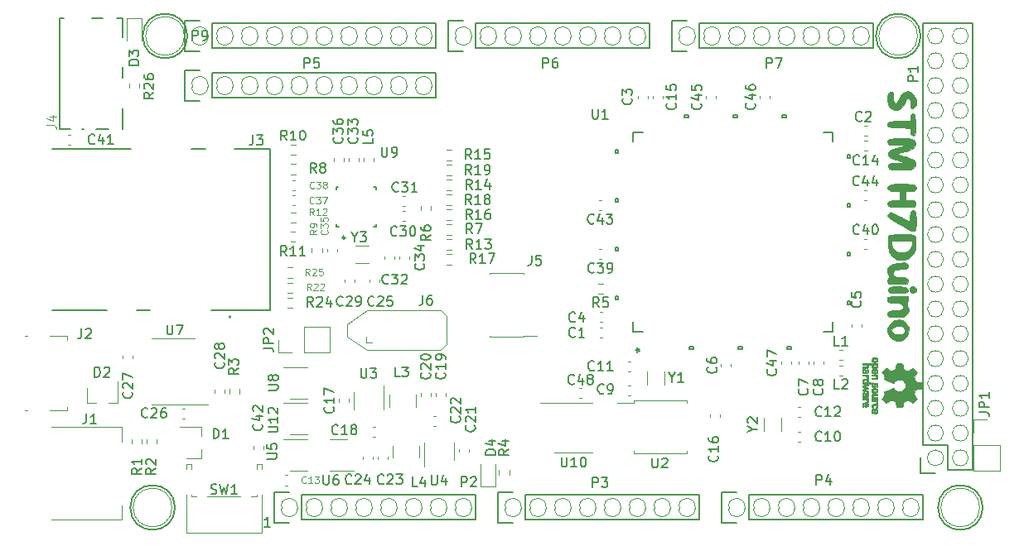
<source format=gbr>
G04 #@! TF.GenerationSoftware,KiCad,Pcbnew,5.1.7-a382d34a8~88~ubuntu20.04.1*
G04 #@! TF.CreationDate,2021-02-21T10:13:38-03:00*
G04 #@! TF.ProjectId,h730duino,68373330-6475-4696-9e6f-2e6b69636164,rev?*
G04 #@! TF.SameCoordinates,Original*
G04 #@! TF.FileFunction,Legend,Top*
G04 #@! TF.FilePolarity,Positive*
%FSLAX46Y46*%
G04 Gerber Fmt 4.6, Leading zero omitted, Abs format (unit mm)*
G04 Created by KiCad (PCBNEW 5.1.7-a382d34a8~88~ubuntu20.04.1) date 2021-02-21 10:13:38*
%MOMM*%
%LPD*%
G01*
G04 APERTURE LIST*
%ADD10C,0.150000*%
%ADD11C,0.120000*%
%ADD12C,0.010000*%
%ADD13C,0.152400*%
%ADD14C,0.200000*%
%ADD15C,0.250000*%
%ADD16C,0.127000*%
%ADD17C,0.100000*%
G04 APERTURE END LIST*
D10*
X129368514Y-121076980D02*
X128797085Y-121076980D01*
X129082800Y-121076980D02*
X129082800Y-120076980D01*
X128987561Y-120219838D01*
X128892323Y-120315076D01*
X128797085Y-120362695D01*
D11*
X139166600Y-102260400D02*
X139166600Y-101625400D01*
X139801600Y-102260400D02*
X139166600Y-102260400D01*
X139241600Y-98940400D02*
X146821600Y-98940400D01*
X147421600Y-99540400D02*
X147421600Y-102440400D01*
X146821600Y-103040400D02*
X139241600Y-103040400D01*
X137261600Y-101640400D02*
X137261600Y-100340400D01*
X139241600Y-103040400D02*
X137261600Y-101640400D01*
X137261600Y-100340400D02*
X139241600Y-98940400D01*
X146821600Y-98940400D02*
X147421600Y-99540400D01*
X146821600Y-103040400D02*
X147421600Y-102440400D01*
X155282600Y-101634600D02*
X151752600Y-101634600D01*
X155282600Y-95164600D02*
X151752600Y-95164600D01*
X156607600Y-101569600D02*
X155282600Y-101569600D01*
X155282600Y-101634600D02*
X155282600Y-101569600D01*
X151752600Y-101634600D02*
X151752600Y-101569600D01*
X155282600Y-95229600D02*
X155282600Y-95164600D01*
X151752600Y-95229600D02*
X151752600Y-95164600D01*
X135442000Y-103285600D02*
X135442000Y-100625600D01*
X132842000Y-103285600D02*
X135442000Y-103285600D01*
X132842000Y-100625600D02*
X135442000Y-100625600D01*
X132842000Y-103285600D02*
X132842000Y-100625600D01*
X131572000Y-103285600D02*
X130242000Y-103285600D01*
X130242000Y-103285600D02*
X130242000Y-101955600D01*
D12*
G36*
X195597582Y-107006164D02*
G01*
X195296030Y-107063012D01*
X195123088Y-107482538D01*
X195294205Y-107734184D01*
X195341850Y-107804658D01*
X195384390Y-107868363D01*
X195419885Y-107922326D01*
X195446390Y-107963573D01*
X195461964Y-107989134D01*
X195465322Y-107996095D01*
X195456686Y-108008635D01*
X195432808Y-108035431D01*
X195396741Y-108073480D01*
X195351533Y-108119779D01*
X195300236Y-108171323D01*
X195245899Y-108225109D01*
X195191572Y-108278135D01*
X195140305Y-108327395D01*
X195095149Y-108369887D01*
X195059154Y-108402607D01*
X195035370Y-108422551D01*
X195027410Y-108427319D01*
X195012735Y-108420457D01*
X194980586Y-108401220D01*
X194934108Y-108371630D01*
X194876444Y-108333710D01*
X194810740Y-108289482D01*
X194773264Y-108263854D01*
X194704832Y-108217141D01*
X194643080Y-108175632D01*
X194591081Y-108141340D01*
X194551908Y-108116280D01*
X194528635Y-108102464D01*
X194523745Y-108100388D01*
X194509845Y-108105095D01*
X194477450Y-108117923D01*
X194431115Y-108136938D01*
X194375394Y-108160203D01*
X194314842Y-108185784D01*
X194254014Y-108211745D01*
X194197464Y-108236150D01*
X194149748Y-108257063D01*
X194115419Y-108272549D01*
X194099032Y-108280672D01*
X194098388Y-108281152D01*
X194095259Y-108293907D01*
X194088279Y-108327877D01*
X194078133Y-108379540D01*
X194065508Y-108445376D01*
X194051091Y-108521864D01*
X194042777Y-108566490D01*
X194027216Y-108648221D01*
X194012408Y-108722043D01*
X193999164Y-108784221D01*
X193988295Y-108831022D01*
X193980611Y-108858709D01*
X193978173Y-108864274D01*
X193961670Y-108869726D01*
X193924400Y-108874124D01*
X193870720Y-108877472D01*
X193804988Y-108879774D01*
X193731563Y-108881032D01*
X193654804Y-108881248D01*
X193579068Y-108880427D01*
X193508714Y-108878571D01*
X193448100Y-108875682D01*
X193401584Y-108871765D01*
X193373525Y-108866822D01*
X193367684Y-108863857D01*
X193360683Y-108846134D01*
X193350673Y-108808581D01*
X193338831Y-108756164D01*
X193326333Y-108693852D01*
X193322290Y-108672100D01*
X193303080Y-108567224D01*
X193287609Y-108484380D01*
X193275263Y-108420830D01*
X193265427Y-108373837D01*
X193257486Y-108340663D01*
X193250824Y-108318571D01*
X193244827Y-108304824D01*
X193238881Y-108296684D01*
X193237706Y-108295545D01*
X193218774Y-108284177D01*
X193181931Y-108266835D01*
X193131687Y-108245250D01*
X193072554Y-108221154D01*
X193009044Y-108196279D01*
X192945668Y-108172357D01*
X192886938Y-108151119D01*
X192837365Y-108134297D01*
X192801461Y-108123622D01*
X192783738Y-108120827D01*
X192783117Y-108121060D01*
X192768630Y-108130531D01*
X192736756Y-108152018D01*
X192690811Y-108183263D01*
X192634115Y-108222007D01*
X192569983Y-108265993D01*
X192551758Y-108278519D01*
X192485686Y-108323184D01*
X192425400Y-108362488D01*
X192374365Y-108394288D01*
X192336040Y-108416445D01*
X192313889Y-108426817D01*
X192311168Y-108427319D01*
X192296864Y-108418605D01*
X192268528Y-108394525D01*
X192229204Y-108358176D01*
X192181939Y-108312653D01*
X192129777Y-108261052D01*
X192075765Y-108206467D01*
X192022947Y-108151994D01*
X191974369Y-108100729D01*
X191933077Y-108055767D01*
X191902115Y-108020204D01*
X191884530Y-107997135D01*
X191881659Y-107990754D01*
X191888422Y-107975899D01*
X191906661Y-107945486D01*
X191933303Y-107904468D01*
X191954748Y-107872909D01*
X191994097Y-107815725D01*
X192040429Y-107748006D01*
X192086687Y-107680080D01*
X192111445Y-107643561D01*
X192195053Y-107519952D01*
X192138950Y-107416191D01*
X192114372Y-107368920D01*
X192095269Y-107328723D01*
X192084373Y-107301526D01*
X192082857Y-107294602D01*
X192094051Y-107286277D01*
X192125683Y-107269854D01*
X192174835Y-107246557D01*
X192238590Y-107217614D01*
X192314029Y-107184250D01*
X192398236Y-107147691D01*
X192488292Y-107109164D01*
X192581279Y-107069894D01*
X192674280Y-107031108D01*
X192764377Y-106994030D01*
X192848652Y-106959889D01*
X192924187Y-106929908D01*
X192988066Y-106905316D01*
X193037369Y-106887336D01*
X193069179Y-106877197D01*
X193080104Y-106875566D01*
X193094039Y-106888491D01*
X193116660Y-106916789D01*
X193143267Y-106954546D01*
X193145372Y-106957715D01*
X193223486Y-107055300D01*
X193314618Y-107133986D01*
X193415855Y-107193091D01*
X193524282Y-107231932D01*
X193636986Y-107249828D01*
X193751052Y-107246097D01*
X193863566Y-107220057D01*
X193971615Y-107171025D01*
X193995255Y-107156600D01*
X194090713Y-107081569D01*
X194167368Y-106992930D01*
X194224820Y-106893749D01*
X194262671Y-106787095D01*
X194280522Y-106676036D01*
X194277975Y-106563639D01*
X194254630Y-106452973D01*
X194210090Y-106347106D01*
X194143955Y-106249105D01*
X194117113Y-106218790D01*
X194033088Y-106141638D01*
X193944634Y-106085418D01*
X193845485Y-106046853D01*
X193747297Y-106025374D01*
X193636903Y-106020072D01*
X193525960Y-106037752D01*
X193418219Y-106076619D01*
X193317431Y-106134877D01*
X193227344Y-106210731D01*
X193151708Y-106302383D01*
X193143736Y-106314428D01*
X193117626Y-106352589D01*
X193095005Y-106381599D01*
X193080561Y-106395468D01*
X193080104Y-106395669D01*
X193064479Y-106392692D01*
X193029018Y-106380889D01*
X192976638Y-106361486D01*
X192910255Y-106335712D01*
X192832786Y-106304791D01*
X192747150Y-106269951D01*
X192656263Y-106232417D01*
X192563041Y-106193417D01*
X192470403Y-106154177D01*
X192381265Y-106115924D01*
X192298545Y-106079883D01*
X192225159Y-106047283D01*
X192164025Y-106019348D01*
X192118059Y-105997305D01*
X192090179Y-105982382D01*
X192082857Y-105976372D01*
X192088559Y-105958009D01*
X192103851Y-105923648D01*
X192126001Y-105879216D01*
X192138950Y-105854783D01*
X192195053Y-105751022D01*
X192111445Y-105627413D01*
X192068613Y-105564314D01*
X192021478Y-105495230D01*
X191977097Y-105430493D01*
X191954748Y-105398066D01*
X191924123Y-105352459D01*
X191899853Y-105313840D01*
X191885013Y-105287248D01*
X191881876Y-105278610D01*
X191890339Y-105266039D01*
X191913964Y-105238216D01*
X191950298Y-105197839D01*
X191996889Y-105147605D01*
X192051283Y-105090212D01*
X192086208Y-105053914D01*
X192148604Y-104990410D01*
X192204412Y-104935527D01*
X192251246Y-104891486D01*
X192286718Y-104860505D01*
X192308439Y-104844802D01*
X192312848Y-104843295D01*
X192329615Y-104850286D01*
X192363518Y-104869606D01*
X192411124Y-104899109D01*
X192469001Y-104936655D01*
X192533716Y-104980100D01*
X192551758Y-104992455D01*
X192617333Y-105037473D01*
X192676372Y-105077860D01*
X192725558Y-105111360D01*
X192761572Y-105135714D01*
X192781098Y-105148664D01*
X192783117Y-105149915D01*
X192798678Y-105148044D01*
X192832891Y-105138113D01*
X192881245Y-105121853D01*
X192939229Y-105100995D01*
X193002330Y-105077273D01*
X193066037Y-105052416D01*
X193125839Y-105028158D01*
X193177224Y-105006229D01*
X193215681Y-104988362D01*
X193236698Y-104976287D01*
X193237706Y-104975429D01*
X193243712Y-104968046D01*
X193249652Y-104955575D01*
X193256140Y-104935280D01*
X193263791Y-104904422D01*
X193273220Y-104860266D01*
X193285041Y-104800074D01*
X193299871Y-104721107D01*
X193318323Y-104620630D01*
X193322290Y-104598875D01*
X193334747Y-104534398D01*
X193346934Y-104478189D01*
X193357674Y-104435213D01*
X193365791Y-104410440D01*
X193367684Y-104407118D01*
X193384462Y-104401644D01*
X193421955Y-104397194D01*
X193475806Y-104393772D01*
X193541656Y-104391381D01*
X193615147Y-104390023D01*
X193691920Y-104389701D01*
X193767617Y-104390419D01*
X193837880Y-104392179D01*
X193898350Y-104394984D01*
X193944670Y-104398838D01*
X193972481Y-104403743D01*
X193978173Y-104406700D01*
X193983914Y-104423163D01*
X193993255Y-104460649D01*
X194005385Y-104515425D01*
X194019493Y-104583755D01*
X194034770Y-104661906D01*
X194042777Y-104704484D01*
X194057879Y-104785271D01*
X194071560Y-104857313D01*
X194083133Y-104917089D01*
X194091913Y-104961079D01*
X194097213Y-104985761D01*
X194098388Y-104989823D01*
X194111635Y-104996689D01*
X194143543Y-105011202D01*
X194189553Y-105031429D01*
X194245108Y-105055434D01*
X194305647Y-105081282D01*
X194366614Y-105107040D01*
X194423449Y-105130773D01*
X194471594Y-105150546D01*
X194506490Y-105164424D01*
X194523579Y-105170474D01*
X194524326Y-105170586D01*
X194537807Y-105163728D01*
X194568830Y-105144502D01*
X194614311Y-105114928D01*
X194671168Y-105077027D01*
X194736317Y-105032820D01*
X194773738Y-105007121D01*
X194842353Y-104960293D01*
X194904648Y-104918701D01*
X194957471Y-104884375D01*
X194997673Y-104859343D01*
X195022100Y-104845635D01*
X195027576Y-104843656D01*
X195040322Y-104852166D01*
X195067537Y-104875693D01*
X195106172Y-104911232D01*
X195153177Y-104955777D01*
X195205505Y-105006323D01*
X195260105Y-105059864D01*
X195313930Y-105113395D01*
X195363930Y-105163911D01*
X195407057Y-105208406D01*
X195440261Y-105243875D01*
X195460494Y-105267313D01*
X195465322Y-105275154D01*
X195458533Y-105287920D01*
X195439458Y-105318456D01*
X195410039Y-105363790D01*
X195372219Y-105420956D01*
X195327939Y-105486984D01*
X195294205Y-105536790D01*
X195123088Y-105788436D01*
X195209559Y-105998199D01*
X195296030Y-106207963D01*
X195597582Y-106264811D01*
X195899134Y-106321660D01*
X195899134Y-106949315D01*
X195597582Y-107006164D01*
G37*
X195597582Y-107006164D02*
X195296030Y-107063012D01*
X195123088Y-107482538D01*
X195294205Y-107734184D01*
X195341850Y-107804658D01*
X195384390Y-107868363D01*
X195419885Y-107922326D01*
X195446390Y-107963573D01*
X195461964Y-107989134D01*
X195465322Y-107996095D01*
X195456686Y-108008635D01*
X195432808Y-108035431D01*
X195396741Y-108073480D01*
X195351533Y-108119779D01*
X195300236Y-108171323D01*
X195245899Y-108225109D01*
X195191572Y-108278135D01*
X195140305Y-108327395D01*
X195095149Y-108369887D01*
X195059154Y-108402607D01*
X195035370Y-108422551D01*
X195027410Y-108427319D01*
X195012735Y-108420457D01*
X194980586Y-108401220D01*
X194934108Y-108371630D01*
X194876444Y-108333710D01*
X194810740Y-108289482D01*
X194773264Y-108263854D01*
X194704832Y-108217141D01*
X194643080Y-108175632D01*
X194591081Y-108141340D01*
X194551908Y-108116280D01*
X194528635Y-108102464D01*
X194523745Y-108100388D01*
X194509845Y-108105095D01*
X194477450Y-108117923D01*
X194431115Y-108136938D01*
X194375394Y-108160203D01*
X194314842Y-108185784D01*
X194254014Y-108211745D01*
X194197464Y-108236150D01*
X194149748Y-108257063D01*
X194115419Y-108272549D01*
X194099032Y-108280672D01*
X194098388Y-108281152D01*
X194095259Y-108293907D01*
X194088279Y-108327877D01*
X194078133Y-108379540D01*
X194065508Y-108445376D01*
X194051091Y-108521864D01*
X194042777Y-108566490D01*
X194027216Y-108648221D01*
X194012408Y-108722043D01*
X193999164Y-108784221D01*
X193988295Y-108831022D01*
X193980611Y-108858709D01*
X193978173Y-108864274D01*
X193961670Y-108869726D01*
X193924400Y-108874124D01*
X193870720Y-108877472D01*
X193804988Y-108879774D01*
X193731563Y-108881032D01*
X193654804Y-108881248D01*
X193579068Y-108880427D01*
X193508714Y-108878571D01*
X193448100Y-108875682D01*
X193401584Y-108871765D01*
X193373525Y-108866822D01*
X193367684Y-108863857D01*
X193360683Y-108846134D01*
X193350673Y-108808581D01*
X193338831Y-108756164D01*
X193326333Y-108693852D01*
X193322290Y-108672100D01*
X193303080Y-108567224D01*
X193287609Y-108484380D01*
X193275263Y-108420830D01*
X193265427Y-108373837D01*
X193257486Y-108340663D01*
X193250824Y-108318571D01*
X193244827Y-108304824D01*
X193238881Y-108296684D01*
X193237706Y-108295545D01*
X193218774Y-108284177D01*
X193181931Y-108266835D01*
X193131687Y-108245250D01*
X193072554Y-108221154D01*
X193009044Y-108196279D01*
X192945668Y-108172357D01*
X192886938Y-108151119D01*
X192837365Y-108134297D01*
X192801461Y-108123622D01*
X192783738Y-108120827D01*
X192783117Y-108121060D01*
X192768630Y-108130531D01*
X192736756Y-108152018D01*
X192690811Y-108183263D01*
X192634115Y-108222007D01*
X192569983Y-108265993D01*
X192551758Y-108278519D01*
X192485686Y-108323184D01*
X192425400Y-108362488D01*
X192374365Y-108394288D01*
X192336040Y-108416445D01*
X192313889Y-108426817D01*
X192311168Y-108427319D01*
X192296864Y-108418605D01*
X192268528Y-108394525D01*
X192229204Y-108358176D01*
X192181939Y-108312653D01*
X192129777Y-108261052D01*
X192075765Y-108206467D01*
X192022947Y-108151994D01*
X191974369Y-108100729D01*
X191933077Y-108055767D01*
X191902115Y-108020204D01*
X191884530Y-107997135D01*
X191881659Y-107990754D01*
X191888422Y-107975899D01*
X191906661Y-107945486D01*
X191933303Y-107904468D01*
X191954748Y-107872909D01*
X191994097Y-107815725D01*
X192040429Y-107748006D01*
X192086687Y-107680080D01*
X192111445Y-107643561D01*
X192195053Y-107519952D01*
X192138950Y-107416191D01*
X192114372Y-107368920D01*
X192095269Y-107328723D01*
X192084373Y-107301526D01*
X192082857Y-107294602D01*
X192094051Y-107286277D01*
X192125683Y-107269854D01*
X192174835Y-107246557D01*
X192238590Y-107217614D01*
X192314029Y-107184250D01*
X192398236Y-107147691D01*
X192488292Y-107109164D01*
X192581279Y-107069894D01*
X192674280Y-107031108D01*
X192764377Y-106994030D01*
X192848652Y-106959889D01*
X192924187Y-106929908D01*
X192988066Y-106905316D01*
X193037369Y-106887336D01*
X193069179Y-106877197D01*
X193080104Y-106875566D01*
X193094039Y-106888491D01*
X193116660Y-106916789D01*
X193143267Y-106954546D01*
X193145372Y-106957715D01*
X193223486Y-107055300D01*
X193314618Y-107133986D01*
X193415855Y-107193091D01*
X193524282Y-107231932D01*
X193636986Y-107249828D01*
X193751052Y-107246097D01*
X193863566Y-107220057D01*
X193971615Y-107171025D01*
X193995255Y-107156600D01*
X194090713Y-107081569D01*
X194167368Y-106992930D01*
X194224820Y-106893749D01*
X194262671Y-106787095D01*
X194280522Y-106676036D01*
X194277975Y-106563639D01*
X194254630Y-106452973D01*
X194210090Y-106347106D01*
X194143955Y-106249105D01*
X194117113Y-106218790D01*
X194033088Y-106141638D01*
X193944634Y-106085418D01*
X193845485Y-106046853D01*
X193747297Y-106025374D01*
X193636903Y-106020072D01*
X193525960Y-106037752D01*
X193418219Y-106076619D01*
X193317431Y-106134877D01*
X193227344Y-106210731D01*
X193151708Y-106302383D01*
X193143736Y-106314428D01*
X193117626Y-106352589D01*
X193095005Y-106381599D01*
X193080561Y-106395468D01*
X193080104Y-106395669D01*
X193064479Y-106392692D01*
X193029018Y-106380889D01*
X192976638Y-106361486D01*
X192910255Y-106335712D01*
X192832786Y-106304791D01*
X192747150Y-106269951D01*
X192656263Y-106232417D01*
X192563041Y-106193417D01*
X192470403Y-106154177D01*
X192381265Y-106115924D01*
X192298545Y-106079883D01*
X192225159Y-106047283D01*
X192164025Y-106019348D01*
X192118059Y-105997305D01*
X192090179Y-105982382D01*
X192082857Y-105976372D01*
X192088559Y-105958009D01*
X192103851Y-105923648D01*
X192126001Y-105879216D01*
X192138950Y-105854783D01*
X192195053Y-105751022D01*
X192111445Y-105627413D01*
X192068613Y-105564314D01*
X192021478Y-105495230D01*
X191977097Y-105430493D01*
X191954748Y-105398066D01*
X191924123Y-105352459D01*
X191899853Y-105313840D01*
X191885013Y-105287248D01*
X191881876Y-105278610D01*
X191890339Y-105266039D01*
X191913964Y-105238216D01*
X191950298Y-105197839D01*
X191996889Y-105147605D01*
X192051283Y-105090212D01*
X192086208Y-105053914D01*
X192148604Y-104990410D01*
X192204412Y-104935527D01*
X192251246Y-104891486D01*
X192286718Y-104860505D01*
X192308439Y-104844802D01*
X192312848Y-104843295D01*
X192329615Y-104850286D01*
X192363518Y-104869606D01*
X192411124Y-104899109D01*
X192469001Y-104936655D01*
X192533716Y-104980100D01*
X192551758Y-104992455D01*
X192617333Y-105037473D01*
X192676372Y-105077860D01*
X192725558Y-105111360D01*
X192761572Y-105135714D01*
X192781098Y-105148664D01*
X192783117Y-105149915D01*
X192798678Y-105148044D01*
X192832891Y-105138113D01*
X192881245Y-105121853D01*
X192939229Y-105100995D01*
X193002330Y-105077273D01*
X193066037Y-105052416D01*
X193125839Y-105028158D01*
X193177224Y-105006229D01*
X193215681Y-104988362D01*
X193236698Y-104976287D01*
X193237706Y-104975429D01*
X193243712Y-104968046D01*
X193249652Y-104955575D01*
X193256140Y-104935280D01*
X193263791Y-104904422D01*
X193273220Y-104860266D01*
X193285041Y-104800074D01*
X193299871Y-104721107D01*
X193318323Y-104620630D01*
X193322290Y-104598875D01*
X193334747Y-104534398D01*
X193346934Y-104478189D01*
X193357674Y-104435213D01*
X193365791Y-104410440D01*
X193367684Y-104407118D01*
X193384462Y-104401644D01*
X193421955Y-104397194D01*
X193475806Y-104393772D01*
X193541656Y-104391381D01*
X193615147Y-104390023D01*
X193691920Y-104389701D01*
X193767617Y-104390419D01*
X193837880Y-104392179D01*
X193898350Y-104394984D01*
X193944670Y-104398838D01*
X193972481Y-104403743D01*
X193978173Y-104406700D01*
X193983914Y-104423163D01*
X193993255Y-104460649D01*
X194005385Y-104515425D01*
X194019493Y-104583755D01*
X194034770Y-104661906D01*
X194042777Y-104704484D01*
X194057879Y-104785271D01*
X194071560Y-104857313D01*
X194083133Y-104917089D01*
X194091913Y-104961079D01*
X194097213Y-104985761D01*
X194098388Y-104989823D01*
X194111635Y-104996689D01*
X194143543Y-105011202D01*
X194189553Y-105031429D01*
X194245108Y-105055434D01*
X194305647Y-105081282D01*
X194366614Y-105107040D01*
X194423449Y-105130773D01*
X194471594Y-105150546D01*
X194506490Y-105164424D01*
X194523579Y-105170474D01*
X194524326Y-105170586D01*
X194537807Y-105163728D01*
X194568830Y-105144502D01*
X194614311Y-105114928D01*
X194671168Y-105077027D01*
X194736317Y-105032820D01*
X194773738Y-105007121D01*
X194842353Y-104960293D01*
X194904648Y-104918701D01*
X194957471Y-104884375D01*
X194997673Y-104859343D01*
X195022100Y-104845635D01*
X195027576Y-104843656D01*
X195040322Y-104852166D01*
X195067537Y-104875693D01*
X195106172Y-104911232D01*
X195153177Y-104955777D01*
X195205505Y-105006323D01*
X195260105Y-105059864D01*
X195313930Y-105113395D01*
X195363930Y-105163911D01*
X195407057Y-105208406D01*
X195440261Y-105243875D01*
X195460494Y-105267313D01*
X195465322Y-105275154D01*
X195458533Y-105287920D01*
X195439458Y-105318456D01*
X195410039Y-105363790D01*
X195372219Y-105420956D01*
X195327939Y-105486984D01*
X195294205Y-105536790D01*
X195123088Y-105788436D01*
X195209559Y-105998199D01*
X195296030Y-106207963D01*
X195597582Y-106264811D01*
X195899134Y-106321660D01*
X195899134Y-106949315D01*
X195597582Y-107006164D01*
G36*
X191429570Y-108428660D02*
G01*
X191416355Y-108471911D01*
X191399659Y-108499758D01*
X191386455Y-108508829D01*
X191370803Y-108506332D01*
X191346215Y-108490131D01*
X191328800Y-108476432D01*
X191297317Y-108448192D01*
X191284071Y-108426975D01*
X191284936Y-108408888D01*
X191298590Y-108355235D01*
X191297970Y-108315830D01*
X191282496Y-108283832D01*
X191273439Y-108273090D01*
X191241573Y-108238705D01*
X190825421Y-108238705D01*
X190825421Y-108100388D01*
X191428986Y-108100388D01*
X191428986Y-108169547D01*
X191427344Y-108211069D01*
X191421513Y-108232491D01*
X191410139Y-108238702D01*
X191409802Y-108238705D01*
X191397887Y-108241639D01*
X191399441Y-108254904D01*
X191408037Y-108273284D01*
X191424032Y-108311246D01*
X191433655Y-108342072D01*
X191436122Y-108381736D01*
X191429570Y-108428660D01*
G37*
X191429570Y-108428660D02*
X191416355Y-108471911D01*
X191399659Y-108499758D01*
X191386455Y-108508829D01*
X191370803Y-108506332D01*
X191346215Y-108490131D01*
X191328800Y-108476432D01*
X191297317Y-108448192D01*
X191284071Y-108426975D01*
X191284936Y-108408888D01*
X191298590Y-108355235D01*
X191297970Y-108315830D01*
X191282496Y-108283832D01*
X191273439Y-108273090D01*
X191241573Y-108238705D01*
X190825421Y-108238705D01*
X190825421Y-108100388D01*
X191428986Y-108100388D01*
X191428986Y-108169547D01*
X191427344Y-108211069D01*
X191421513Y-108232491D01*
X191410139Y-108238702D01*
X191409802Y-108238705D01*
X191397887Y-108241639D01*
X191399441Y-108254904D01*
X191408037Y-108273284D01*
X191424032Y-108311246D01*
X191433655Y-108342072D01*
X191436122Y-108381736D01*
X191429570Y-108428660D01*
G36*
X191418598Y-105875188D02*
G01*
X191403650Y-105906483D01*
X191382059Y-105936791D01*
X191357209Y-105959882D01*
X191325513Y-105976700D01*
X191283386Y-105988194D01*
X191227242Y-105995309D01*
X191153494Y-105998993D01*
X191058556Y-106000192D01*
X191048615Y-106000211D01*
X190825421Y-106000487D01*
X190825421Y-105862170D01*
X191031182Y-105862170D01*
X191107411Y-105862072D01*
X191162661Y-105861391D01*
X191201099Y-105859549D01*
X191226894Y-105855967D01*
X191244216Y-105850068D01*
X191257232Y-105841273D01*
X191270093Y-105829020D01*
X191297727Y-105786153D01*
X191302855Y-105739357D01*
X191285383Y-105694776D01*
X191272379Y-105679272D01*
X191260153Y-105667890D01*
X191247060Y-105659719D01*
X191228985Y-105654226D01*
X191201813Y-105650880D01*
X191161430Y-105649149D01*
X191103721Y-105648503D01*
X191033468Y-105648408D01*
X190825421Y-105648408D01*
X190825421Y-105510091D01*
X191428986Y-105510091D01*
X191428986Y-105579250D01*
X191427344Y-105620772D01*
X191421513Y-105642194D01*
X191410139Y-105648405D01*
X191409802Y-105648408D01*
X191398662Y-105651290D01*
X191399926Y-105664001D01*
X191412166Y-105689274D01*
X191430176Y-105746595D01*
X191432179Y-105812163D01*
X191418598Y-105875188D01*
G37*
X191418598Y-105875188D02*
X191403650Y-105906483D01*
X191382059Y-105936791D01*
X191357209Y-105959882D01*
X191325513Y-105976700D01*
X191283386Y-105988194D01*
X191227242Y-105995309D01*
X191153494Y-105998993D01*
X191058556Y-106000192D01*
X191048615Y-106000211D01*
X190825421Y-106000487D01*
X190825421Y-105862170D01*
X191031182Y-105862170D01*
X191107411Y-105862072D01*
X191162661Y-105861391D01*
X191201099Y-105859549D01*
X191226894Y-105855967D01*
X191244216Y-105850068D01*
X191257232Y-105841273D01*
X191270093Y-105829020D01*
X191297727Y-105786153D01*
X191302855Y-105739357D01*
X191285383Y-105694776D01*
X191272379Y-105679272D01*
X191260153Y-105667890D01*
X191247060Y-105659719D01*
X191228985Y-105654226D01*
X191201813Y-105650880D01*
X191161430Y-105649149D01*
X191103721Y-105648503D01*
X191033468Y-105648408D01*
X190825421Y-105648408D01*
X190825421Y-105510091D01*
X191428986Y-105510091D01*
X191428986Y-105579250D01*
X191427344Y-105620772D01*
X191421513Y-105642194D01*
X191410139Y-105648405D01*
X191409802Y-105648408D01*
X191398662Y-105651290D01*
X191399926Y-105664001D01*
X191412166Y-105689274D01*
X191430176Y-105746595D01*
X191432179Y-105812163D01*
X191418598Y-105875188D01*
G36*
X191431143Y-109307098D02*
G01*
X191423321Y-109339296D01*
X191394679Y-109401025D01*
X191350933Y-109453810D01*
X191298483Y-109490341D01*
X191286707Y-109495360D01*
X191255860Y-109502245D01*
X191210229Y-109507064D01*
X191164108Y-109508705D01*
X191076907Y-109508705D01*
X191076907Y-109326378D01*
X191076622Y-109251179D01*
X191074896Y-109198203D01*
X191070419Y-109164525D01*
X191061880Y-109147220D01*
X191047970Y-109143363D01*
X191027378Y-109150029D01*
X191003285Y-109161970D01*
X190963075Y-109195280D01*
X190943042Y-109241568D01*
X190943695Y-109298144D01*
X190965499Y-109362231D01*
X190992407Y-109417617D01*
X190956068Y-109463575D01*
X190919728Y-109509533D01*
X190879781Y-109466296D01*
X190842037Y-109408574D01*
X190819280Y-109337586D01*
X190812912Y-109261229D01*
X190824332Y-109187399D01*
X190828207Y-109175487D01*
X190862094Y-109110599D01*
X190912614Y-109062330D01*
X190981275Y-109029665D01*
X191069586Y-109011585D01*
X191071479Y-109011375D01*
X191167722Y-109009756D01*
X191202058Y-109016300D01*
X191202058Y-109144052D01*
X191196778Y-109155784D01*
X191192733Y-109187638D01*
X191190424Y-109234597D01*
X191190075Y-109264354D01*
X191190294Y-109319848D01*
X191191684Y-109354546D01*
X191195349Y-109372801D01*
X191202390Y-109378966D01*
X191213910Y-109377395D01*
X191218367Y-109376078D01*
X191260245Y-109353582D01*
X191293996Y-109318203D01*
X191308827Y-109286980D01*
X191307932Y-109245501D01*
X191289436Y-109203469D01*
X191258814Y-109168212D01*
X191221538Y-109147054D01*
X191202058Y-109144052D01*
X191202058Y-109016300D01*
X191252371Y-109025890D01*
X191323409Y-109057898D01*
X191378821Y-109103901D01*
X191416591Y-109162021D01*
X191434704Y-109230380D01*
X191431143Y-109307098D01*
G37*
X191431143Y-109307098D02*
X191423321Y-109339296D01*
X191394679Y-109401025D01*
X191350933Y-109453810D01*
X191298483Y-109490341D01*
X191286707Y-109495360D01*
X191255860Y-109502245D01*
X191210229Y-109507064D01*
X191164108Y-109508705D01*
X191076907Y-109508705D01*
X191076907Y-109326378D01*
X191076622Y-109251179D01*
X191074896Y-109198203D01*
X191070419Y-109164525D01*
X191061880Y-109147220D01*
X191047970Y-109143363D01*
X191027378Y-109150029D01*
X191003285Y-109161970D01*
X190963075Y-109195280D01*
X190943042Y-109241568D01*
X190943695Y-109298144D01*
X190965499Y-109362231D01*
X190992407Y-109417617D01*
X190956068Y-109463575D01*
X190919728Y-109509533D01*
X190879781Y-109466296D01*
X190842037Y-109408574D01*
X190819280Y-109337586D01*
X190812912Y-109261229D01*
X190824332Y-109187399D01*
X190828207Y-109175487D01*
X190862094Y-109110599D01*
X190912614Y-109062330D01*
X190981275Y-109029665D01*
X191069586Y-109011585D01*
X191071479Y-109011375D01*
X191167722Y-109009756D01*
X191202058Y-109016300D01*
X191202058Y-109144052D01*
X191196778Y-109155784D01*
X191192733Y-109187638D01*
X191190424Y-109234597D01*
X191190075Y-109264354D01*
X191190294Y-109319848D01*
X191191684Y-109354546D01*
X191195349Y-109372801D01*
X191202390Y-109378966D01*
X191213910Y-109377395D01*
X191218367Y-109376078D01*
X191260245Y-109353582D01*
X191293996Y-109318203D01*
X191308827Y-109286980D01*
X191307932Y-109245501D01*
X191289436Y-109203469D01*
X191258814Y-109168212D01*
X191221538Y-109147054D01*
X191202058Y-109144052D01*
X191202058Y-109016300D01*
X191252371Y-109025890D01*
X191323409Y-109057898D01*
X191378821Y-109103901D01*
X191416591Y-109162021D01*
X191434704Y-109230380D01*
X191431143Y-109307098D01*
G36*
X191423720Y-108846426D02*
G01*
X191392770Y-108919280D01*
X191377705Y-108942227D01*
X191354552Y-108971554D01*
X191336347Y-108989964D01*
X191330417Y-108993161D01*
X191317260Y-108984135D01*
X191294933Y-108961037D01*
X191279350Y-108942544D01*
X191238674Y-108891928D01*
X191272305Y-108851960D01*
X191294016Y-108821074D01*
X191301510Y-108790959D01*
X191299680Y-108756492D01*
X191286072Y-108701761D01*
X191257828Y-108664086D01*
X191212167Y-108641191D01*
X191146311Y-108630797D01*
X191146269Y-108630795D01*
X191072661Y-108631694D01*
X191018654Y-108645663D01*
X190981884Y-108673528D01*
X190969432Y-108692525D01*
X190953927Y-108742976D01*
X190953917Y-108796863D01*
X190968962Y-108843746D01*
X190976313Y-108854844D01*
X190995089Y-108882676D01*
X190998166Y-108904436D01*
X190984191Y-108927904D01*
X190959090Y-108953849D01*
X190916720Y-108994916D01*
X190879136Y-108949321D01*
X190836718Y-108878874D01*
X190815815Y-108799433D01*
X190817328Y-108716415D01*
X190831189Y-108661894D01*
X190865465Y-108598170D01*
X190919388Y-108547205D01*
X190957451Y-108524051D01*
X191012064Y-108505299D01*
X191081231Y-108495915D01*
X191156193Y-108495843D01*
X191228191Y-108505024D01*
X191288463Y-108523399D01*
X191294642Y-108526293D01*
X191355249Y-108569152D01*
X191399376Y-108627179D01*
X191426107Y-108695791D01*
X191434527Y-108770401D01*
X191423720Y-108846426D01*
G37*
X191423720Y-108846426D02*
X191392770Y-108919280D01*
X191377705Y-108942227D01*
X191354552Y-108971554D01*
X191336347Y-108989964D01*
X191330417Y-108993161D01*
X191317260Y-108984135D01*
X191294933Y-108961037D01*
X191279350Y-108942544D01*
X191238674Y-108891928D01*
X191272305Y-108851960D01*
X191294016Y-108821074D01*
X191301510Y-108790959D01*
X191299680Y-108756492D01*
X191286072Y-108701761D01*
X191257828Y-108664086D01*
X191212167Y-108641191D01*
X191146311Y-108630797D01*
X191146269Y-108630795D01*
X191072661Y-108631694D01*
X191018654Y-108645663D01*
X190981884Y-108673528D01*
X190969432Y-108692525D01*
X190953927Y-108742976D01*
X190953917Y-108796863D01*
X190968962Y-108843746D01*
X190976313Y-108854844D01*
X190995089Y-108882676D01*
X190998166Y-108904436D01*
X190984191Y-108927904D01*
X190959090Y-108953849D01*
X190916720Y-108994916D01*
X190879136Y-108949321D01*
X190836718Y-108878874D01*
X190815815Y-108799433D01*
X190817328Y-108716415D01*
X190831189Y-108661894D01*
X190865465Y-108598170D01*
X190919388Y-108547205D01*
X190957451Y-108524051D01*
X191012064Y-108505299D01*
X191081231Y-108495915D01*
X191156193Y-108495843D01*
X191228191Y-108505024D01*
X191288463Y-108523399D01*
X191294642Y-108526293D01*
X191355249Y-108569152D01*
X191399376Y-108627179D01*
X191426107Y-108695791D01*
X191434527Y-108770401D01*
X191423720Y-108846426D01*
G36*
X191233258Y-107622567D02*
G01*
X191141037Y-107623755D01*
X191070990Y-107628097D01*
X191020219Y-107636758D01*
X190985828Y-107650904D01*
X190964921Y-107671700D01*
X190954600Y-107700310D01*
X190951964Y-107735735D01*
X190954918Y-107772836D01*
X190965711Y-107801018D01*
X190987240Y-107821443D01*
X191022401Y-107835279D01*
X191074090Y-107843691D01*
X191145206Y-107847843D01*
X191233258Y-107848903D01*
X191428986Y-107848903D01*
X191428986Y-107987220D01*
X190825421Y-107987220D01*
X190825421Y-107918062D01*
X190827111Y-107876370D01*
X190833044Y-107854901D01*
X190844307Y-107848903D01*
X190854339Y-107845291D01*
X190852217Y-107830914D01*
X190838020Y-107801936D01*
X190816120Y-107735519D01*
X190817672Y-107665075D01*
X190841453Y-107597577D01*
X190860238Y-107565433D01*
X190880578Y-107540915D01*
X190906027Y-107523004D01*
X190940142Y-107510679D01*
X190986479Y-107502923D01*
X191048593Y-107498716D01*
X191130039Y-107497040D01*
X191193022Y-107496824D01*
X191428986Y-107496824D01*
X191428986Y-107622567D01*
X191233258Y-107622567D01*
G37*
X191233258Y-107622567D02*
X191141037Y-107623755D01*
X191070990Y-107628097D01*
X191020219Y-107636758D01*
X190985828Y-107650904D01*
X190964921Y-107671700D01*
X190954600Y-107700310D01*
X190951964Y-107735735D01*
X190954918Y-107772836D01*
X190965711Y-107801018D01*
X190987240Y-107821443D01*
X191022401Y-107835279D01*
X191074090Y-107843691D01*
X191145206Y-107847843D01*
X191233258Y-107848903D01*
X191428986Y-107848903D01*
X191428986Y-107987220D01*
X190825421Y-107987220D01*
X190825421Y-107918062D01*
X190827111Y-107876370D01*
X190833044Y-107854901D01*
X190844307Y-107848903D01*
X190854339Y-107845291D01*
X190852217Y-107830914D01*
X190838020Y-107801936D01*
X190816120Y-107735519D01*
X190817672Y-107665075D01*
X190841453Y-107597577D01*
X190860238Y-107565433D01*
X190880578Y-107540915D01*
X190906027Y-107523004D01*
X190940142Y-107510679D01*
X190986479Y-107502923D01*
X191048593Y-107498716D01*
X191130039Y-107497040D01*
X191193022Y-107496824D01*
X191428986Y-107496824D01*
X191428986Y-107622567D01*
X191233258Y-107622567D01*
G36*
X191421545Y-107239962D02*
G01*
X191386908Y-107303563D01*
X191332228Y-107353323D01*
X191287758Y-107376768D01*
X191248479Y-107386834D01*
X191192484Y-107393356D01*
X191127979Y-107396151D01*
X191063171Y-107395036D01*
X191006266Y-107389826D01*
X190975873Y-107383741D01*
X190934294Y-107363214D01*
X190890132Y-107327663D01*
X190851513Y-107284819D01*
X190826566Y-107242411D01*
X190826170Y-107241377D01*
X190815269Y-107188753D01*
X190814999Y-107126388D01*
X190824924Y-107067124D01*
X190832878Y-107044240D01*
X190866300Y-106985302D01*
X190910089Y-106943090D01*
X190968062Y-106915356D01*
X191044035Y-106899851D01*
X191083829Y-106896343D01*
X191133834Y-106896790D01*
X191133834Y-107031576D01*
X191060868Y-107036117D01*
X191005266Y-107049186D01*
X190969739Y-107069956D01*
X190959580Y-107084752D01*
X190952496Y-107122664D01*
X190954593Y-107167727D01*
X190964788Y-107206687D01*
X190970396Y-107216904D01*
X191003062Y-107243859D01*
X191053055Y-107261651D01*
X191113895Y-107269224D01*
X191179103Y-107265525D01*
X191218347Y-107257257D01*
X191263795Y-107233520D01*
X191292204Y-107196049D01*
X191302027Y-107150920D01*
X191291713Y-107104211D01*
X191266488Y-107068332D01*
X191245675Y-107049477D01*
X191225161Y-107038472D01*
X191197397Y-107033226D01*
X191154838Y-107031649D01*
X191133834Y-107031576D01*
X191133834Y-106896790D01*
X191190020Y-106897294D01*
X191277099Y-106914588D01*
X191345070Y-106948229D01*
X191393936Y-106998218D01*
X191423701Y-107064556D01*
X191427152Y-107078801D01*
X191435255Y-107164410D01*
X191421545Y-107239962D01*
G37*
X191421545Y-107239962D02*
X191386908Y-107303563D01*
X191332228Y-107353323D01*
X191287758Y-107376768D01*
X191248479Y-107386834D01*
X191192484Y-107393356D01*
X191127979Y-107396151D01*
X191063171Y-107395036D01*
X191006266Y-107389826D01*
X190975873Y-107383741D01*
X190934294Y-107363214D01*
X190890132Y-107327663D01*
X190851513Y-107284819D01*
X190826566Y-107242411D01*
X190826170Y-107241377D01*
X190815269Y-107188753D01*
X190814999Y-107126388D01*
X190824924Y-107067124D01*
X190832878Y-107044240D01*
X190866300Y-106985302D01*
X190910089Y-106943090D01*
X190968062Y-106915356D01*
X191044035Y-106899851D01*
X191083829Y-106896343D01*
X191133834Y-106896790D01*
X191133834Y-107031576D01*
X191060868Y-107036117D01*
X191005266Y-107049186D01*
X190969739Y-107069956D01*
X190959580Y-107084752D01*
X190952496Y-107122664D01*
X190954593Y-107167727D01*
X190964788Y-107206687D01*
X190970396Y-107216904D01*
X191003062Y-107243859D01*
X191053055Y-107261651D01*
X191113895Y-107269224D01*
X191179103Y-107265525D01*
X191218347Y-107257257D01*
X191263795Y-107233520D01*
X191292204Y-107196049D01*
X191302027Y-107150920D01*
X191291713Y-107104211D01*
X191266488Y-107068332D01*
X191245675Y-107049477D01*
X191225161Y-107038472D01*
X191197397Y-107033226D01*
X191154838Y-107031649D01*
X191133834Y-107031576D01*
X191133834Y-106896790D01*
X191190020Y-106897294D01*
X191277099Y-106914588D01*
X191345070Y-106948229D01*
X191393936Y-106998218D01*
X191423701Y-107064556D01*
X191427152Y-107078801D01*
X191435255Y-107164410D01*
X191421545Y-107239962D01*
G36*
X191431148Y-106643217D02*
G01*
X191422118Y-106690834D01*
X191403230Y-106740234D01*
X191400823Y-106745512D01*
X191381124Y-106782974D01*
X191362819Y-106808917D01*
X191351092Y-106817303D01*
X191331968Y-106809317D01*
X191303750Y-106789920D01*
X191293216Y-106781310D01*
X191251753Y-106745828D01*
X191278742Y-106700085D01*
X191296722Y-106656550D01*
X191306333Y-106606250D01*
X191306940Y-106558012D01*
X191297909Y-106520667D01*
X191292273Y-106511705D01*
X191266429Y-106494637D01*
X191236659Y-106492563D01*
X191213403Y-106505334D01*
X191208892Y-106512888D01*
X191203291Y-106535525D01*
X191196708Y-106575315D01*
X191190417Y-106624366D01*
X191189430Y-106633415D01*
X191175802Y-106712196D01*
X191152654Y-106769336D01*
X191117848Y-106807230D01*
X191069246Y-106828279D01*
X191009882Y-106834835D01*
X190942402Y-106825777D01*
X190889412Y-106796364D01*
X190850817Y-106746478D01*
X190826519Y-106676000D01*
X190816933Y-106597765D01*
X190817048Y-106533966D01*
X190825755Y-106482216D01*
X190837775Y-106446873D01*
X190858720Y-106402217D01*
X190883026Y-106360947D01*
X190893724Y-106346279D01*
X190924516Y-106308557D01*
X190970551Y-106354052D01*
X191016587Y-106399547D01*
X190982357Y-106451272D01*
X190956648Y-106503152D01*
X190943201Y-106558551D01*
X190941782Y-106611805D01*
X190952157Y-106657249D01*
X190974093Y-106689216D01*
X190992602Y-106699538D01*
X191022286Y-106697989D01*
X191044985Y-106672340D01*
X191060660Y-106622660D01*
X191067905Y-106568231D01*
X191081727Y-106484464D01*
X191107804Y-106422233D01*
X191146901Y-106380707D01*
X191199780Y-106359053D01*
X191262474Y-106356053D01*
X191327958Y-106370871D01*
X191377456Y-106404654D01*
X191411192Y-106457705D01*
X191429393Y-106530326D01*
X191432961Y-106584128D01*
X191431148Y-106643217D01*
G37*
X191431148Y-106643217D02*
X191422118Y-106690834D01*
X191403230Y-106740234D01*
X191400823Y-106745512D01*
X191381124Y-106782974D01*
X191362819Y-106808917D01*
X191351092Y-106817303D01*
X191331968Y-106809317D01*
X191303750Y-106789920D01*
X191293216Y-106781310D01*
X191251753Y-106745828D01*
X191278742Y-106700085D01*
X191296722Y-106656550D01*
X191306333Y-106606250D01*
X191306940Y-106558012D01*
X191297909Y-106520667D01*
X191292273Y-106511705D01*
X191266429Y-106494637D01*
X191236659Y-106492563D01*
X191213403Y-106505334D01*
X191208892Y-106512888D01*
X191203291Y-106535525D01*
X191196708Y-106575315D01*
X191190417Y-106624366D01*
X191189430Y-106633415D01*
X191175802Y-106712196D01*
X191152654Y-106769336D01*
X191117848Y-106807230D01*
X191069246Y-106828279D01*
X191009882Y-106834835D01*
X190942402Y-106825777D01*
X190889412Y-106796364D01*
X190850817Y-106746478D01*
X190826519Y-106676000D01*
X190816933Y-106597765D01*
X190817048Y-106533966D01*
X190825755Y-106482216D01*
X190837775Y-106446873D01*
X190858720Y-106402217D01*
X190883026Y-106360947D01*
X190893724Y-106346279D01*
X190924516Y-106308557D01*
X190970551Y-106354052D01*
X191016587Y-106399547D01*
X190982357Y-106451272D01*
X190956648Y-106503152D01*
X190943201Y-106558551D01*
X190941782Y-106611805D01*
X190952157Y-106657249D01*
X190974093Y-106689216D01*
X190992602Y-106699538D01*
X191022286Y-106697989D01*
X191044985Y-106672340D01*
X191060660Y-106622660D01*
X191067905Y-106568231D01*
X191081727Y-106484464D01*
X191107804Y-106422233D01*
X191146901Y-106380707D01*
X191199780Y-106359053D01*
X191262474Y-106356053D01*
X191327958Y-106370871D01*
X191377456Y-106404654D01*
X191411192Y-106457705D01*
X191429393Y-106530326D01*
X191432961Y-106584128D01*
X191431148Y-106643217D01*
G36*
X191414986Y-105272501D02*
G01*
X191409086Y-105285032D01*
X191377317Y-105328401D01*
X191330954Y-105369410D01*
X191279904Y-105400032D01*
X191256434Y-105408741D01*
X191214509Y-105416688D01*
X191163843Y-105421426D01*
X191142921Y-105422001D01*
X191076907Y-105422071D01*
X191076907Y-105042117D01*
X191042327Y-105050217D01*
X191001430Y-105070096D01*
X190966086Y-105104853D01*
X190943318Y-105146202D01*
X190938590Y-105172551D01*
X190944327Y-105208284D01*
X190958718Y-105250918D01*
X190965338Y-105265401D01*
X190992087Y-105318960D01*
X190957224Y-105364667D01*
X190933645Y-105391042D01*
X190914183Y-105405076D01*
X190908471Y-105405786D01*
X190894627Y-105393249D01*
X190873588Y-105365772D01*
X190857175Y-105340834D01*
X190827670Y-105273536D01*
X190814316Y-105198090D01*
X190817788Y-105123312D01*
X190835937Y-105063705D01*
X190874816Y-105002259D01*
X190926005Y-104958592D01*
X190992233Y-104931274D01*
X191076229Y-104918878D01*
X191114664Y-104917779D01*
X191202739Y-104922178D01*
X191205301Y-104922718D01*
X191205301Y-105048618D01*
X191197042Y-105052085D01*
X191192487Y-105066337D01*
X191190535Y-105095730D01*
X191190083Y-105144625D01*
X191190075Y-105163452D01*
X191190757Y-105220733D01*
X191193236Y-105257059D01*
X191198157Y-105276596D01*
X191206166Y-105283510D01*
X191208738Y-105283755D01*
X191229177Y-105275864D01*
X191257811Y-105256115D01*
X191267837Y-105247625D01*
X191296192Y-105216106D01*
X191307341Y-105183251D01*
X191308273Y-105165549D01*
X191296619Y-105117661D01*
X191265315Y-105077501D01*
X191219848Y-105052027D01*
X191218367Y-105051575D01*
X191205301Y-105048618D01*
X191205301Y-104922718D01*
X191272090Y-104936808D01*
X191327575Y-104963162D01*
X191366961Y-104995393D01*
X191409669Y-105054983D01*
X191432491Y-105125032D01*
X191434554Y-105199539D01*
X191414986Y-105272501D01*
G37*
X191414986Y-105272501D02*
X191409086Y-105285032D01*
X191377317Y-105328401D01*
X191330954Y-105369410D01*
X191279904Y-105400032D01*
X191256434Y-105408741D01*
X191214509Y-105416688D01*
X191163843Y-105421426D01*
X191142921Y-105422001D01*
X191076907Y-105422071D01*
X191076907Y-105042117D01*
X191042327Y-105050217D01*
X191001430Y-105070096D01*
X190966086Y-105104853D01*
X190943318Y-105146202D01*
X190938590Y-105172551D01*
X190944327Y-105208284D01*
X190958718Y-105250918D01*
X190965338Y-105265401D01*
X190992087Y-105318960D01*
X190957224Y-105364667D01*
X190933645Y-105391042D01*
X190914183Y-105405076D01*
X190908471Y-105405786D01*
X190894627Y-105393249D01*
X190873588Y-105365772D01*
X190857175Y-105340834D01*
X190827670Y-105273536D01*
X190814316Y-105198090D01*
X190817788Y-105123312D01*
X190835937Y-105063705D01*
X190874816Y-105002259D01*
X190926005Y-104958592D01*
X190992233Y-104931274D01*
X191076229Y-104918878D01*
X191114664Y-104917779D01*
X191202739Y-104922178D01*
X191205301Y-104922718D01*
X191205301Y-105048618D01*
X191197042Y-105052085D01*
X191192487Y-105066337D01*
X191190535Y-105095730D01*
X191190083Y-105144625D01*
X191190075Y-105163452D01*
X191190757Y-105220733D01*
X191193236Y-105257059D01*
X191198157Y-105276596D01*
X191206166Y-105283510D01*
X191208738Y-105283755D01*
X191229177Y-105275864D01*
X191257811Y-105256115D01*
X191267837Y-105247625D01*
X191296192Y-105216106D01*
X191307341Y-105183251D01*
X191308273Y-105165549D01*
X191296619Y-105117661D01*
X191265315Y-105077501D01*
X191219848Y-105052027D01*
X191218367Y-105051575D01*
X191205301Y-105048618D01*
X191205301Y-104922718D01*
X191272090Y-104936808D01*
X191327575Y-104963162D01*
X191366961Y-104995393D01*
X191409669Y-105054983D01*
X191432491Y-105125032D01*
X191434554Y-105199539D01*
X191414986Y-105272501D01*
G36*
X191422452Y-104090939D02*
G01*
X191393369Y-104156721D01*
X191344807Y-104206660D01*
X191276692Y-104240826D01*
X191188949Y-104259293D01*
X191175249Y-104260617D01*
X191078661Y-104261654D01*
X190993998Y-104248207D01*
X190925379Y-104221092D01*
X190903306Y-104206573D01*
X190856589Y-104155999D01*
X190826332Y-104091591D01*
X190813776Y-104019534D01*
X190820161Y-103946015D01*
X190839828Y-103890128D01*
X190872971Y-103842068D01*
X190916425Y-103802788D01*
X190917442Y-103802108D01*
X190944262Y-103786156D01*
X190971232Y-103775790D01*
X191005268Y-103769512D01*
X191053290Y-103765827D01*
X191092669Y-103764203D01*
X191128381Y-103763528D01*
X191128381Y-103889245D01*
X191092830Y-103890474D01*
X191045506Y-103894934D01*
X191015135Y-103902803D01*
X190993528Y-103916993D01*
X190980906Y-103930283D01*
X190954478Y-103977398D01*
X190950947Y-104026695D01*
X190969961Y-104072607D01*
X190991269Y-104095562D01*
X191012741Y-104112104D01*
X191033287Y-104121779D01*
X191060026Y-104126026D01*
X191100077Y-104126280D01*
X191136962Y-104124972D01*
X191189653Y-104122157D01*
X191223828Y-104117695D01*
X191246120Y-104109652D01*
X191263158Y-104096097D01*
X191272897Y-104085355D01*
X191298477Y-104040423D01*
X191299753Y-103991951D01*
X191284601Y-103951306D01*
X191252958Y-103916633D01*
X191200980Y-103895976D01*
X191128381Y-103889245D01*
X191128381Y-103763528D01*
X191170979Y-103762721D01*
X191229544Y-103765252D01*
X191273593Y-103772838D01*
X191308352Y-103786519D01*
X191339049Y-103807335D01*
X191348164Y-103815053D01*
X191393579Y-103863311D01*
X191420107Y-103915072D01*
X191431221Y-103978372D01*
X191432129Y-104009239D01*
X191422452Y-104090939D01*
G37*
X191422452Y-104090939D02*
X191393369Y-104156721D01*
X191344807Y-104206660D01*
X191276692Y-104240826D01*
X191188949Y-104259293D01*
X191175249Y-104260617D01*
X191078661Y-104261654D01*
X190993998Y-104248207D01*
X190925379Y-104221092D01*
X190903306Y-104206573D01*
X190856589Y-104155999D01*
X190826332Y-104091591D01*
X190813776Y-104019534D01*
X190820161Y-103946015D01*
X190839828Y-103890128D01*
X190872971Y-103842068D01*
X190916425Y-103802788D01*
X190917442Y-103802108D01*
X190944262Y-103786156D01*
X190971232Y-103775790D01*
X191005268Y-103769512D01*
X191053290Y-103765827D01*
X191092669Y-103764203D01*
X191128381Y-103763528D01*
X191128381Y-103889245D01*
X191092830Y-103890474D01*
X191045506Y-103894934D01*
X191015135Y-103902803D01*
X190993528Y-103916993D01*
X190980906Y-103930283D01*
X190954478Y-103977398D01*
X190950947Y-104026695D01*
X190969961Y-104072607D01*
X190991269Y-104095562D01*
X191012741Y-104112104D01*
X191033287Y-104121779D01*
X191060026Y-104126026D01*
X191100077Y-104126280D01*
X191136962Y-104124972D01*
X191189653Y-104122157D01*
X191223828Y-104117695D01*
X191246120Y-104109652D01*
X191263158Y-104096097D01*
X191272897Y-104085355D01*
X191298477Y-104040423D01*
X191299753Y-103991951D01*
X191284601Y-103951306D01*
X191252958Y-103916633D01*
X191200980Y-103895976D01*
X191128381Y-103889245D01*
X191128381Y-103763528D01*
X191170979Y-103762721D01*
X191229544Y-103765252D01*
X191273593Y-103772838D01*
X191308352Y-103786519D01*
X191339049Y-103807335D01*
X191348164Y-103815053D01*
X191393579Y-103863311D01*
X191420107Y-103915072D01*
X191431221Y-103978372D01*
X191432129Y-104009239D01*
X191422452Y-104090939D01*
G36*
X190482630Y-108661781D02*
G01*
X190467003Y-108721885D01*
X190434752Y-108772221D01*
X190410660Y-108796593D01*
X190353705Y-108836545D01*
X190287635Y-108859442D01*
X190206418Y-108867308D01*
X190199852Y-108867348D01*
X190133837Y-108867418D01*
X190133837Y-108487464D01*
X190099258Y-108495563D01*
X190067941Y-108510187D01*
X190035309Y-108535781D01*
X190030100Y-108541135D01*
X190001906Y-108587143D01*
X189997125Y-108639610D01*
X190015674Y-108700003D01*
X190020669Y-108710240D01*
X190035855Y-108741639D01*
X190044506Y-108762670D01*
X190045307Y-108766339D01*
X190037537Y-108779148D01*
X190018528Y-108803578D01*
X190008140Y-108815979D01*
X189984279Y-108841676D01*
X189968523Y-108850115D01*
X189954029Y-108844258D01*
X189950066Y-108841128D01*
X189932721Y-108819925D01*
X189911641Y-108784938D01*
X189899335Y-108760537D01*
X189877654Y-108691272D01*
X189870629Y-108614588D01*
X189878953Y-108541965D01*
X189884914Y-108521626D01*
X189918648Y-108458676D01*
X189970555Y-108412015D01*
X190041141Y-108381373D01*
X190130908Y-108366482D01*
X190177847Y-108364847D01*
X190246187Y-108369621D01*
X190246187Y-108490190D01*
X190241135Y-108501852D01*
X190237171Y-108533198D01*
X190234832Y-108578771D01*
X190234431Y-108609646D01*
X190234817Y-108665181D01*
X190236625Y-108700233D01*
X190240827Y-108719462D01*
X190248397Y-108727530D01*
X190259382Y-108729101D01*
X190293219Y-108718321D01*
X190326660Y-108691180D01*
X190352328Y-108655477D01*
X190362828Y-108619760D01*
X190353514Y-108571248D01*
X190326587Y-108529253D01*
X190287773Y-108500136D01*
X190246187Y-108490190D01*
X190246187Y-108369621D01*
X190277364Y-108371799D01*
X190356651Y-108393255D01*
X190416337Y-108429670D01*
X190457051Y-108481497D01*
X190479421Y-108549190D01*
X190483729Y-108585862D01*
X190482630Y-108661781D01*
G37*
X190482630Y-108661781D02*
X190467003Y-108721885D01*
X190434752Y-108772221D01*
X190410660Y-108796593D01*
X190353705Y-108836545D01*
X190287635Y-108859442D01*
X190206418Y-108867308D01*
X190199852Y-108867348D01*
X190133837Y-108867418D01*
X190133837Y-108487464D01*
X190099258Y-108495563D01*
X190067941Y-108510187D01*
X190035309Y-108535781D01*
X190030100Y-108541135D01*
X190001906Y-108587143D01*
X189997125Y-108639610D01*
X190015674Y-108700003D01*
X190020669Y-108710240D01*
X190035855Y-108741639D01*
X190044506Y-108762670D01*
X190045307Y-108766339D01*
X190037537Y-108779148D01*
X190018528Y-108803578D01*
X190008140Y-108815979D01*
X189984279Y-108841676D01*
X189968523Y-108850115D01*
X189954029Y-108844258D01*
X189950066Y-108841128D01*
X189932721Y-108819925D01*
X189911641Y-108784938D01*
X189899335Y-108760537D01*
X189877654Y-108691272D01*
X189870629Y-108614588D01*
X189878953Y-108541965D01*
X189884914Y-108521626D01*
X189918648Y-108458676D01*
X189970555Y-108412015D01*
X190041141Y-108381373D01*
X190130908Y-108366482D01*
X190177847Y-108364847D01*
X190246187Y-108369621D01*
X190246187Y-108490190D01*
X190241135Y-108501852D01*
X190237171Y-108533198D01*
X190234832Y-108578771D01*
X190234431Y-108609646D01*
X190234817Y-108665181D01*
X190236625Y-108700233D01*
X190240827Y-108719462D01*
X190248397Y-108727530D01*
X190259382Y-108729101D01*
X190293219Y-108718321D01*
X190326660Y-108691180D01*
X190352328Y-108655477D01*
X190362828Y-108619760D01*
X190353514Y-108571248D01*
X190326587Y-108529253D01*
X190287773Y-108500136D01*
X190246187Y-108490190D01*
X190246187Y-108369621D01*
X190277364Y-108371799D01*
X190356651Y-108393255D01*
X190416337Y-108429670D01*
X190457051Y-108481497D01*
X190479421Y-108549190D01*
X190483729Y-108585862D01*
X190482630Y-108661781D01*
G36*
X190486114Y-108264455D02*
G01*
X190476585Y-108312795D01*
X190462475Y-108340314D01*
X190439032Y-108369264D01*
X190387029Y-108328076D01*
X190355536Y-108302682D01*
X190340172Y-108285438D01*
X190337824Y-108268302D01*
X190345383Y-108243227D01*
X190349659Y-108231457D01*
X190355969Y-108183470D01*
X190342444Y-108139524D01*
X190311890Y-108107260D01*
X190302148Y-108102019D01*
X190276342Y-108096312D01*
X190228783Y-108091906D01*
X190162842Y-108089011D01*
X190081890Y-108087831D01*
X190070374Y-108087814D01*
X189869778Y-108087814D01*
X189869778Y-107949497D01*
X190485917Y-107949497D01*
X190485917Y-108018656D01*
X190484875Y-108058533D01*
X190480242Y-108079307D01*
X190469751Y-108086989D01*
X190459855Y-108087814D01*
X190433794Y-108087814D01*
X190459855Y-108120945D01*
X190477635Y-108158935D01*
X190486426Y-108209970D01*
X190486114Y-108264455D01*
G37*
X190486114Y-108264455D02*
X190476585Y-108312795D01*
X190462475Y-108340314D01*
X190439032Y-108369264D01*
X190387029Y-108328076D01*
X190355536Y-108302682D01*
X190340172Y-108285438D01*
X190337824Y-108268302D01*
X190345383Y-108243227D01*
X190349659Y-108231457D01*
X190355969Y-108183470D01*
X190342444Y-108139524D01*
X190311890Y-108107260D01*
X190302148Y-108102019D01*
X190276342Y-108096312D01*
X190228783Y-108091906D01*
X190162842Y-108089011D01*
X190081890Y-108087831D01*
X190070374Y-108087814D01*
X189869778Y-108087814D01*
X189869778Y-107949497D01*
X190485917Y-107949497D01*
X190485917Y-108018656D01*
X190484875Y-108058533D01*
X190480242Y-108079307D01*
X190469751Y-108086989D01*
X190459855Y-108087814D01*
X190433794Y-108087814D01*
X190459855Y-108120945D01*
X190477635Y-108158935D01*
X190486426Y-108209970D01*
X190486114Y-108264455D01*
G36*
X190482183Y-107667611D02*
G01*
X190469310Y-107720611D01*
X190462490Y-107735931D01*
X190444626Y-107765628D01*
X190424507Y-107788420D01*
X190398638Y-107805283D01*
X190363527Y-107817198D01*
X190315680Y-107825142D01*
X190251604Y-107830094D01*
X190167806Y-107833031D01*
X190111832Y-107834147D01*
X189869778Y-107838252D01*
X189869778Y-107768132D01*
X189871562Y-107725593D01*
X189877658Y-107703676D01*
X189887894Y-107698012D01*
X189898963Y-107695021D01*
X189896846Y-107681651D01*
X189887971Y-107663433D01*
X189874367Y-107617824D01*
X189870701Y-107559207D01*
X189876697Y-107497554D01*
X189892079Y-107442838D01*
X189894214Y-107437930D01*
X189929345Y-107387923D01*
X189978181Y-107354956D01*
X190035267Y-107339787D01*
X190055776Y-107340946D01*
X190055776Y-107464708D01*
X190028175Y-107475613D01*
X190008396Y-107507945D01*
X189997781Y-107560110D01*
X189996372Y-107587987D01*
X189999980Y-107634447D01*
X190014003Y-107665329D01*
X190020669Y-107672864D01*
X190056934Y-107693276D01*
X190089827Y-107698012D01*
X190133837Y-107698012D01*
X190133837Y-107636713D01*
X190130205Y-107565456D01*
X190118782Y-107515476D01*
X190098776Y-107483896D01*
X190089857Y-107476826D01*
X190055776Y-107464708D01*
X190055776Y-107340946D01*
X190095144Y-107343171D01*
X190152356Y-107365863D01*
X190191020Y-107396824D01*
X190207736Y-107415576D01*
X190218722Y-107433933D01*
X190225420Y-107457819D01*
X190229274Y-107493157D01*
X190231727Y-107545869D01*
X190232432Y-107566777D01*
X190236721Y-107698012D01*
X190276442Y-107697820D01*
X190318195Y-107692737D01*
X190343442Y-107674362D01*
X190359570Y-107637239D01*
X190359858Y-107636243D01*
X190366200Y-107583610D01*
X190357916Y-107532106D01*
X190337773Y-107493830D01*
X190327827Y-107478472D01*
X190329203Y-107461930D01*
X190343613Y-107436475D01*
X190353783Y-107421528D01*
X190375512Y-107392291D01*
X190391800Y-107374180D01*
X190396463Y-107371274D01*
X190420595Y-107383240D01*
X190449415Y-107418596D01*
X190459139Y-107433953D01*
X190475886Y-107478101D01*
X190485373Y-107537598D01*
X190487505Y-107603687D01*
X190482183Y-107667611D01*
G37*
X190482183Y-107667611D02*
X190469310Y-107720611D01*
X190462490Y-107735931D01*
X190444626Y-107765628D01*
X190424507Y-107788420D01*
X190398638Y-107805283D01*
X190363527Y-107817198D01*
X190315680Y-107825142D01*
X190251604Y-107830094D01*
X190167806Y-107833031D01*
X190111832Y-107834147D01*
X189869778Y-107838252D01*
X189869778Y-107768132D01*
X189871562Y-107725593D01*
X189877658Y-107703676D01*
X189887894Y-107698012D01*
X189898963Y-107695021D01*
X189896846Y-107681651D01*
X189887971Y-107663433D01*
X189874367Y-107617824D01*
X189870701Y-107559207D01*
X189876697Y-107497554D01*
X189892079Y-107442838D01*
X189894214Y-107437930D01*
X189929345Y-107387923D01*
X189978181Y-107354956D01*
X190035267Y-107339787D01*
X190055776Y-107340946D01*
X190055776Y-107464708D01*
X190028175Y-107475613D01*
X190008396Y-107507945D01*
X189997781Y-107560110D01*
X189996372Y-107587987D01*
X189999980Y-107634447D01*
X190014003Y-107665329D01*
X190020669Y-107672864D01*
X190056934Y-107693276D01*
X190089827Y-107698012D01*
X190133837Y-107698012D01*
X190133837Y-107636713D01*
X190130205Y-107565456D01*
X190118782Y-107515476D01*
X190098776Y-107483896D01*
X190089857Y-107476826D01*
X190055776Y-107464708D01*
X190055776Y-107340946D01*
X190095144Y-107343171D01*
X190152356Y-107365863D01*
X190191020Y-107396824D01*
X190207736Y-107415576D01*
X190218722Y-107433933D01*
X190225420Y-107457819D01*
X190229274Y-107493157D01*
X190231727Y-107545869D01*
X190232432Y-107566777D01*
X190236721Y-107698012D01*
X190276442Y-107697820D01*
X190318195Y-107692737D01*
X190343442Y-107674362D01*
X190359570Y-107637239D01*
X190359858Y-107636243D01*
X190366200Y-107583610D01*
X190357916Y-107532106D01*
X190337773Y-107493830D01*
X190327827Y-107478472D01*
X190329203Y-107461930D01*
X190343613Y-107436475D01*
X190353783Y-107421528D01*
X190375512Y-107392291D01*
X190391800Y-107374180D01*
X190396463Y-107371274D01*
X190420595Y-107383240D01*
X190449415Y-107418596D01*
X190459139Y-107433953D01*
X190475886Y-107478101D01*
X190485373Y-107537598D01*
X190487505Y-107603687D01*
X190482183Y-107667611D01*
G36*
X190483363Y-106910724D02*
G01*
X190479629Y-106960455D01*
X190089827Y-107090491D01*
X190158986Y-107110878D01*
X190201726Y-107123146D01*
X190259485Y-107139285D01*
X190322975Y-107156712D01*
X190357030Y-107165926D01*
X190485917Y-107200588D01*
X190485917Y-107343591D01*
X190350743Y-107300846D01*
X190284258Y-107279796D01*
X190204061Y-107254367D01*
X190120407Y-107227810D01*
X190045818Y-107204102D01*
X189876065Y-107150102D01*
X189872272Y-107091798D01*
X189868478Y-107033495D01*
X189972866Y-107001879D01*
X190037711Y-106982382D01*
X190109200Y-106961104D01*
X190172337Y-106942508D01*
X190174850Y-106941774D01*
X190217631Y-106927884D01*
X190246821Y-106915629D01*
X190257859Y-106907046D01*
X190256582Y-106905282D01*
X190239470Y-106899091D01*
X190202813Y-106887328D01*
X190151222Y-106871425D01*
X190089306Y-106852814D01*
X190055248Y-106842743D01*
X189869778Y-106788207D01*
X189869778Y-106672464D01*
X190162129Y-106579937D01*
X190244138Y-106553944D01*
X190318613Y-106530266D01*
X190382056Y-106510020D01*
X190430968Y-106494326D01*
X190461851Y-106484302D01*
X190470874Y-106481255D01*
X190480113Y-106483667D01*
X190484159Y-106502608D01*
X190483754Y-106542023D01*
X190483448Y-106548193D01*
X190479629Y-106621286D01*
X190303590Y-106669157D01*
X190239389Y-106686753D01*
X190182951Y-106702477D01*
X190139178Y-106714946D01*
X190112970Y-106722774D01*
X190108697Y-106724220D01*
X190113610Y-106730214D01*
X190139068Y-106742301D01*
X190181603Y-106759093D01*
X190237750Y-106779203D01*
X190288470Y-106796203D01*
X190487096Y-106860994D01*
X190483363Y-106910724D01*
G37*
X190483363Y-106910724D02*
X190479629Y-106960455D01*
X190089827Y-107090491D01*
X190158986Y-107110878D01*
X190201726Y-107123146D01*
X190259485Y-107139285D01*
X190322975Y-107156712D01*
X190357030Y-107165926D01*
X190485917Y-107200588D01*
X190485917Y-107343591D01*
X190350743Y-107300846D01*
X190284258Y-107279796D01*
X190204061Y-107254367D01*
X190120407Y-107227810D01*
X190045818Y-107204102D01*
X189876065Y-107150102D01*
X189872272Y-107091798D01*
X189868478Y-107033495D01*
X189972866Y-107001879D01*
X190037711Y-106982382D01*
X190109200Y-106961104D01*
X190172337Y-106942508D01*
X190174850Y-106941774D01*
X190217631Y-106927884D01*
X190246821Y-106915629D01*
X190257859Y-106907046D01*
X190256582Y-106905282D01*
X190239470Y-106899091D01*
X190202813Y-106887328D01*
X190151222Y-106871425D01*
X190089306Y-106852814D01*
X190055248Y-106842743D01*
X189869778Y-106788207D01*
X189869778Y-106672464D01*
X190162129Y-106579937D01*
X190244138Y-106553944D01*
X190318613Y-106530266D01*
X190382056Y-106510020D01*
X190430968Y-106494326D01*
X190461851Y-106484302D01*
X190470874Y-106481255D01*
X190480113Y-106483667D01*
X190484159Y-106502608D01*
X190483754Y-106542023D01*
X190483448Y-106548193D01*
X190479629Y-106621286D01*
X190303590Y-106669157D01*
X190239389Y-106686753D01*
X190182951Y-106702477D01*
X190139178Y-106714946D01*
X190112970Y-106722774D01*
X190108697Y-106724220D01*
X190113610Y-106730214D01*
X190139068Y-106742301D01*
X190181603Y-106759093D01*
X190237750Y-106779203D01*
X190288470Y-106796203D01*
X190487096Y-106860994D01*
X190483363Y-106910724D01*
G36*
X189869778Y-106428012D02*
G01*
X189869778Y-106358854D01*
X189870955Y-106318712D01*
X189875828Y-106297806D01*
X189886414Y-106290278D01*
X189893571Y-106289695D01*
X189907924Y-106288426D01*
X189910677Y-106280421D01*
X189901829Y-106259385D01*
X189893571Y-106243027D01*
X189874003Y-106180223D01*
X189872871Y-106111952D01*
X189887465Y-106056448D01*
X189922723Y-106004762D01*
X189974765Y-105965362D01*
X190036150Y-105943787D01*
X190039582Y-105943238D01*
X190077029Y-105940033D01*
X190130787Y-105938439D01*
X190171445Y-105938567D01*
X190171445Y-106075921D01*
X190117406Y-106079103D01*
X190072865Y-106086341D01*
X190047712Y-106096140D01*
X190013340Y-106133211D01*
X190001018Y-106177226D01*
X190010982Y-106222616D01*
X190040705Y-106261403D01*
X190060695Y-106276092D01*
X190084550Y-106284681D01*
X190119370Y-106288704D01*
X190171670Y-106289695D01*
X190223461Y-106287922D01*
X190268966Y-106283237D01*
X190299419Y-106276597D01*
X190302148Y-106275490D01*
X190334600Y-106248709D01*
X190352417Y-106209621D01*
X190355294Y-106165885D01*
X190342926Y-106125162D01*
X190315007Y-106095113D01*
X190309452Y-106091996D01*
X190275578Y-106082239D01*
X190226872Y-106076923D01*
X190171445Y-106075921D01*
X190171445Y-105938567D01*
X190192060Y-105938632D01*
X190225037Y-105939536D01*
X190306619Y-105945686D01*
X190367870Y-105958467D01*
X190413151Y-105979729D01*
X190446821Y-106011322D01*
X190466586Y-106041993D01*
X190480480Y-106084846D01*
X190485246Y-106138144D01*
X190481364Y-106192720D01*
X190469318Y-106239408D01*
X190454907Y-106264076D01*
X190431722Y-106289695D01*
X190724827Y-106289695D01*
X190724827Y-106428012D01*
X189869778Y-106428012D01*
G37*
X189869778Y-106428012D02*
X189869778Y-106358854D01*
X189870955Y-106318712D01*
X189875828Y-106297806D01*
X189886414Y-106290278D01*
X189893571Y-106289695D01*
X189907924Y-106288426D01*
X189910677Y-106280421D01*
X189901829Y-106259385D01*
X189893571Y-106243027D01*
X189874003Y-106180223D01*
X189872871Y-106111952D01*
X189887465Y-106056448D01*
X189922723Y-106004762D01*
X189974765Y-105965362D01*
X190036150Y-105943787D01*
X190039582Y-105943238D01*
X190077029Y-105940033D01*
X190130787Y-105938439D01*
X190171445Y-105938567D01*
X190171445Y-106075921D01*
X190117406Y-106079103D01*
X190072865Y-106086341D01*
X190047712Y-106096140D01*
X190013340Y-106133211D01*
X190001018Y-106177226D01*
X190010982Y-106222616D01*
X190040705Y-106261403D01*
X190060695Y-106276092D01*
X190084550Y-106284681D01*
X190119370Y-106288704D01*
X190171670Y-106289695D01*
X190223461Y-106287922D01*
X190268966Y-106283237D01*
X190299419Y-106276597D01*
X190302148Y-106275490D01*
X190334600Y-106248709D01*
X190352417Y-106209621D01*
X190355294Y-106165885D01*
X190342926Y-106125162D01*
X190315007Y-106095113D01*
X190309452Y-106091996D01*
X190275578Y-106082239D01*
X190226872Y-106076923D01*
X190171445Y-106075921D01*
X190171445Y-105938567D01*
X190192060Y-105938632D01*
X190225037Y-105939536D01*
X190306619Y-105945686D01*
X190367870Y-105958467D01*
X190413151Y-105979729D01*
X190446821Y-106011322D01*
X190466586Y-106041993D01*
X190480480Y-106084846D01*
X190485246Y-106138144D01*
X190481364Y-106192720D01*
X190469318Y-106239408D01*
X190454907Y-106264076D01*
X190431722Y-106289695D01*
X190724827Y-106289695D01*
X190724827Y-106428012D01*
X189869778Y-106428012D01*
G36*
X190484580Y-105635844D02*
G01*
X190478940Y-105654661D01*
X190466547Y-105660727D01*
X190460953Y-105660982D01*
X190445370Y-105662071D01*
X190442924Y-105669568D01*
X190453607Y-105689819D01*
X190460906Y-105701849D01*
X190476537Y-105739800D01*
X190484266Y-105785128D01*
X190484860Y-105832656D01*
X190479087Y-105877205D01*
X190467716Y-105913598D01*
X190451512Y-105936657D01*
X190431245Y-105941204D01*
X190425757Y-105938909D01*
X190402974Y-105922180D01*
X190374953Y-105896237D01*
X190370423Y-105891545D01*
X190349595Y-105866817D01*
X190342865Y-105845482D01*
X190347562Y-105815645D01*
X190350683Y-105803692D01*
X190358179Y-105766495D01*
X190354808Y-105740341D01*
X190342919Y-105718254D01*
X190326965Y-105698022D01*
X190306900Y-105683121D01*
X190278898Y-105672766D01*
X190239133Y-105666171D01*
X190183777Y-105662551D01*
X190109006Y-105661122D01*
X190063860Y-105660982D01*
X189869778Y-105660982D01*
X189869778Y-105535240D01*
X190485917Y-105535240D01*
X190485917Y-105598111D01*
X190484580Y-105635844D01*
G37*
X190484580Y-105635844D02*
X190478940Y-105654661D01*
X190466547Y-105660727D01*
X190460953Y-105660982D01*
X190445370Y-105662071D01*
X190442924Y-105669568D01*
X190453607Y-105689819D01*
X190460906Y-105701849D01*
X190476537Y-105739800D01*
X190484266Y-105785128D01*
X190484860Y-105832656D01*
X190479087Y-105877205D01*
X190467716Y-105913598D01*
X190451512Y-105936657D01*
X190431245Y-105941204D01*
X190425757Y-105938909D01*
X190402974Y-105922180D01*
X190374953Y-105896237D01*
X190370423Y-105891545D01*
X190349595Y-105866817D01*
X190342865Y-105845482D01*
X190347562Y-105815645D01*
X190350683Y-105803692D01*
X190358179Y-105766495D01*
X190354808Y-105740341D01*
X190342919Y-105718254D01*
X190326965Y-105698022D01*
X190306900Y-105683121D01*
X190278898Y-105672766D01*
X190239133Y-105666171D01*
X190183777Y-105662551D01*
X190109006Y-105661122D01*
X190063860Y-105660982D01*
X189869778Y-105660982D01*
X189869778Y-105535240D01*
X190485917Y-105535240D01*
X190485917Y-105598111D01*
X190484580Y-105635844D01*
G36*
X190481045Y-105244990D02*
G01*
X190465261Y-105304145D01*
X190436652Y-105349177D01*
X190399181Y-105380954D01*
X190383189Y-105390834D01*
X190366437Y-105398127D01*
X190345008Y-105403226D01*
X190314984Y-105406521D01*
X190272446Y-105408403D01*
X190213478Y-105409263D01*
X190134160Y-105409493D01*
X190113116Y-105409497D01*
X189869778Y-105409497D01*
X189869778Y-105349141D01*
X189872474Y-105310643D01*
X189879305Y-105282177D01*
X189883517Y-105275045D01*
X189890787Y-105255548D01*
X189883517Y-105235634D01*
X189874440Y-105202847D01*
X189870787Y-105155222D01*
X189872372Y-105102436D01*
X189879011Y-105054164D01*
X189887528Y-105025982D01*
X189922537Y-104971447D01*
X189971121Y-104937365D01*
X190035718Y-104922043D01*
X190037377Y-104921901D01*
X190066034Y-104923245D01*
X190066034Y-105044844D01*
X190033439Y-105055474D01*
X190015095Y-105072790D01*
X190001221Y-105107548D01*
X189995683Y-105153427D01*
X189998409Y-105200212D01*
X190009326Y-105237686D01*
X190016331Y-105248185D01*
X190048696Y-105266532D01*
X190085489Y-105271180D01*
X190133837Y-105271180D01*
X190133837Y-105201618D01*
X190128750Y-105135533D01*
X190114337Y-105085436D01*
X190091871Y-105054271D01*
X190066034Y-105044844D01*
X190066034Y-104923245D01*
X190107953Y-104925213D01*
X190163755Y-104948490D01*
X190205953Y-104992252D01*
X190209792Y-104998301D01*
X190222291Y-105024293D01*
X190229860Y-105056465D01*
X190233539Y-105101440D01*
X190234384Y-105154869D01*
X190234431Y-105271180D01*
X190283189Y-105271180D01*
X190321019Y-105266247D01*
X190346364Y-105253657D01*
X190347713Y-105252183D01*
X190358800Y-105224166D01*
X190363097Y-105181874D01*
X190360985Y-105135136D01*
X190352844Y-105093782D01*
X190340635Y-105069243D01*
X190330854Y-105055947D01*
X190328987Y-105041906D01*
X190337000Y-105022529D01*
X190356861Y-104993224D01*
X190390537Y-104949397D01*
X190393691Y-104945375D01*
X190405364Y-104947436D01*
X190424778Y-104964632D01*
X190446352Y-104990767D01*
X190464504Y-105019648D01*
X190468791Y-105028722D01*
X190477344Y-105061820D01*
X190483445Y-105110320D01*
X190485892Y-105164505D01*
X190485897Y-105167039D01*
X190481045Y-105244990D01*
G37*
X190481045Y-105244990D02*
X190465261Y-105304145D01*
X190436652Y-105349177D01*
X190399181Y-105380954D01*
X190383189Y-105390834D01*
X190366437Y-105398127D01*
X190345008Y-105403226D01*
X190314984Y-105406521D01*
X190272446Y-105408403D01*
X190213478Y-105409263D01*
X190134160Y-105409493D01*
X190113116Y-105409497D01*
X189869778Y-105409497D01*
X189869778Y-105349141D01*
X189872474Y-105310643D01*
X189879305Y-105282177D01*
X189883517Y-105275045D01*
X189890787Y-105255548D01*
X189883517Y-105235634D01*
X189874440Y-105202847D01*
X189870787Y-105155222D01*
X189872372Y-105102436D01*
X189879011Y-105054164D01*
X189887528Y-105025982D01*
X189922537Y-104971447D01*
X189971121Y-104937365D01*
X190035718Y-104922043D01*
X190037377Y-104921901D01*
X190066034Y-104923245D01*
X190066034Y-105044844D01*
X190033439Y-105055474D01*
X190015095Y-105072790D01*
X190001221Y-105107548D01*
X189995683Y-105153427D01*
X189998409Y-105200212D01*
X190009326Y-105237686D01*
X190016331Y-105248185D01*
X190048696Y-105266532D01*
X190085489Y-105271180D01*
X190133837Y-105271180D01*
X190133837Y-105201618D01*
X190128750Y-105135533D01*
X190114337Y-105085436D01*
X190091871Y-105054271D01*
X190066034Y-105044844D01*
X190066034Y-104923245D01*
X190107953Y-104925213D01*
X190163755Y-104948490D01*
X190205953Y-104992252D01*
X190209792Y-104998301D01*
X190222291Y-105024293D01*
X190229860Y-105056465D01*
X190233539Y-105101440D01*
X190234384Y-105154869D01*
X190234431Y-105271180D01*
X190283189Y-105271180D01*
X190321019Y-105266247D01*
X190346364Y-105253657D01*
X190347713Y-105252183D01*
X190358800Y-105224166D01*
X190363097Y-105181874D01*
X190360985Y-105135136D01*
X190352844Y-105093782D01*
X190340635Y-105069243D01*
X190330854Y-105055947D01*
X190328987Y-105041906D01*
X190337000Y-105022529D01*
X190356861Y-104993224D01*
X190390537Y-104949397D01*
X190393691Y-104945375D01*
X190405364Y-104947436D01*
X190424778Y-104964632D01*
X190446352Y-104990767D01*
X190464504Y-105019648D01*
X190468791Y-105028722D01*
X190477344Y-105061820D01*
X190483445Y-105110320D01*
X190485892Y-105164505D01*
X190485897Y-105167039D01*
X190481045Y-105244990D01*
G36*
X191418416Y-104720441D02*
G01*
X191405318Y-104746953D01*
X191382494Y-104779647D01*
X191357604Y-104803475D01*
X191326351Y-104819794D01*
X191284434Y-104829960D01*
X191227556Y-104835328D01*
X191151416Y-104837256D01*
X191118683Y-104837369D01*
X191046944Y-104837039D01*
X190995673Y-104835673D01*
X190960196Y-104832700D01*
X190935837Y-104827551D01*
X190917920Y-104819657D01*
X190905698Y-104811443D01*
X190853695Y-104759013D01*
X190822416Y-104697270D01*
X190813008Y-104630664D01*
X190826620Y-104563642D01*
X190836246Y-104542408D01*
X190862741Y-104491576D01*
X190447548Y-104491576D01*
X190466732Y-104528675D01*
X190481575Y-104577557D01*
X190485378Y-104637639D01*
X190478357Y-104697636D01*
X190462587Y-104742944D01*
X190432553Y-104780525D01*
X190389576Y-104812636D01*
X190385164Y-104815050D01*
X190364379Y-104825233D01*
X190343430Y-104832670D01*
X190318052Y-104837789D01*
X190283982Y-104841019D01*
X190236959Y-104842787D01*
X190172718Y-104843523D01*
X190100424Y-104843656D01*
X189869778Y-104843656D01*
X189869778Y-104705339D01*
X190295067Y-104705339D01*
X190327621Y-104666651D01*
X190353660Y-104626462D01*
X190358395Y-104588403D01*
X190346211Y-104550134D01*
X190334280Y-104529738D01*
X190317287Y-104514558D01*
X190291605Y-104503762D01*
X190253609Y-104496517D01*
X190199674Y-104491992D01*
X190126175Y-104489356D01*
X190077253Y-104488428D01*
X189876065Y-104485289D01*
X189872264Y-104419274D01*
X189868464Y-104353260D01*
X191116950Y-104353260D01*
X191116950Y-104491576D01*
X191047346Y-104495103D01*
X190999031Y-104506985D01*
X190968969Y-104529180D01*
X190954129Y-104563641D01*
X190951164Y-104598458D01*
X190954572Y-104637871D01*
X190967983Y-104664029D01*
X190985704Y-104680386D01*
X191004765Y-104693263D01*
X191025999Y-104700928D01*
X191055751Y-104704339D01*
X191100364Y-104704451D01*
X191137720Y-104703303D01*
X191193996Y-104700668D01*
X191230942Y-104696744D01*
X191254377Y-104690137D01*
X191270120Y-104679451D01*
X191279220Y-104669367D01*
X191299063Y-104627230D01*
X191302268Y-104577360D01*
X191295432Y-104548724D01*
X191271136Y-104520372D01*
X191223872Y-104501591D01*
X191153976Y-104492488D01*
X191116950Y-104491576D01*
X191116950Y-104353260D01*
X191428986Y-104353260D01*
X191428986Y-104422418D01*
X191427344Y-104463940D01*
X191421513Y-104485362D01*
X191410139Y-104491574D01*
X191409802Y-104491576D01*
X191398662Y-104494458D01*
X191399927Y-104507170D01*
X191412167Y-104532443D01*
X191430893Y-104591331D01*
X191432861Y-104657585D01*
X191418416Y-104720441D01*
G37*
X191418416Y-104720441D02*
X191405318Y-104746953D01*
X191382494Y-104779647D01*
X191357604Y-104803475D01*
X191326351Y-104819794D01*
X191284434Y-104829960D01*
X191227556Y-104835328D01*
X191151416Y-104837256D01*
X191118683Y-104837369D01*
X191046944Y-104837039D01*
X190995673Y-104835673D01*
X190960196Y-104832700D01*
X190935837Y-104827551D01*
X190917920Y-104819657D01*
X190905698Y-104811443D01*
X190853695Y-104759013D01*
X190822416Y-104697270D01*
X190813008Y-104630664D01*
X190826620Y-104563642D01*
X190836246Y-104542408D01*
X190862741Y-104491576D01*
X190447548Y-104491576D01*
X190466732Y-104528675D01*
X190481575Y-104577557D01*
X190485378Y-104637639D01*
X190478357Y-104697636D01*
X190462587Y-104742944D01*
X190432553Y-104780525D01*
X190389576Y-104812636D01*
X190385164Y-104815050D01*
X190364379Y-104825233D01*
X190343430Y-104832670D01*
X190318052Y-104837789D01*
X190283982Y-104841019D01*
X190236959Y-104842787D01*
X190172718Y-104843523D01*
X190100424Y-104843656D01*
X189869778Y-104843656D01*
X189869778Y-104705339D01*
X190295067Y-104705339D01*
X190327621Y-104666651D01*
X190353660Y-104626462D01*
X190358395Y-104588403D01*
X190346211Y-104550134D01*
X190334280Y-104529738D01*
X190317287Y-104514558D01*
X190291605Y-104503762D01*
X190253609Y-104496517D01*
X190199674Y-104491992D01*
X190126175Y-104489356D01*
X190077253Y-104488428D01*
X189876065Y-104485289D01*
X189872264Y-104419274D01*
X189868464Y-104353260D01*
X191116950Y-104353260D01*
X191116950Y-104491576D01*
X191047346Y-104495103D01*
X190999031Y-104506985D01*
X190968969Y-104529180D01*
X190954129Y-104563641D01*
X190951164Y-104598458D01*
X190954572Y-104637871D01*
X190967983Y-104664029D01*
X190985704Y-104680386D01*
X191004765Y-104693263D01*
X191025999Y-104700928D01*
X191055751Y-104704339D01*
X191100364Y-104704451D01*
X191137720Y-104703303D01*
X191193996Y-104700668D01*
X191230942Y-104696744D01*
X191254377Y-104690137D01*
X191270120Y-104679451D01*
X191279220Y-104669367D01*
X191299063Y-104627230D01*
X191302268Y-104577360D01*
X191295432Y-104548724D01*
X191271136Y-104520372D01*
X191223872Y-104501591D01*
X191153976Y-104492488D01*
X191116950Y-104491576D01*
X191116950Y-104353260D01*
X191428986Y-104353260D01*
X191428986Y-104422418D01*
X191427344Y-104463940D01*
X191421513Y-104485362D01*
X191410139Y-104491574D01*
X191409802Y-104491576D01*
X191398662Y-104494458D01*
X191399927Y-104507170D01*
X191412167Y-104532443D01*
X191430893Y-104591331D01*
X191432861Y-104657585D01*
X191418416Y-104720441D01*
G36*
X195354513Y-96947069D02*
G01*
X195242361Y-97112321D01*
X195067292Y-97181742D01*
X194873816Y-97125483D01*
X194818000Y-97078800D01*
X194737327Y-96916533D01*
X194719232Y-96711847D01*
X194772028Y-96560337D01*
X194772845Y-96559511D01*
X194891362Y-96518042D01*
X195067565Y-96503067D01*
X195259070Y-96542490D01*
X195351930Y-96688869D01*
X195359242Y-96715833D01*
X195354513Y-96947069D01*
G37*
X195354513Y-96947069D02*
X195242361Y-97112321D01*
X195067292Y-97181742D01*
X194873816Y-97125483D01*
X194818000Y-97078800D01*
X194737327Y-96916533D01*
X194719232Y-96711847D01*
X194772028Y-96560337D01*
X194772845Y-96559511D01*
X194891362Y-96518042D01*
X195067565Y-96503067D01*
X195259070Y-96542490D01*
X195351930Y-96688869D01*
X195359242Y-96715833D01*
X195354513Y-96947069D01*
G36*
X194515185Y-96923691D02*
G01*
X194440042Y-97040400D01*
X194369040Y-97106611D01*
X194251345Y-97147395D01*
X194053822Y-97166814D01*
X193743336Y-97168934D01*
X193445209Y-97162416D01*
X193049761Y-97150123D01*
X192792567Y-97133933D01*
X192642595Y-97105799D01*
X192568817Y-97057677D01*
X192540203Y-96981523D01*
X192532595Y-96925805D01*
X192552346Y-96722204D01*
X192613028Y-96608305D01*
X192761186Y-96547737D01*
X193027922Y-96510584D01*
X193364215Y-96496089D01*
X193721045Y-96503495D01*
X194049390Y-96532046D01*
X194300230Y-96580984D01*
X194414019Y-96636114D01*
X194530069Y-96786390D01*
X194515185Y-96923691D01*
G37*
X194515185Y-96923691D02*
X194440042Y-97040400D01*
X194369040Y-97106611D01*
X194251345Y-97147395D01*
X194053822Y-97166814D01*
X193743336Y-97168934D01*
X193445209Y-97162416D01*
X193049761Y-97150123D01*
X192792567Y-97133933D01*
X192642595Y-97105799D01*
X192568817Y-97057677D01*
X192540203Y-96981523D01*
X192532595Y-96925805D01*
X192552346Y-96722204D01*
X192613028Y-96608305D01*
X192761186Y-96547737D01*
X193027922Y-96510584D01*
X193364215Y-96496089D01*
X193721045Y-96503495D01*
X194049390Y-96532046D01*
X194300230Y-96580984D01*
X194414019Y-96636114D01*
X194530069Y-96786390D01*
X194515185Y-96923691D01*
G36*
X195348002Y-92058251D02*
G01*
X195278966Y-92649557D01*
X195079911Y-93137069D01*
X194752855Y-93516430D01*
X194631733Y-93607374D01*
X194431916Y-93722480D01*
X194229637Y-93776558D01*
X193956624Y-93783583D01*
X193807702Y-93776065D01*
X193484626Y-93743022D01*
X193264805Y-93677130D01*
X193082423Y-93554955D01*
X193014108Y-93493481D01*
X192811943Y-93263558D01*
X192652542Y-93015457D01*
X192631639Y-92970953D01*
X192583401Y-92781588D01*
X192546428Y-92493973D01*
X192522332Y-92154878D01*
X192512724Y-91811073D01*
X192519215Y-91509327D01*
X192543416Y-91296411D01*
X192571511Y-91225511D01*
X192671620Y-91206000D01*
X192910441Y-91189410D01*
X193257364Y-91177014D01*
X193681774Y-91170086D01*
X193928835Y-91169067D01*
X194450295Y-91168840D01*
X194826162Y-91178040D01*
X194970400Y-91197038D01*
X194970400Y-91846400D01*
X192853733Y-91846400D01*
X192853733Y-92141398D01*
X192924987Y-92460363D01*
X193091595Y-92702609D01*
X193282682Y-92877190D01*
X193500984Y-92970065D01*
X193767948Y-93010956D01*
X194235863Y-92997969D01*
X194597079Y-92864355D01*
X194841854Y-92617457D01*
X194960446Y-92264617D01*
X194970400Y-92104605D01*
X194970400Y-91846400D01*
X194970400Y-91197038D01*
X195080090Y-91211487D01*
X195235732Y-91284002D01*
X195316744Y-91410406D01*
X195346780Y-91605519D01*
X195349493Y-91884162D01*
X195348002Y-92058251D01*
G37*
X195348002Y-92058251D02*
X195278966Y-92649557D01*
X195079911Y-93137069D01*
X194752855Y-93516430D01*
X194631733Y-93607374D01*
X194431916Y-93722480D01*
X194229637Y-93776558D01*
X193956624Y-93783583D01*
X193807702Y-93776065D01*
X193484626Y-93743022D01*
X193264805Y-93677130D01*
X193082423Y-93554955D01*
X193014108Y-93493481D01*
X192811943Y-93263558D01*
X192652542Y-93015457D01*
X192631639Y-92970953D01*
X192583401Y-92781588D01*
X192546428Y-92493973D01*
X192522332Y-92154878D01*
X192512724Y-91811073D01*
X192519215Y-91509327D01*
X192543416Y-91296411D01*
X192571511Y-91225511D01*
X192671620Y-91206000D01*
X192910441Y-91189410D01*
X193257364Y-91177014D01*
X193681774Y-91170086D01*
X193928835Y-91169067D01*
X194450295Y-91168840D01*
X194826162Y-91178040D01*
X194970400Y-91197038D01*
X194970400Y-91846400D01*
X192853733Y-91846400D01*
X192853733Y-92141398D01*
X192924987Y-92460363D01*
X193091595Y-92702609D01*
X193282682Y-92877190D01*
X193500984Y-92970065D01*
X193767948Y-93010956D01*
X194235863Y-92997969D01*
X194597079Y-92864355D01*
X194841854Y-92617457D01*
X194960446Y-92264617D01*
X194970400Y-92104605D01*
X194970400Y-91846400D01*
X194970400Y-91197038D01*
X195080090Y-91211487D01*
X195235732Y-91284002D01*
X195316744Y-91410406D01*
X195346780Y-91605519D01*
X195349493Y-91884162D01*
X195348002Y-92058251D01*
G36*
X194562602Y-101327989D02*
G01*
X194374154Y-101676905D01*
X194094813Y-101929184D01*
X193752998Y-102067280D01*
X193377133Y-102073652D01*
X192995638Y-101930756D01*
X192978574Y-101920399D01*
X192716343Y-101681184D01*
X192521093Y-101359206D01*
X192433626Y-101024883D01*
X192432328Y-100977605D01*
X192471053Y-100767032D01*
X192562981Y-100518161D01*
X192575173Y-100492687D01*
X192825062Y-100166481D01*
X193181144Y-99960227D01*
X193456684Y-99914556D01*
X193456684Y-100572968D01*
X193170730Y-100643004D01*
X193023067Y-100736400D01*
X192878052Y-100930776D01*
X192884095Y-101104119D01*
X192993856Y-101258900D01*
X193165995Y-101353090D01*
X193432235Y-101406519D01*
X193725454Y-101415978D01*
X193978531Y-101378255D01*
X194106800Y-101312133D01*
X194198199Y-101124518D01*
X194195988Y-100895872D01*
X194107655Y-100705391D01*
X194044633Y-100654712D01*
X193772575Y-100574904D01*
X193456684Y-100572968D01*
X193456684Y-99914556D01*
X193604528Y-99890050D01*
X193847476Y-99908777D01*
X194036798Y-99987442D01*
X194242623Y-100159015D01*
X194303028Y-100218439D01*
X194503891Y-100442037D01*
X194602338Y-100632276D01*
X194631336Y-100857511D01*
X194631733Y-100899977D01*
X194562602Y-101327989D01*
G37*
X194562602Y-101327989D02*
X194374154Y-101676905D01*
X194094813Y-101929184D01*
X193752998Y-102067280D01*
X193377133Y-102073652D01*
X192995638Y-101930756D01*
X192978574Y-101920399D01*
X192716343Y-101681184D01*
X192521093Y-101359206D01*
X192433626Y-101024883D01*
X192432328Y-100977605D01*
X192471053Y-100767032D01*
X192562981Y-100518161D01*
X192575173Y-100492687D01*
X192825062Y-100166481D01*
X193181144Y-99960227D01*
X193456684Y-99914556D01*
X193456684Y-100572968D01*
X193170730Y-100643004D01*
X193023067Y-100736400D01*
X192878052Y-100930776D01*
X192884095Y-101104119D01*
X192993856Y-101258900D01*
X193165995Y-101353090D01*
X193432235Y-101406519D01*
X193725454Y-101415978D01*
X193978531Y-101378255D01*
X194106800Y-101312133D01*
X194198199Y-101124518D01*
X194195988Y-100895872D01*
X194107655Y-100705391D01*
X194044633Y-100654712D01*
X193772575Y-100574904D01*
X193456684Y-100572968D01*
X193456684Y-99914556D01*
X193604528Y-99890050D01*
X193847476Y-99908777D01*
X194036798Y-99987442D01*
X194242623Y-100159015D01*
X194303028Y-100218439D01*
X194503891Y-100442037D01*
X194602338Y-100632276D01*
X194631336Y-100857511D01*
X194631733Y-100899977D01*
X194562602Y-101327989D01*
G36*
X194532923Y-99198192D02*
G01*
X194318436Y-99464616D01*
X194317482Y-99465368D01*
X194184880Y-99548662D01*
X194017576Y-99600086D01*
X193773920Y-99626680D01*
X193412265Y-99635485D01*
X193309595Y-99635734D01*
X192939947Y-99633904D01*
X192705399Y-99622538D01*
X192571720Y-99592820D01*
X192504680Y-99535935D01*
X192470047Y-99443067D01*
X192463612Y-99417868D01*
X192447890Y-99234047D01*
X192524270Y-99107563D01*
X192714842Y-99025527D01*
X193041698Y-98975048D01*
X193251095Y-98958400D01*
X193655613Y-98914104D01*
X193907925Y-98837178D01*
X194023891Y-98715673D01*
X194019370Y-98537640D01*
X193972801Y-98414642D01*
X193905443Y-98296925D01*
X193808711Y-98231371D01*
X193637193Y-98202896D01*
X193345476Y-98196420D01*
X193315649Y-98196400D01*
X193000644Y-98183454D01*
X192735865Y-98149732D01*
X192594167Y-98108755D01*
X192475013Y-97969330D01*
X192427740Y-97769113D01*
X192469958Y-97595602D01*
X192486845Y-97575511D01*
X192589041Y-97553452D01*
X192825089Y-97535431D01*
X193159521Y-97523340D01*
X193545178Y-97519067D01*
X194547067Y-97519067D01*
X194547067Y-97808345D01*
X194523816Y-98010888D01*
X194466980Y-98122973D01*
X194458429Y-98127168D01*
X194426510Y-98220911D01*
X194488213Y-98438860D01*
X194505564Y-98481661D01*
X194596292Y-98865349D01*
X194532923Y-99198192D01*
G37*
X194532923Y-99198192D02*
X194318436Y-99464616D01*
X194317482Y-99465368D01*
X194184880Y-99548662D01*
X194017576Y-99600086D01*
X193773920Y-99626680D01*
X193412265Y-99635485D01*
X193309595Y-99635734D01*
X192939947Y-99633904D01*
X192705399Y-99622538D01*
X192571720Y-99592820D01*
X192504680Y-99535935D01*
X192470047Y-99443067D01*
X192463612Y-99417868D01*
X192447890Y-99234047D01*
X192524270Y-99107563D01*
X192714842Y-99025527D01*
X193041698Y-98975048D01*
X193251095Y-98958400D01*
X193655613Y-98914104D01*
X193907925Y-98837178D01*
X194023891Y-98715673D01*
X194019370Y-98537640D01*
X193972801Y-98414642D01*
X193905443Y-98296925D01*
X193808711Y-98231371D01*
X193637193Y-98202896D01*
X193345476Y-98196420D01*
X193315649Y-98196400D01*
X193000644Y-98183454D01*
X192735865Y-98149732D01*
X192594167Y-98108755D01*
X192475013Y-97969330D01*
X192427740Y-97769113D01*
X192469958Y-97595602D01*
X192486845Y-97575511D01*
X192589041Y-97553452D01*
X192825089Y-97535431D01*
X193159521Y-97523340D01*
X193545178Y-97519067D01*
X194547067Y-97519067D01*
X194547067Y-97808345D01*
X194523816Y-98010888D01*
X194466980Y-98122973D01*
X194458429Y-98127168D01*
X194426510Y-98220911D01*
X194488213Y-98438860D01*
X194505564Y-98481661D01*
X194596292Y-98865349D01*
X194532923Y-99198192D01*
G36*
X194532680Y-95961920D02*
G01*
X194504733Y-96206734D01*
X193516440Y-96230531D01*
X193093577Y-96238977D01*
X192809737Y-96237182D01*
X192634713Y-96220739D01*
X192538294Y-96185242D01*
X192490273Y-96126284D01*
X192472253Y-96078218D01*
X192474232Y-95864064D01*
X192536819Y-95715755D01*
X192611072Y-95550590D01*
X192587690Y-95376865D01*
X192547659Y-95275400D01*
X192453565Y-94995198D01*
X192460924Y-94771005D01*
X192554988Y-94550801D01*
X192730962Y-94339915D01*
X193006887Y-94193990D01*
X193407264Y-94103107D01*
X193745284Y-94068888D01*
X194137777Y-94062517D01*
X194387664Y-94115198D01*
X194514540Y-94237355D01*
X194537999Y-94439410D01*
X194532400Y-94487573D01*
X194504185Y-94588336D01*
X194430090Y-94651209D01*
X194273155Y-94689438D01*
X193996417Y-94716271D01*
X193869733Y-94725067D01*
X193481148Y-94758785D01*
X193232078Y-94807160D01*
X193092704Y-94884682D01*
X193033208Y-95005839D01*
X193023067Y-95136464D01*
X193053715Y-95348542D01*
X193164333Y-95481196D01*
X193382931Y-95550564D01*
X193737520Y-95572782D01*
X193780833Y-95573030D01*
X194155211Y-95586063D01*
X194388310Y-95632334D01*
X194507085Y-95725784D01*
X194538488Y-95880355D01*
X194532680Y-95961920D01*
G37*
X194532680Y-95961920D02*
X194504733Y-96206734D01*
X193516440Y-96230531D01*
X193093577Y-96238977D01*
X192809737Y-96237182D01*
X192634713Y-96220739D01*
X192538294Y-96185242D01*
X192490273Y-96126284D01*
X192472253Y-96078218D01*
X192474232Y-95864064D01*
X192536819Y-95715755D01*
X192611072Y-95550590D01*
X192587690Y-95376865D01*
X192547659Y-95275400D01*
X192453565Y-94995198D01*
X192460924Y-94771005D01*
X192554988Y-94550801D01*
X192730962Y-94339915D01*
X193006887Y-94193990D01*
X193407264Y-94103107D01*
X193745284Y-94068888D01*
X194137777Y-94062517D01*
X194387664Y-94115198D01*
X194514540Y-94237355D01*
X194537999Y-94439410D01*
X194532400Y-94487573D01*
X194504185Y-94588336D01*
X194430090Y-94651209D01*
X194273155Y-94689438D01*
X193996417Y-94716271D01*
X193869733Y-94725067D01*
X193481148Y-94758785D01*
X193232078Y-94807160D01*
X193092704Y-94884682D01*
X193033208Y-95005839D01*
X193023067Y-95136464D01*
X193053715Y-95348542D01*
X193164333Y-95481196D01*
X193382931Y-95550564D01*
X193737520Y-95572782D01*
X193780833Y-95573030D01*
X194155211Y-95586063D01*
X194388310Y-95632334D01*
X194507085Y-95725784D01*
X194538488Y-95880355D01*
X194532680Y-95961920D01*
G36*
X195343212Y-90502800D02*
G01*
X195269479Y-90713810D01*
X195150357Y-90814775D01*
X195052799Y-90830400D01*
X194928673Y-90790348D01*
X194690935Y-90681841D01*
X194371886Y-90522352D01*
X194003824Y-90329355D01*
X193619049Y-90120324D01*
X193249860Y-89912733D01*
X192928557Y-89724055D01*
X192687440Y-89571765D01*
X192578567Y-89491863D01*
X192444636Y-89307971D01*
X192478757Y-89120538D01*
X192563448Y-89016114D01*
X192689104Y-88910127D01*
X192746004Y-88883067D01*
X192835315Y-88920705D01*
X193043890Y-89023556D01*
X193341913Y-89176525D01*
X193699568Y-89364516D01*
X193751883Y-89392335D01*
X194708254Y-89901603D01*
X194733494Y-89379971D01*
X194783258Y-88998059D01*
X194887101Y-88772559D01*
X195043550Y-88705401D01*
X195203233Y-88765485D01*
X195275283Y-88840056D01*
X195323312Y-88977392D01*
X195353581Y-89210525D01*
X195372352Y-89572484D01*
X195375631Y-89675059D01*
X195376836Y-90162849D01*
X195343212Y-90502800D01*
G37*
X195343212Y-90502800D02*
X195269479Y-90713810D01*
X195150357Y-90814775D01*
X195052799Y-90830400D01*
X194928673Y-90790348D01*
X194690935Y-90681841D01*
X194371886Y-90522352D01*
X194003824Y-90329355D01*
X193619049Y-90120324D01*
X193249860Y-89912733D01*
X192928557Y-89724055D01*
X192687440Y-89571765D01*
X192578567Y-89491863D01*
X192444636Y-89307971D01*
X192478757Y-89120538D01*
X192563448Y-89016114D01*
X192689104Y-88910127D01*
X192746004Y-88883067D01*
X192835315Y-88920705D01*
X193043890Y-89023556D01*
X193341913Y-89176525D01*
X193699568Y-89364516D01*
X193751883Y-89392335D01*
X194708254Y-89901603D01*
X194733494Y-89379971D01*
X194783258Y-88998059D01*
X194887101Y-88772559D01*
X195043550Y-88705401D01*
X195203233Y-88765485D01*
X195275283Y-88840056D01*
X195323312Y-88977392D01*
X195353581Y-89210525D01*
X195372352Y-89572484D01*
X195375631Y-89675059D01*
X195376836Y-90162849D01*
X195343212Y-90502800D01*
G36*
X195258400Y-86632813D02*
G01*
X195016955Y-86733356D01*
X194710353Y-86766400D01*
X194293067Y-86766400D01*
X194293067Y-87697734D01*
X194755755Y-87697734D01*
X195041545Y-87709973D01*
X195207158Y-87756489D01*
X195300613Y-87851978D01*
X195309067Y-87867067D01*
X195353374Y-88083573D01*
X195309067Y-88205734D01*
X195263861Y-88270291D01*
X195190844Y-88316009D01*
X195063412Y-88346110D01*
X194854965Y-88363820D01*
X194538898Y-88372363D01*
X194088611Y-88374963D01*
X193912067Y-88375067D01*
X193413275Y-88373686D01*
X193057206Y-88367393D01*
X192817257Y-88352963D01*
X192666827Y-88327172D01*
X192579312Y-88286796D01*
X192528110Y-88228610D01*
X192515067Y-88205734D01*
X192470760Y-87989227D01*
X192515067Y-87867067D01*
X192592210Y-87772682D01*
X192724948Y-87720946D01*
X192957268Y-87700184D01*
X193153046Y-87697734D01*
X193700400Y-87697734D01*
X193700400Y-86774480D01*
X193181122Y-86749274D01*
X192871468Y-86722847D01*
X192682690Y-86670569D01*
X192566636Y-86576704D01*
X192539916Y-86539773D01*
X192466795Y-86393018D01*
X192505940Y-86275741D01*
X192593527Y-86179940D01*
X192679120Y-86108134D01*
X192787669Y-86058992D01*
X192950468Y-86028287D01*
X193198812Y-86011793D01*
X193563994Y-86005282D01*
X193893228Y-86004400D01*
X194387862Y-86008930D01*
X194741676Y-86024415D01*
X194982992Y-86053700D01*
X195140130Y-86099630D01*
X195205561Y-86136201D01*
X195369393Y-86312997D01*
X195381443Y-86485614D01*
X195258400Y-86632813D01*
G37*
X195258400Y-86632813D02*
X195016955Y-86733356D01*
X194710353Y-86766400D01*
X194293067Y-86766400D01*
X194293067Y-87697734D01*
X194755755Y-87697734D01*
X195041545Y-87709973D01*
X195207158Y-87756489D01*
X195300613Y-87851978D01*
X195309067Y-87867067D01*
X195353374Y-88083573D01*
X195309067Y-88205734D01*
X195263861Y-88270291D01*
X195190844Y-88316009D01*
X195063412Y-88346110D01*
X194854965Y-88363820D01*
X194538898Y-88372363D01*
X194088611Y-88374963D01*
X193912067Y-88375067D01*
X193413275Y-88373686D01*
X193057206Y-88367393D01*
X192817257Y-88352963D01*
X192666827Y-88327172D01*
X192579312Y-88286796D01*
X192528110Y-88228610D01*
X192515067Y-88205734D01*
X192470760Y-87989227D01*
X192515067Y-87867067D01*
X192592210Y-87772682D01*
X192724948Y-87720946D01*
X192957268Y-87700184D01*
X193153046Y-87697734D01*
X193700400Y-87697734D01*
X193700400Y-86774480D01*
X193181122Y-86749274D01*
X192871468Y-86722847D01*
X192682690Y-86670569D01*
X192566636Y-86576704D01*
X192539916Y-86539773D01*
X192466795Y-86393018D01*
X192505940Y-86275741D01*
X192593527Y-86179940D01*
X192679120Y-86108134D01*
X192787669Y-86058992D01*
X192950468Y-86028287D01*
X193198812Y-86011793D01*
X193563994Y-86005282D01*
X193893228Y-86004400D01*
X194387862Y-86008930D01*
X194741676Y-86024415D01*
X194982992Y-86053700D01*
X195140130Y-86099630D01*
X195205561Y-86136201D01*
X195369393Y-86312997D01*
X195381443Y-86485614D01*
X195258400Y-86632813D01*
G36*
X195289637Y-84082201D02*
G01*
X195150682Y-84330568D01*
X195085982Y-84389588D01*
X194976251Y-84462989D01*
X194845286Y-84512705D01*
X194659609Y-84543228D01*
X194385740Y-84559052D01*
X193990201Y-84564670D01*
X193778450Y-84565067D01*
X193329613Y-84563231D01*
X193019403Y-84554646D01*
X192817126Y-84534692D01*
X192692090Y-84498750D01*
X192613603Y-84442201D01*
X192566228Y-84382644D01*
X192485264Y-84184295D01*
X192522072Y-84043977D01*
X192581220Y-83971996D01*
X192688054Y-83925165D01*
X192875468Y-83897793D01*
X193176355Y-83884184D01*
X193470546Y-83879814D01*
X194335400Y-83871894D01*
X193785067Y-83707400D01*
X193323021Y-83565262D01*
X192997333Y-83452779D01*
X192780434Y-83357155D01*
X192644758Y-83265596D01*
X192562735Y-83165308D01*
X192544482Y-83131633D01*
X192476583Y-82909814D01*
X192526843Y-82726142D01*
X192708998Y-82566759D01*
X193036781Y-82417809D01*
X193354910Y-82313909D01*
X193688520Y-82214295D01*
X193962309Y-82131629D01*
X194134075Y-82078691D01*
X194166067Y-82068247D01*
X194124798Y-82055071D01*
X193945731Y-82043443D01*
X193660403Y-82034922D01*
X193428212Y-82031751D01*
X193041691Y-82024846D01*
X192790101Y-82007405D01*
X192639088Y-81972996D01*
X192554299Y-81915184D01*
X192518046Y-81861300D01*
X192447280Y-81717238D01*
X192452735Y-81621932D01*
X192521849Y-81495900D01*
X192574853Y-81436301D01*
X192670911Y-81394975D01*
X192837571Y-81368703D01*
X193102382Y-81354263D01*
X193492892Y-81348436D01*
X193789274Y-81347734D01*
X194265133Y-81349821D01*
X194601784Y-81358601D01*
X194829327Y-81377847D01*
X194977860Y-81411333D01*
X195077485Y-81462833D01*
X195139733Y-81517067D01*
X195285648Y-81766171D01*
X195292813Y-82042568D01*
X195163783Y-82288311D01*
X195103294Y-82343971D01*
X194927730Y-82440042D01*
X194640060Y-82554425D01*
X194293068Y-82666884D01*
X194174054Y-82700254D01*
X193857747Y-82792573D01*
X193620516Y-82875909D01*
X193496939Y-82937421D01*
X193487900Y-82955051D01*
X193581210Y-83002409D01*
X193799543Y-83078314D01*
X194103776Y-83169717D01*
X194264263Y-83214036D01*
X194613869Y-83320063D01*
X194913070Y-83432705D01*
X195114116Y-83533145D01*
X195156190Y-83565523D01*
X195293073Y-83808404D01*
X195289637Y-84082201D01*
G37*
X195289637Y-84082201D02*
X195150682Y-84330568D01*
X195085982Y-84389588D01*
X194976251Y-84462989D01*
X194845286Y-84512705D01*
X194659609Y-84543228D01*
X194385740Y-84559052D01*
X193990201Y-84564670D01*
X193778450Y-84565067D01*
X193329613Y-84563231D01*
X193019403Y-84554646D01*
X192817126Y-84534692D01*
X192692090Y-84498750D01*
X192613603Y-84442201D01*
X192566228Y-84382644D01*
X192485264Y-84184295D01*
X192522072Y-84043977D01*
X192581220Y-83971996D01*
X192688054Y-83925165D01*
X192875468Y-83897793D01*
X193176355Y-83884184D01*
X193470546Y-83879814D01*
X194335400Y-83871894D01*
X193785067Y-83707400D01*
X193323021Y-83565262D01*
X192997333Y-83452779D01*
X192780434Y-83357155D01*
X192644758Y-83265596D01*
X192562735Y-83165308D01*
X192544482Y-83131633D01*
X192476583Y-82909814D01*
X192526843Y-82726142D01*
X192708998Y-82566759D01*
X193036781Y-82417809D01*
X193354910Y-82313909D01*
X193688520Y-82214295D01*
X193962309Y-82131629D01*
X194134075Y-82078691D01*
X194166067Y-82068247D01*
X194124798Y-82055071D01*
X193945731Y-82043443D01*
X193660403Y-82034922D01*
X193428212Y-82031751D01*
X193041691Y-82024846D01*
X192790101Y-82007405D01*
X192639088Y-81972996D01*
X192554299Y-81915184D01*
X192518046Y-81861300D01*
X192447280Y-81717238D01*
X192452735Y-81621932D01*
X192521849Y-81495900D01*
X192574853Y-81436301D01*
X192670911Y-81394975D01*
X192837571Y-81368703D01*
X193102382Y-81354263D01*
X193492892Y-81348436D01*
X193789274Y-81347734D01*
X194265133Y-81349821D01*
X194601784Y-81358601D01*
X194829327Y-81377847D01*
X194977860Y-81411333D01*
X195077485Y-81462833D01*
X195139733Y-81517067D01*
X195285648Y-81766171D01*
X195292813Y-82042568D01*
X195163783Y-82288311D01*
X195103294Y-82343971D01*
X194927730Y-82440042D01*
X194640060Y-82554425D01*
X194293068Y-82666884D01*
X194174054Y-82700254D01*
X193857747Y-82792573D01*
X193620516Y-82875909D01*
X193496939Y-82937421D01*
X193487900Y-82955051D01*
X193581210Y-83002409D01*
X193799543Y-83078314D01*
X194103776Y-83169717D01*
X194264263Y-83214036D01*
X194613869Y-83320063D01*
X194913070Y-83432705D01*
X195114116Y-83533145D01*
X195156190Y-83565523D01*
X195293073Y-83808404D01*
X195289637Y-84082201D01*
G36*
X195282356Y-80733339D02*
G01*
X195243596Y-80943526D01*
X195173805Y-81042025D01*
X195067024Y-81047880D01*
X194947876Y-80997012D01*
X194838201Y-80886034D01*
X194811065Y-80685529D01*
X194816314Y-80600753D01*
X194843400Y-80289400D01*
X193748220Y-80265587D01*
X193210343Y-80245992D01*
X192825677Y-80209445D01*
X192578384Y-80148874D01*
X192452631Y-80057206D01*
X192432581Y-79927371D01*
X192502400Y-79752295D01*
X192521849Y-79717900D01*
X192575891Y-79657366D01*
X192673900Y-79615719D01*
X192843953Y-79589568D01*
X193114126Y-79575524D01*
X193512495Y-79570193D01*
X193748554Y-79569734D01*
X194888960Y-79569734D01*
X194837368Y-79364177D01*
X194815266Y-79093243D01*
X194887449Y-78900333D01*
X195037388Y-78821732D01*
X195083506Y-78823964D01*
X195159934Y-78843555D01*
X195212468Y-78895547D01*
X195246561Y-79008319D01*
X195267666Y-79210248D01*
X195281236Y-79529712D01*
X195290622Y-79901721D01*
X195296045Y-80392419D01*
X195282356Y-80733339D01*
G37*
X195282356Y-80733339D02*
X195243596Y-80943526D01*
X195173805Y-81042025D01*
X195067024Y-81047880D01*
X194947876Y-80997012D01*
X194838201Y-80886034D01*
X194811065Y-80685529D01*
X194816314Y-80600753D01*
X194843400Y-80289400D01*
X193748220Y-80265587D01*
X193210343Y-80245992D01*
X192825677Y-80209445D01*
X192578384Y-80148874D01*
X192452631Y-80057206D01*
X192432581Y-79927371D01*
X192502400Y-79752295D01*
X192521849Y-79717900D01*
X192575891Y-79657366D01*
X192673900Y-79615719D01*
X192843953Y-79589568D01*
X193114126Y-79575524D01*
X193512495Y-79570193D01*
X193748554Y-79569734D01*
X194888960Y-79569734D01*
X194837368Y-79364177D01*
X194815266Y-79093243D01*
X194887449Y-78900333D01*
X195037388Y-78821732D01*
X195083506Y-78823964D01*
X195159934Y-78843555D01*
X195212468Y-78895547D01*
X195246561Y-79008319D01*
X195267666Y-79210248D01*
X195281236Y-79529712D01*
X195290622Y-79901721D01*
X195296045Y-80392419D01*
X195282356Y-80733339D01*
G36*
X195364278Y-77810914D02*
G01*
X195316547Y-77984403D01*
X195178451Y-78214906D01*
X195021583Y-78297643D01*
X194878734Y-78246137D01*
X194782694Y-78073914D01*
X194766252Y-77794499D01*
X194770521Y-77759183D01*
X194783693Y-77491832D01*
X194724748Y-77332504D01*
X194686833Y-77294328D01*
X194558962Y-77227683D01*
X194442396Y-77272027D01*
X194317207Y-77444801D01*
X194171383Y-77745501D01*
X193951455Y-78135790D01*
X193698587Y-78371319D01*
X193396596Y-78465831D01*
X193319400Y-78469067D01*
X192977662Y-78391998D01*
X192703219Y-78177810D01*
X192516255Y-77852034D01*
X192436957Y-77440197D01*
X192435767Y-77351438D01*
X192457220Y-77073566D01*
X192503789Y-76837649D01*
X192518399Y-76795023D01*
X192654970Y-76601047D01*
X192831996Y-76541088D01*
X192975191Y-76601801D01*
X193047492Y-76728012D01*
X193062672Y-76960573D01*
X193048855Y-77143002D01*
X193033742Y-77434996D01*
X193068920Y-77610005D01*
X193136433Y-77695752D01*
X193253117Y-77761559D01*
X193361270Y-77733661D01*
X193482392Y-77593061D01*
X193637980Y-77320762D01*
X193701904Y-77196087D01*
X193897932Y-76853743D01*
X194086568Y-76646411D01*
X194303790Y-76545417D01*
X194548014Y-76521734D01*
X194837899Y-76599178D01*
X195084863Y-76805635D01*
X195268512Y-77102288D01*
X195368448Y-77450320D01*
X195364278Y-77810914D01*
G37*
X195364278Y-77810914D02*
X195316547Y-77984403D01*
X195178451Y-78214906D01*
X195021583Y-78297643D01*
X194878734Y-78246137D01*
X194782694Y-78073914D01*
X194766252Y-77794499D01*
X194770521Y-77759183D01*
X194783693Y-77491832D01*
X194724748Y-77332504D01*
X194686833Y-77294328D01*
X194558962Y-77227683D01*
X194442396Y-77272027D01*
X194317207Y-77444801D01*
X194171383Y-77745501D01*
X193951455Y-78135790D01*
X193698587Y-78371319D01*
X193396596Y-78465831D01*
X193319400Y-78469067D01*
X192977662Y-78391998D01*
X192703219Y-78177810D01*
X192516255Y-77852034D01*
X192436957Y-77440197D01*
X192435767Y-77351438D01*
X192457220Y-77073566D01*
X192503789Y-76837649D01*
X192518399Y-76795023D01*
X192654970Y-76601047D01*
X192831996Y-76541088D01*
X192975191Y-76601801D01*
X193047492Y-76728012D01*
X193062672Y-76960573D01*
X193048855Y-77143002D01*
X193033742Y-77434996D01*
X193068920Y-77610005D01*
X193136433Y-77695752D01*
X193253117Y-77761559D01*
X193361270Y-77733661D01*
X193482392Y-77593061D01*
X193637980Y-77320762D01*
X193701904Y-77196087D01*
X193897932Y-76853743D01*
X194086568Y-76646411D01*
X194303790Y-76545417D01*
X194548014Y-76521734D01*
X194837899Y-76599178D01*
X195084863Y-76805635D01*
X195268512Y-77102288D01*
X195368448Y-77450320D01*
X195364278Y-77810914D01*
D11*
X147862058Y-85104500D02*
X147387542Y-85104500D01*
X147862058Y-84059500D02*
X147387542Y-84059500D01*
X147862058Y-88152500D02*
X147387542Y-88152500D01*
X147862058Y-87107500D02*
X147387542Y-87107500D01*
X147862058Y-94248500D02*
X147387542Y-94248500D01*
X147862058Y-93203500D02*
X147387542Y-93203500D01*
X147862058Y-89676500D02*
X147387542Y-89676500D01*
X147862058Y-88631500D02*
X147387542Y-88631500D01*
X147387542Y-82535500D02*
X147862058Y-82535500D01*
X147387542Y-83580500D02*
X147862058Y-83580500D01*
X147387542Y-85583500D02*
X147862058Y-85583500D01*
X147387542Y-86628500D02*
X147862058Y-86628500D01*
X147387542Y-91679500D02*
X147862058Y-91679500D01*
X147387542Y-92724500D02*
X147862058Y-92724500D01*
X147387542Y-90155500D02*
X147862058Y-90155500D01*
X147387542Y-91200500D02*
X147862058Y-91200500D01*
D10*
X123444000Y-77216000D02*
X146304000Y-77216000D01*
X146304000Y-77216000D02*
X146304000Y-74676000D01*
X146304000Y-74676000D02*
X123444000Y-74676000D01*
X120624000Y-77496000D02*
X122174000Y-77496000D01*
X123444000Y-77216000D02*
X123444000Y-74676000D01*
X122174000Y-74396000D02*
X120624000Y-74396000D01*
X120624000Y-74396000D02*
X120624000Y-77496000D01*
D11*
X160375600Y-113507200D02*
X162325600Y-113507200D01*
X160375600Y-113507200D02*
X158425600Y-113507200D01*
X160375600Y-108387200D02*
X162325600Y-108387200D01*
X160375600Y-108387200D02*
X156925600Y-108387200D01*
X161232460Y-107946920D02*
X160951300Y-107946920D01*
X161232460Y-106926920D02*
X160951300Y-106926920D01*
D13*
X164939980Y-97488121D02*
X164939980Y-97869121D01*
X164685980Y-97488121D02*
X164939980Y-97488121D01*
X164685980Y-97869121D02*
X164685980Y-97488121D01*
X164939980Y-97869121D02*
X164685980Y-97869121D01*
X164939980Y-92486861D02*
X164939980Y-92867861D01*
X164685980Y-92486861D02*
X164939980Y-92486861D01*
X164685980Y-92867861D02*
X164685980Y-92486861D01*
X164939980Y-92867861D02*
X164685980Y-92867861D01*
X164939980Y-87485601D02*
X164939980Y-87866601D01*
X164685980Y-87485601D02*
X164939980Y-87485601D01*
X164685980Y-87866601D02*
X164685980Y-87485601D01*
X164939980Y-87866601D02*
X164685980Y-87866601D01*
X164939980Y-82484341D02*
X164939980Y-82865341D01*
X164685980Y-82484341D02*
X164939980Y-82484341D01*
X164685980Y-82865341D02*
X164685980Y-82484341D01*
X164939980Y-82865341D02*
X164685980Y-82865341D01*
X171707683Y-79217520D02*
X171707683Y-78963520D01*
X172088683Y-79217520D02*
X171707683Y-79217520D01*
X172088683Y-78963520D02*
X172088683Y-79217520D01*
X171707683Y-78963520D02*
X172088683Y-78963520D01*
X176708943Y-79217520D02*
X176708943Y-78963520D01*
X177089943Y-79217520D02*
X176708943Y-79217520D01*
X177089943Y-78963520D02*
X177089943Y-79217520D01*
X176708943Y-78963520D02*
X177089943Y-78963520D01*
X181710203Y-79217520D02*
X181710203Y-78963520D01*
X182091203Y-79217520D02*
X181710203Y-79217520D01*
X182091203Y-78963520D02*
X182091203Y-79217520D01*
X181710203Y-78963520D02*
X182091203Y-78963520D01*
X188358780Y-82984467D02*
X188358780Y-83365467D01*
X188612780Y-82984467D02*
X188358780Y-82984467D01*
X188612780Y-83365467D02*
X188612780Y-82984467D01*
X188358780Y-83365467D02*
X188612780Y-83365467D01*
X188358780Y-87985727D02*
X188358780Y-88366727D01*
X188612780Y-87985727D02*
X188358780Y-87985727D01*
X188612780Y-88366727D02*
X188612780Y-87985727D01*
X188358780Y-88366727D02*
X188612780Y-88366727D01*
X188358780Y-92986987D02*
X188358780Y-93367987D01*
X188612780Y-92986987D02*
X188358780Y-92986987D01*
X188612780Y-93367987D02*
X188612780Y-92986987D01*
X188358780Y-93367987D02*
X188612780Y-93367987D01*
X188358780Y-97988247D02*
X188358780Y-98369247D01*
X188612780Y-97988247D02*
X188358780Y-97988247D01*
X188612780Y-98369247D02*
X188612780Y-97988247D01*
X188358780Y-98369247D02*
X188612780Y-98369247D01*
X182210329Y-102636320D02*
X182210329Y-102890320D01*
X182591329Y-102636320D02*
X182210329Y-102636320D01*
X182591329Y-102890320D02*
X182591329Y-102636320D01*
X182210329Y-102890320D02*
X182591329Y-102890320D01*
X177209069Y-102636320D02*
X177209069Y-102890320D01*
X177590069Y-102636320D02*
X177209069Y-102636320D01*
X177590069Y-102890320D02*
X177590069Y-102636320D01*
X177209069Y-102890320D02*
X177590069Y-102890320D01*
X172207809Y-102636320D02*
X172207809Y-102890320D01*
X172588809Y-102636320D02*
X172207809Y-102636320D01*
X172588809Y-102890320D02*
X172588809Y-102636320D01*
X172207809Y-102890320D02*
X172588809Y-102890320D01*
X166425880Y-100151565D02*
X166425880Y-101150420D01*
X167424735Y-80703420D02*
X166425880Y-80703420D01*
X186872880Y-81702275D02*
X186872880Y-80703420D01*
X185874025Y-101150420D02*
X186872880Y-101150420D01*
X166425880Y-101150420D02*
X167424735Y-101150420D01*
X166425880Y-80703420D02*
X166425880Y-81702275D01*
X186872880Y-80703420D02*
X185874025Y-80703420D01*
X186872880Y-101150420D02*
X186872880Y-100151565D01*
D11*
X166489800Y-108400920D02*
X164814800Y-108400920D01*
X166489800Y-108140920D02*
X166489800Y-108400920D01*
X169214800Y-108140920D02*
X166489800Y-108140920D01*
X171939800Y-108140920D02*
X171939800Y-108400920D01*
X169214800Y-108140920D02*
X171939800Y-108140920D01*
X166489800Y-113590920D02*
X166489800Y-113330920D01*
X169214800Y-113590920D02*
X166489800Y-113590920D01*
X171939800Y-113590920D02*
X171939800Y-113330920D01*
X169214800Y-113590920D02*
X171939800Y-113590920D01*
X181600380Y-104197540D02*
X181600380Y-104478700D01*
X182620380Y-104197540D02*
X182620380Y-104478700D01*
X180435980Y-77249900D02*
X180435980Y-76968740D01*
X179415980Y-77249900D02*
X179415980Y-76968740D01*
X174924180Y-77275300D02*
X174924180Y-76994140D01*
X173904180Y-77275300D02*
X173904180Y-76994140D01*
X190047000Y-87677720D02*
X190328160Y-87677720D01*
X190047000Y-86657720D02*
X190328160Y-86657720D01*
X163226360Y-87699120D02*
X162945200Y-87699120D01*
X163226360Y-88719120D02*
X162945200Y-88719120D01*
X190060000Y-92656120D02*
X190341160Y-92656120D01*
X190060000Y-91636120D02*
X190341160Y-91636120D01*
X163238760Y-92702920D02*
X162957600Y-92702920D01*
X163238760Y-93722920D02*
X162957600Y-93722920D01*
X162899322Y-97240620D02*
X163373838Y-97240620D01*
X162899322Y-96195620D02*
X163373838Y-96195620D01*
X201247700Y-115325200D02*
X203907700Y-115325200D01*
X201247700Y-112725200D02*
X201247700Y-115325200D01*
X203907700Y-112725200D02*
X203907700Y-115325200D01*
X201247700Y-112725200D02*
X203907700Y-112725200D01*
X201247700Y-111455200D02*
X201247700Y-110125200D01*
X201247700Y-110125200D02*
X202577700Y-110125200D01*
X152741100Y-115743758D02*
X152741100Y-115269242D01*
X153786100Y-115743758D02*
X153786100Y-115269242D01*
X150903000Y-114706500D02*
X150903000Y-116991500D01*
X150903000Y-116991500D02*
X152373000Y-116991500D01*
X152373000Y-116991500D02*
X152373000Y-114706500D01*
X133183200Y-108448200D02*
X130733200Y-108448200D01*
X131383200Y-111668200D02*
X133183200Y-111668200D01*
X128665700Y-113119780D02*
X128665700Y-112838620D01*
X127645700Y-113119780D02*
X127645700Y-112838620D01*
X114733400Y-69025400D02*
X114733400Y-71310400D01*
X116203400Y-69025400D02*
X114733400Y-69025400D01*
X116203400Y-71310400D02*
X116203400Y-69025400D01*
X116723900Y-112132342D02*
X116723900Y-112606858D01*
X117768900Y-112132342D02*
X117768900Y-112606858D01*
X115225300Y-112132342D02*
X115225300Y-112606858D01*
X116270300Y-112132342D02*
X116270300Y-112606858D01*
X114234400Y-110896200D02*
X114234400Y-112396200D01*
X114234400Y-110896200D02*
X106974400Y-110896200D01*
X114234400Y-120396200D02*
X106974400Y-120396200D01*
X114234400Y-118896200D02*
X114234400Y-120396200D01*
X122299000Y-114051200D02*
X120839000Y-114051200D01*
X122299000Y-110891200D02*
X120139000Y-110891200D01*
X122299000Y-110891200D02*
X122299000Y-111821200D01*
X122299000Y-114051200D02*
X122299000Y-113121200D01*
D14*
X107875400Y-69076800D02*
X108297400Y-69076800D01*
X107875400Y-80376800D02*
X108970400Y-80376800D01*
X107875400Y-69076800D02*
X107875400Y-80376800D01*
X111595400Y-80381800D02*
X112830400Y-80381800D01*
X114325400Y-80381800D02*
X114325400Y-78301800D01*
X114325400Y-75116800D02*
X114325400Y-74076800D01*
X114325400Y-70956800D02*
X114325400Y-69071800D01*
X114325400Y-69071800D02*
X113675400Y-69071800D01*
X111140400Y-69071800D02*
X112245400Y-69071800D01*
X110295400Y-80381800D02*
X110165400Y-80381800D01*
D11*
X108673020Y-80973200D02*
X108954180Y-80973200D01*
X108673020Y-81993200D02*
X108954180Y-81993200D01*
X104308600Y-101600000D02*
X104568600Y-101600000D01*
X106848600Y-101600000D02*
X108618600Y-101600000D01*
X108618600Y-101600000D02*
X108618600Y-101980000D01*
X108618600Y-109220000D02*
X106848600Y-109220000D01*
X104568600Y-109220000D02*
X104308600Y-109220000D01*
X108618600Y-109220000D02*
X108618600Y-108840000D01*
X145810500Y-88730858D02*
X145810500Y-88256342D01*
X144765500Y-88730858D02*
X144765500Y-88256342D01*
X138072500Y-94093000D02*
X139422500Y-94093000D01*
X138072500Y-92343000D02*
X139422500Y-92343000D01*
X179825680Y-111286920D02*
X179825680Y-109936920D01*
X181575680Y-111286920D02*
X181575680Y-109936920D01*
X169637680Y-105202360D02*
X169637680Y-106552360D01*
X167887680Y-105202360D02*
X167887680Y-106552360D01*
X126348400Y-118003600D02*
X122948400Y-118003600D01*
X127988400Y-118003600D02*
X127448400Y-118003600D01*
X120788400Y-115173600D02*
X120788400Y-114663600D01*
X121308400Y-114663600D02*
X120788400Y-114663600D01*
X121308400Y-115173600D02*
X121308400Y-114663600D01*
X121848400Y-118003600D02*
X121308400Y-118003600D01*
X128508400Y-115173600D02*
X128508400Y-114663600D01*
X127988400Y-115173600D02*
X127988400Y-114663600D01*
X121308400Y-118003600D02*
X121308400Y-117773600D01*
X128508400Y-121673600D02*
X128508400Y-117773600D01*
X128508400Y-114663600D02*
X127988400Y-114663600D01*
X120788400Y-121673600D02*
X120788400Y-117773600D01*
X128508400Y-121673600D02*
X120788400Y-121673600D01*
X127988400Y-118003600D02*
X127988400Y-117773600D01*
X114945900Y-75708742D02*
X114945900Y-76183258D01*
X115990900Y-75708742D02*
X115990900Y-76183258D01*
D15*
X137000600Y-91503900D02*
G75*
G03*
X137000600Y-91503900I-125000J0D01*
G01*
D10*
X136100601Y-86303901D02*
X136300600Y-86303901D01*
X136100601Y-86303901D02*
X136100601Y-86553900D01*
X136100601Y-90403899D02*
X136100601Y-90153900D01*
X136100601Y-90403899D02*
X136350600Y-90403899D01*
X140200599Y-90403899D02*
X139950600Y-90403899D01*
X140200599Y-90403899D02*
X140200599Y-90153900D01*
X140200599Y-86303901D02*
X139950600Y-86303901D01*
X140200599Y-86303901D02*
X140200599Y-86553900D01*
D14*
X125346400Y-99616100D02*
G75*
G03*
X125346400Y-99616100I-100000J0D01*
G01*
D16*
X129366400Y-98976100D02*
X129366400Y-82456100D01*
X129366400Y-82456100D02*
X125716400Y-82456100D01*
X122716400Y-82456100D02*
X121316400Y-82456100D01*
X115116400Y-82456100D02*
X107086400Y-82456100D01*
X129366400Y-98976100D02*
X123316400Y-98976100D01*
X117116400Y-98976100D02*
X115716400Y-98976100D01*
X112716400Y-98976100D02*
X107086400Y-98976100D01*
D11*
X131606058Y-94549700D02*
X131131542Y-94549700D01*
X131606058Y-95594700D02*
X131131542Y-95594700D01*
X131606058Y-97623100D02*
X131131542Y-97623100D01*
X131606058Y-98668100D02*
X131131542Y-98668100D01*
X131606058Y-96149900D02*
X131131542Y-96149900D01*
X131606058Y-97194900D02*
X131131542Y-97194900D01*
X131512542Y-89955900D02*
X131987058Y-89955900D01*
X131512542Y-88910900D02*
X131987058Y-88910900D01*
X131436342Y-91937100D02*
X131910858Y-91937100D01*
X131436342Y-90892100D02*
X131910858Y-90892100D01*
X131512542Y-83047100D02*
X131987058Y-83047100D01*
X131512542Y-82002100D02*
X131987058Y-82002100D01*
X133627600Y-92561642D02*
X133627600Y-93036158D01*
X134672600Y-92561642D02*
X134672600Y-93036158D01*
X131512542Y-85028300D02*
X131987058Y-85028300D01*
X131512542Y-83983300D02*
X131987058Y-83983300D01*
X138885200Y-83365121D02*
X138885200Y-83690679D01*
X139905200Y-83365121D02*
X139905200Y-83690679D01*
X131609220Y-86679500D02*
X131890380Y-86679500D01*
X131609220Y-85659500D02*
X131890380Y-85659500D01*
X131609220Y-88203500D02*
X131890380Y-88203500D01*
X131609220Y-87183500D02*
X131890380Y-87183500D01*
X136857200Y-83668480D02*
X136857200Y-83387320D01*
X135837200Y-83668480D02*
X135837200Y-83387320D01*
X135189500Y-92658320D02*
X135189500Y-92939480D01*
X136209500Y-92658320D02*
X136209500Y-92939480D01*
X142568200Y-93394920D02*
X142568200Y-93676080D01*
X143588200Y-93394920D02*
X143588200Y-93676080D01*
X138381200Y-83668480D02*
X138381200Y-83387320D01*
X137361200Y-83668480D02*
X137361200Y-83387320D01*
X141006100Y-93394920D02*
X141006100Y-93676080D01*
X142026100Y-93394920D02*
X142026100Y-93676080D01*
X142861420Y-88305100D02*
X143142580Y-88305100D01*
X142861420Y-87285100D02*
X143142580Y-87285100D01*
X142861420Y-89829100D02*
X143142580Y-89829100D01*
X142861420Y-88809100D02*
X143142580Y-88809100D01*
X138000200Y-96050980D02*
X138000200Y-95769820D01*
X136980200Y-96050980D02*
X136980200Y-95769820D01*
X140540200Y-96050980D02*
X140540200Y-95769820D01*
X139520200Y-96050980D02*
X139520200Y-95769820D01*
X133183200Y-104790600D02*
X130733200Y-104790600D01*
X131383200Y-108010600D02*
X133183200Y-108010600D01*
X119430800Y-108591800D02*
X123030800Y-108591800D01*
X119430800Y-108591800D02*
X117230800Y-108591800D01*
X119430800Y-101821800D02*
X121630800Y-101821800D01*
X119430800Y-101821800D02*
X117230800Y-101821800D01*
X125207500Y-107001542D02*
X125207500Y-107476058D01*
X126252500Y-107001542D02*
X126252500Y-107476058D01*
X110637200Y-108379800D02*
X110637200Y-106919800D01*
X113797200Y-108379800D02*
X113797200Y-106219800D01*
X113797200Y-108379800D02*
X112867200Y-108379800D01*
X110637200Y-108379800D02*
X111567200Y-108379800D01*
X123683300Y-107098220D02*
X123683300Y-107379380D01*
X124703300Y-107098220D02*
X124703300Y-107379380D01*
X115292600Y-103874180D02*
X115292600Y-103593020D01*
X114272600Y-103874180D02*
X114272600Y-103593020D01*
X120650880Y-109002100D02*
X120369720Y-109002100D01*
X120650880Y-110022100D02*
X120369720Y-110022100D01*
X135472600Y-115351200D02*
X137922600Y-115351200D01*
X137272600Y-112131200D02*
X135472600Y-112131200D01*
X133183200Y-112105800D02*
X130733200Y-112105800D01*
X131383200Y-115325800D02*
X133183200Y-115325800D01*
X145122600Y-112471200D02*
X145122600Y-114901200D01*
X148192600Y-114231200D02*
X148192600Y-112471200D01*
X141870600Y-112783536D02*
X141870600Y-113987664D01*
X144590600Y-112783536D02*
X144590600Y-113987664D01*
X139829000Y-114161180D02*
X139829000Y-113880020D01*
X138809000Y-114161180D02*
X138809000Y-113880020D01*
X141353000Y-114161180D02*
X141353000Y-113880020D01*
X140333000Y-114161180D02*
X140333000Y-113880020D01*
X146317580Y-109802200D02*
X146036420Y-109802200D01*
X146317580Y-110822200D02*
X146036420Y-110822200D01*
X149658800Y-113399180D02*
X149658800Y-113118020D01*
X148638800Y-113399180D02*
X148638800Y-113118020D01*
X140971200Y-109098600D02*
X140971200Y-106668600D01*
X137901200Y-107338600D02*
X137901200Y-109098600D01*
X144235000Y-108806064D02*
X144235000Y-107601936D01*
X141515000Y-108806064D02*
X141515000Y-107601936D01*
X144752600Y-107428420D02*
X144752600Y-107709580D01*
X145772600Y-107428420D02*
X145772600Y-107709580D01*
X146302000Y-107428420D02*
X146302000Y-107709580D01*
X147322000Y-107428420D02*
X147322000Y-107709580D01*
X139838820Y-111889000D02*
X140119980Y-111889000D01*
X139838820Y-110869000D02*
X140119980Y-110869000D01*
X136421400Y-108012620D02*
X136421400Y-108293780D01*
X137441400Y-108012620D02*
X137441400Y-108293780D01*
X175317880Y-109602660D02*
X175317880Y-109883820D01*
X174297880Y-109602660D02*
X174297880Y-109883820D01*
X187848459Y-105610120D02*
X187522901Y-105610120D01*
X187848459Y-104590120D02*
X187522901Y-104590120D01*
X187848459Y-104022620D02*
X187522901Y-104022620D01*
X187848459Y-103002620D02*
X187522901Y-103002620D01*
X168430480Y-77262600D02*
X168430480Y-76981440D01*
X169450480Y-77262600D02*
X169450480Y-76981440D01*
X190085100Y-81590420D02*
X190366260Y-81590420D01*
X190085100Y-82610420D02*
X190366260Y-82610420D01*
X130885020Y-116842000D02*
X131166180Y-116842000D01*
X130885020Y-115822000D02*
X131166180Y-115822000D01*
X183290600Y-108831920D02*
X183571760Y-108831920D01*
X183290600Y-109851920D02*
X183571760Y-109851920D01*
X165891600Y-104160860D02*
X166172760Y-104160860D01*
X165891600Y-105180860D02*
X166172760Y-105180860D01*
X183290600Y-111371920D02*
X183571760Y-111371920D01*
X183290600Y-112391920D02*
X183571760Y-112391920D01*
X165891600Y-106637360D02*
X166172760Y-106637360D01*
X165891600Y-107657360D02*
X166172760Y-107657360D01*
X185909680Y-104197540D02*
X185909680Y-104478700D01*
X184889680Y-104197540D02*
X184889680Y-104478700D01*
X184385680Y-104197540D02*
X184385680Y-104478700D01*
X183365680Y-104197540D02*
X183365680Y-104478700D01*
X176422780Y-104400740D02*
X176422780Y-104681900D01*
X175402780Y-104400740D02*
X175402780Y-104681900D01*
X189808580Y-100387540D02*
X189808580Y-100668700D01*
X188788580Y-100387540D02*
X188788580Y-100668700D01*
X163315260Y-100161820D02*
X163034100Y-100161820D01*
X163315260Y-99141820D02*
X163034100Y-99141820D01*
X166906480Y-77249600D02*
X166906480Y-76968440D01*
X167926480Y-77249600D02*
X167926480Y-76968440D01*
X190085100Y-80053720D02*
X190366260Y-80053720D01*
X190085100Y-81073720D02*
X190366260Y-81073720D01*
X163315260Y-101749320D02*
X163034100Y-101749320D01*
X163315260Y-100729320D02*
X163034100Y-100729320D01*
D10*
X195808000Y-115596000D02*
X197358000Y-115596000D01*
X198628000Y-112776000D02*
X196088000Y-112776000D01*
X198628000Y-115316000D02*
X198628000Y-112776000D01*
X195808000Y-114046000D02*
X195808000Y-115596000D01*
X201168000Y-115316000D02*
X198628000Y-115316000D01*
X201168000Y-69596000D02*
X196088000Y-69596000D01*
X196088000Y-69596000D02*
X196088000Y-112776000D01*
X201168000Y-115316000D02*
X201168000Y-69596000D01*
X129768000Y-117576000D02*
X129768000Y-120676000D01*
X131318000Y-117576000D02*
X129768000Y-117576000D01*
X132588000Y-120396000D02*
X132588000Y-117856000D01*
X129768000Y-120676000D02*
X131318000Y-120676000D01*
X150368000Y-117856000D02*
X132588000Y-117856000D01*
X150368000Y-120396000D02*
X150368000Y-117856000D01*
X132588000Y-120396000D02*
X150368000Y-120396000D01*
X152628000Y-117576000D02*
X152628000Y-120676000D01*
X154178000Y-117576000D02*
X152628000Y-117576000D01*
X155448000Y-120396000D02*
X155448000Y-117856000D01*
X152628000Y-120676000D02*
X154178000Y-120676000D01*
X173228000Y-117856000D02*
X155448000Y-117856000D01*
X173228000Y-120396000D02*
X173228000Y-117856000D01*
X155448000Y-120396000D02*
X173228000Y-120396000D01*
X175488000Y-117576000D02*
X175488000Y-120676000D01*
X177038000Y-117576000D02*
X175488000Y-117576000D01*
X178308000Y-120396000D02*
X178308000Y-117856000D01*
X175488000Y-120676000D02*
X177038000Y-120676000D01*
X196088000Y-117856000D02*
X178308000Y-117856000D01*
X196088000Y-120396000D02*
X196088000Y-117856000D01*
X178308000Y-120396000D02*
X196088000Y-120396000D01*
X120624000Y-69316000D02*
X120624000Y-72416000D01*
X122174000Y-69316000D02*
X120624000Y-69316000D01*
X123444000Y-72136000D02*
X123444000Y-69596000D01*
X120624000Y-72416000D02*
X122174000Y-72416000D01*
X146304000Y-69596000D02*
X123444000Y-69596000D01*
X146304000Y-72136000D02*
X146304000Y-69596000D01*
X123444000Y-72136000D02*
X146304000Y-72136000D01*
X147548000Y-69316000D02*
X147548000Y-72416000D01*
X149098000Y-69316000D02*
X147548000Y-69316000D01*
X150368000Y-72136000D02*
X150368000Y-69596000D01*
X147548000Y-72416000D02*
X149098000Y-72416000D01*
X168148000Y-69596000D02*
X150368000Y-69596000D01*
X168148000Y-72136000D02*
X168148000Y-69596000D01*
X150368000Y-72136000D02*
X168148000Y-72136000D01*
X170408000Y-69316000D02*
X170408000Y-72416000D01*
X171958000Y-69316000D02*
X170408000Y-69316000D01*
X173228000Y-72136000D02*
X173228000Y-69596000D01*
X170408000Y-72416000D02*
X171958000Y-72416000D01*
X191008000Y-69596000D02*
X173228000Y-69596000D01*
X191008000Y-72136000D02*
X191008000Y-69596000D01*
X173228000Y-72136000D02*
X191008000Y-72136000D01*
X119634000Y-119126000D02*
G75*
G03*
X119634000Y-119126000I-2286000J0D01*
G01*
X202184000Y-119126000D02*
G75*
G03*
X202184000Y-119126000I-2286000J0D01*
G01*
X120904000Y-70866000D02*
G75*
G03*
X120904000Y-70866000I-2286000J0D01*
G01*
X195834000Y-70866000D02*
G75*
G03*
X195834000Y-70866000I-2286000J0D01*
G01*
D17*
X144220400Y-75793600D02*
X144220400Y-76098400D01*
X145847600Y-75793600D02*
X145847600Y-76098400D01*
X144220400Y-76098400D02*
G75*
G03*
X145847600Y-76098400I813600J0D01*
G01*
X145847600Y-75793600D02*
G75*
G03*
X144220400Y-75793600I-813600J0D01*
G01*
X141680400Y-75793600D02*
X141680400Y-76098400D01*
X143307600Y-75793600D02*
X143307600Y-76098400D01*
X141680400Y-76098400D02*
G75*
G03*
X143307600Y-76098400I813600J0D01*
G01*
X143307600Y-75793600D02*
G75*
G03*
X141680400Y-75793600I-813600J0D01*
G01*
X139140400Y-75793600D02*
X139140400Y-76098400D01*
X140767600Y-75793600D02*
X140767600Y-76098400D01*
X139140400Y-76098400D02*
G75*
G03*
X140767600Y-76098400I813600J0D01*
G01*
X140767600Y-75793600D02*
G75*
G03*
X139140400Y-75793600I-813600J0D01*
G01*
X136600400Y-75793600D02*
X136600400Y-76098400D01*
X138227600Y-75793600D02*
X138227600Y-76098400D01*
X136600400Y-76098400D02*
G75*
G03*
X138227600Y-76098400I813600J0D01*
G01*
X138227600Y-75793600D02*
G75*
G03*
X136600400Y-75793600I-813600J0D01*
G01*
X134060400Y-75793600D02*
X134060400Y-76098400D01*
X135687600Y-75793600D02*
X135687600Y-76098400D01*
X134060400Y-76098400D02*
G75*
G03*
X135687600Y-76098400I813600J0D01*
G01*
X135687600Y-75793600D02*
G75*
G03*
X134060400Y-75793600I-813600J0D01*
G01*
X131520400Y-75793600D02*
X131520400Y-76098400D01*
X133147600Y-75793600D02*
X133147600Y-76098400D01*
X131520400Y-76098400D02*
G75*
G03*
X133147600Y-76098400I813600J0D01*
G01*
X133147600Y-75793600D02*
G75*
G03*
X131520400Y-75793600I-813600J0D01*
G01*
X128980400Y-75793600D02*
X128980400Y-76098400D01*
X130607600Y-75793600D02*
X130607600Y-76098400D01*
X128980400Y-76098400D02*
G75*
G03*
X130607600Y-76098400I813600J0D01*
G01*
X130607600Y-75793600D02*
G75*
G03*
X128980400Y-75793600I-813600J0D01*
G01*
X126440400Y-75793600D02*
X126440400Y-76098400D01*
X128067600Y-75793600D02*
X128067600Y-76098400D01*
X126440400Y-76098400D02*
G75*
G03*
X128067600Y-76098400I813600J0D01*
G01*
X128067600Y-75793600D02*
G75*
G03*
X126440400Y-75793600I-813600J0D01*
G01*
X123900400Y-75793600D02*
X123900400Y-76098400D01*
X125527600Y-75793600D02*
X125527600Y-76098400D01*
X123900400Y-76098400D02*
G75*
G03*
X125527600Y-76098400I813600J0D01*
G01*
X125527600Y-75793600D02*
G75*
G03*
X123900400Y-75793600I-813600J0D01*
G01*
X121360400Y-75793600D02*
X121360400Y-76098400D01*
X122987600Y-75793600D02*
X122987600Y-76098400D01*
X121360400Y-76098400D02*
G75*
G03*
X122987600Y-76098400I813600J0D01*
G01*
X122987600Y-75793600D02*
G75*
G03*
X121360400Y-75793600I-813600J0D01*
G01*
X199898000Y-71679600D02*
X199898000Y-71679600D01*
X199898000Y-70052400D02*
X199898000Y-70052400D01*
X199898000Y-71679600D02*
G75*
G03*
X199898000Y-70052400I0J813600D01*
G01*
X199898000Y-70052400D02*
G75*
G03*
X199898000Y-71679600I0J-813600D01*
G01*
X197358000Y-71679600D02*
X197358000Y-71679600D01*
X197358000Y-70052400D02*
X197358000Y-70052400D01*
X197358000Y-71679600D02*
G75*
G03*
X197358000Y-70052400I0J813600D01*
G01*
X197358000Y-70052400D02*
G75*
G03*
X197358000Y-71679600I0J-813600D01*
G01*
X199898000Y-74219600D02*
X199898000Y-74219600D01*
X199898000Y-72592400D02*
X199898000Y-72592400D01*
X199898000Y-74219600D02*
G75*
G03*
X199898000Y-72592400I0J813600D01*
G01*
X199898000Y-72592400D02*
G75*
G03*
X199898000Y-74219600I0J-813600D01*
G01*
X197358000Y-74219600D02*
X197358000Y-74219600D01*
X197358000Y-72592400D02*
X197358000Y-72592400D01*
X197358000Y-74219600D02*
G75*
G03*
X197358000Y-72592400I0J813600D01*
G01*
X197358000Y-72592400D02*
G75*
G03*
X197358000Y-74219600I0J-813600D01*
G01*
X199898000Y-76759600D02*
X199898000Y-76759600D01*
X199898000Y-75132400D02*
X199898000Y-75132400D01*
X199898000Y-76759600D02*
G75*
G03*
X199898000Y-75132400I0J813600D01*
G01*
X199898000Y-75132400D02*
G75*
G03*
X199898000Y-76759600I0J-813600D01*
G01*
X197358000Y-76759600D02*
X197358000Y-76759600D01*
X197358000Y-75132400D02*
X197358000Y-75132400D01*
X197358000Y-76759600D02*
G75*
G03*
X197358000Y-75132400I0J813600D01*
G01*
X197358000Y-75132400D02*
G75*
G03*
X197358000Y-76759600I0J-813600D01*
G01*
X199898000Y-79299600D02*
X199898000Y-79299600D01*
X199898000Y-77672400D02*
X199898000Y-77672400D01*
X199898000Y-79299600D02*
G75*
G03*
X199898000Y-77672400I0J813600D01*
G01*
X199898000Y-77672400D02*
G75*
G03*
X199898000Y-79299600I0J-813600D01*
G01*
X197358000Y-79299600D02*
X197358000Y-79299600D01*
X197358000Y-77672400D02*
X197358000Y-77672400D01*
X197358000Y-79299600D02*
G75*
G03*
X197358000Y-77672400I0J813600D01*
G01*
X197358000Y-77672400D02*
G75*
G03*
X197358000Y-79299600I0J-813600D01*
G01*
X199898000Y-81839600D02*
X199898000Y-81839600D01*
X199898000Y-80212400D02*
X199898000Y-80212400D01*
X199898000Y-81839600D02*
G75*
G03*
X199898000Y-80212400I0J813600D01*
G01*
X199898000Y-80212400D02*
G75*
G03*
X199898000Y-81839600I0J-813600D01*
G01*
X197358000Y-81839600D02*
X197358000Y-81839600D01*
X197358000Y-80212400D02*
X197358000Y-80212400D01*
X197358000Y-81839600D02*
G75*
G03*
X197358000Y-80212400I0J813600D01*
G01*
X197358000Y-80212400D02*
G75*
G03*
X197358000Y-81839600I0J-813600D01*
G01*
X199898000Y-84379600D02*
X199898000Y-84379600D01*
X199898000Y-82752400D02*
X199898000Y-82752400D01*
X199898000Y-84379600D02*
G75*
G03*
X199898000Y-82752400I0J813600D01*
G01*
X199898000Y-82752400D02*
G75*
G03*
X199898000Y-84379600I0J-813600D01*
G01*
X197358000Y-84379600D02*
X197358000Y-84379600D01*
X197358000Y-82752400D02*
X197358000Y-82752400D01*
X197358000Y-84379600D02*
G75*
G03*
X197358000Y-82752400I0J813600D01*
G01*
X197358000Y-82752400D02*
G75*
G03*
X197358000Y-84379600I0J-813600D01*
G01*
X199898000Y-86919600D02*
X199898000Y-86919600D01*
X199898000Y-85292400D02*
X199898000Y-85292400D01*
X199898000Y-86919600D02*
G75*
G03*
X199898000Y-85292400I0J813600D01*
G01*
X199898000Y-85292400D02*
G75*
G03*
X199898000Y-86919600I0J-813600D01*
G01*
X197358000Y-86919600D02*
X197358000Y-86919600D01*
X197358000Y-85292400D02*
X197358000Y-85292400D01*
X197358000Y-86919600D02*
G75*
G03*
X197358000Y-85292400I0J813600D01*
G01*
X197358000Y-85292400D02*
G75*
G03*
X197358000Y-86919600I0J-813600D01*
G01*
X199898000Y-89459600D02*
X199898000Y-89459600D01*
X199898000Y-87832400D02*
X199898000Y-87832400D01*
X199898000Y-89459600D02*
G75*
G03*
X199898000Y-87832400I0J813600D01*
G01*
X199898000Y-87832400D02*
G75*
G03*
X199898000Y-89459600I0J-813600D01*
G01*
X197358000Y-89459600D02*
X197358000Y-89459600D01*
X197358000Y-87832400D02*
X197358000Y-87832400D01*
X197358000Y-89459600D02*
G75*
G03*
X197358000Y-87832400I0J813600D01*
G01*
X197358000Y-87832400D02*
G75*
G03*
X197358000Y-89459600I0J-813600D01*
G01*
X199898000Y-91999600D02*
X199898000Y-91999600D01*
X199898000Y-90372400D02*
X199898000Y-90372400D01*
X199898000Y-91999600D02*
G75*
G03*
X199898000Y-90372400I0J813600D01*
G01*
X199898000Y-90372400D02*
G75*
G03*
X199898000Y-91999600I0J-813600D01*
G01*
X197358000Y-91999600D02*
X197358000Y-91999600D01*
X197358000Y-90372400D02*
X197358000Y-90372400D01*
X197358000Y-91999600D02*
G75*
G03*
X197358000Y-90372400I0J813600D01*
G01*
X197358000Y-90372400D02*
G75*
G03*
X197358000Y-91999600I0J-813600D01*
G01*
X199898000Y-94539600D02*
X199898000Y-94539600D01*
X199898000Y-92912400D02*
X199898000Y-92912400D01*
X199898000Y-94539600D02*
G75*
G03*
X199898000Y-92912400I0J813600D01*
G01*
X199898000Y-92912400D02*
G75*
G03*
X199898000Y-94539600I0J-813600D01*
G01*
X197358000Y-94539600D02*
X197358000Y-94539600D01*
X197358000Y-92912400D02*
X197358000Y-92912400D01*
X197358000Y-94539600D02*
G75*
G03*
X197358000Y-92912400I0J813600D01*
G01*
X197358000Y-92912400D02*
G75*
G03*
X197358000Y-94539600I0J-813600D01*
G01*
X199898000Y-97079600D02*
X199898000Y-97079600D01*
X199898000Y-95452400D02*
X199898000Y-95452400D01*
X199898000Y-97079600D02*
G75*
G03*
X199898000Y-95452400I0J813600D01*
G01*
X199898000Y-95452400D02*
G75*
G03*
X199898000Y-97079600I0J-813600D01*
G01*
X197358000Y-97079600D02*
X197358000Y-97079600D01*
X197358000Y-95452400D02*
X197358000Y-95452400D01*
X197358000Y-97079600D02*
G75*
G03*
X197358000Y-95452400I0J813600D01*
G01*
X197358000Y-95452400D02*
G75*
G03*
X197358000Y-97079600I0J-813600D01*
G01*
X199898000Y-99619600D02*
X199898000Y-99619600D01*
X199898000Y-97992400D02*
X199898000Y-97992400D01*
X199898000Y-99619600D02*
G75*
G03*
X199898000Y-97992400I0J813600D01*
G01*
X199898000Y-97992400D02*
G75*
G03*
X199898000Y-99619600I0J-813600D01*
G01*
X197358000Y-99619600D02*
X197358000Y-99619600D01*
X197358000Y-97992400D02*
X197358000Y-97992400D01*
X197358000Y-99619600D02*
G75*
G03*
X197358000Y-97992400I0J813600D01*
G01*
X197358000Y-97992400D02*
G75*
G03*
X197358000Y-99619600I0J-813600D01*
G01*
X199898000Y-102159600D02*
X199898000Y-102159600D01*
X199898000Y-100532400D02*
X199898000Y-100532400D01*
X199898000Y-102159600D02*
G75*
G03*
X199898000Y-100532400I0J813600D01*
G01*
X199898000Y-100532400D02*
G75*
G03*
X199898000Y-102159600I0J-813600D01*
G01*
X197358000Y-102159600D02*
X197358000Y-102159600D01*
X197358000Y-100532400D02*
X197358000Y-100532400D01*
X197358000Y-102159600D02*
G75*
G03*
X197358000Y-100532400I0J813600D01*
G01*
X197358000Y-100532400D02*
G75*
G03*
X197358000Y-102159600I0J-813600D01*
G01*
X199898000Y-104699600D02*
X199898000Y-104699600D01*
X199898000Y-103072400D02*
X199898000Y-103072400D01*
X199898000Y-104699600D02*
G75*
G03*
X199898000Y-103072400I0J813600D01*
G01*
X199898000Y-103072400D02*
G75*
G03*
X199898000Y-104699600I0J-813600D01*
G01*
X197358000Y-104699600D02*
X197358000Y-104699600D01*
X197358000Y-103072400D02*
X197358000Y-103072400D01*
X197358000Y-104699600D02*
G75*
G03*
X197358000Y-103072400I0J813600D01*
G01*
X197358000Y-103072400D02*
G75*
G03*
X197358000Y-104699600I0J-813600D01*
G01*
X199898000Y-107239600D02*
X199898000Y-107239600D01*
X199898000Y-105612400D02*
X199898000Y-105612400D01*
X199898000Y-107239600D02*
G75*
G03*
X199898000Y-105612400I0J813600D01*
G01*
X199898000Y-105612400D02*
G75*
G03*
X199898000Y-107239600I0J-813600D01*
G01*
X197358000Y-107239600D02*
X197358000Y-107239600D01*
X197358000Y-105612400D02*
X197358000Y-105612400D01*
X197358000Y-107239600D02*
G75*
G03*
X197358000Y-105612400I0J813600D01*
G01*
X197358000Y-105612400D02*
G75*
G03*
X197358000Y-107239600I0J-813600D01*
G01*
X199898000Y-109779600D02*
X199898000Y-109779600D01*
X199898000Y-108152400D02*
X199898000Y-108152400D01*
X199898000Y-109779600D02*
G75*
G03*
X199898000Y-108152400I0J813600D01*
G01*
X199898000Y-108152400D02*
G75*
G03*
X199898000Y-109779600I0J-813600D01*
G01*
X197358000Y-109779600D02*
X197358000Y-109779600D01*
X197358000Y-108152400D02*
X197358000Y-108152400D01*
X197358000Y-109779600D02*
G75*
G03*
X197358000Y-108152400I0J813600D01*
G01*
X197358000Y-108152400D02*
G75*
G03*
X197358000Y-109779600I0J-813600D01*
G01*
X199898000Y-112319600D02*
X199898000Y-112319600D01*
X199898000Y-110692400D02*
X199898000Y-110692400D01*
X199898000Y-112319600D02*
G75*
G03*
X199898000Y-110692400I0J813600D01*
G01*
X199898000Y-110692400D02*
G75*
G03*
X199898000Y-112319600I0J-813600D01*
G01*
X197358000Y-112319600D02*
X197358000Y-112319600D01*
X197358000Y-110692400D02*
X197358000Y-110692400D01*
X197358000Y-112319600D02*
G75*
G03*
X197358000Y-110692400I0J813600D01*
G01*
X197358000Y-110692400D02*
G75*
G03*
X197358000Y-112319600I0J-813600D01*
G01*
X199898000Y-114859600D02*
X199898000Y-114859600D01*
X199898000Y-113232400D02*
X199898000Y-113232400D01*
X199898000Y-114859600D02*
G75*
G03*
X199898000Y-113232400I0J813600D01*
G01*
X199898000Y-113232400D02*
G75*
G03*
X199898000Y-114859600I0J-813600D01*
G01*
X198171600Y-114046000D02*
G75*
G03*
X198171600Y-114046000I-813600J0D01*
G01*
X148284400Y-118973600D02*
X148284400Y-119278400D01*
X149911600Y-118973600D02*
X149911600Y-119278400D01*
X148284400Y-119278400D02*
G75*
G03*
X149911600Y-119278400I813600J0D01*
G01*
X149911600Y-118973600D02*
G75*
G03*
X148284400Y-118973600I-813600J0D01*
G01*
X145744400Y-118973600D02*
X145744400Y-119278400D01*
X147371600Y-118973600D02*
X147371600Y-119278400D01*
X145744400Y-119278400D02*
G75*
G03*
X147371600Y-119278400I813600J0D01*
G01*
X147371600Y-118973600D02*
G75*
G03*
X145744400Y-118973600I-813600J0D01*
G01*
X143204400Y-118973600D02*
X143204400Y-119278400D01*
X144831600Y-118973600D02*
X144831600Y-119278400D01*
X143204400Y-119278400D02*
G75*
G03*
X144831600Y-119278400I813600J0D01*
G01*
X144831600Y-118973600D02*
G75*
G03*
X143204400Y-118973600I-813600J0D01*
G01*
X140664400Y-118973600D02*
X140664400Y-119278400D01*
X142291600Y-118973600D02*
X142291600Y-119278400D01*
X140664400Y-119278400D02*
G75*
G03*
X142291600Y-119278400I813600J0D01*
G01*
X142291600Y-118973600D02*
G75*
G03*
X140664400Y-118973600I-813600J0D01*
G01*
X138124400Y-118973600D02*
X138124400Y-119278400D01*
X139751600Y-118973600D02*
X139751600Y-119278400D01*
X138124400Y-119278400D02*
G75*
G03*
X139751600Y-119278400I813600J0D01*
G01*
X139751600Y-118973600D02*
G75*
G03*
X138124400Y-118973600I-813600J0D01*
G01*
X135584400Y-118973600D02*
X135584400Y-119278400D01*
X137211600Y-118973600D02*
X137211600Y-119278400D01*
X135584400Y-119278400D02*
G75*
G03*
X137211600Y-119278400I813600J0D01*
G01*
X137211600Y-118973600D02*
G75*
G03*
X135584400Y-118973600I-813600J0D01*
G01*
X133044400Y-118973600D02*
X133044400Y-119278400D01*
X134671600Y-118973600D02*
X134671600Y-119278400D01*
X133044400Y-119278400D02*
G75*
G03*
X134671600Y-119278400I813600J0D01*
G01*
X134671600Y-118973600D02*
G75*
G03*
X133044400Y-118973600I-813600J0D01*
G01*
X130504400Y-118973600D02*
X130504400Y-119278400D01*
X132131600Y-118973600D02*
X132131600Y-119278400D01*
X130504400Y-119278400D02*
G75*
G03*
X132131600Y-119278400I813600J0D01*
G01*
X132131600Y-118973600D02*
G75*
G03*
X130504400Y-118973600I-813600J0D01*
G01*
X171144400Y-118973600D02*
X171144400Y-119278400D01*
X172771600Y-118973600D02*
X172771600Y-119278400D01*
X171144400Y-119278400D02*
G75*
G03*
X172771600Y-119278400I813600J0D01*
G01*
X172771600Y-118973600D02*
G75*
G03*
X171144400Y-118973600I-813600J0D01*
G01*
X168604400Y-118973600D02*
X168604400Y-119278400D01*
X170231600Y-118973600D02*
X170231600Y-119278400D01*
X168604400Y-119278400D02*
G75*
G03*
X170231600Y-119278400I813600J0D01*
G01*
X170231600Y-118973600D02*
G75*
G03*
X168604400Y-118973600I-813600J0D01*
G01*
X166064400Y-118973600D02*
X166064400Y-119278400D01*
X167691600Y-118973600D02*
X167691600Y-119278400D01*
X166064400Y-119278400D02*
G75*
G03*
X167691600Y-119278400I813600J0D01*
G01*
X167691600Y-118973600D02*
G75*
G03*
X166064400Y-118973600I-813600J0D01*
G01*
X163524400Y-118973600D02*
X163524400Y-119278400D01*
X165151600Y-118973600D02*
X165151600Y-119278400D01*
X163524400Y-119278400D02*
G75*
G03*
X165151600Y-119278400I813600J0D01*
G01*
X165151600Y-118973600D02*
G75*
G03*
X163524400Y-118973600I-813600J0D01*
G01*
X160984400Y-118973600D02*
X160984400Y-119278400D01*
X162611600Y-118973600D02*
X162611600Y-119278400D01*
X160984400Y-119278400D02*
G75*
G03*
X162611600Y-119278400I813600J0D01*
G01*
X162611600Y-118973600D02*
G75*
G03*
X160984400Y-118973600I-813600J0D01*
G01*
X158444400Y-118973600D02*
X158444400Y-119278400D01*
X160071600Y-118973600D02*
X160071600Y-119278400D01*
X158444400Y-119278400D02*
G75*
G03*
X160071600Y-119278400I813600J0D01*
G01*
X160071600Y-118973600D02*
G75*
G03*
X158444400Y-118973600I-813600J0D01*
G01*
X155904400Y-118973600D02*
X155904400Y-119278400D01*
X157531600Y-118973600D02*
X157531600Y-119278400D01*
X155904400Y-119278400D02*
G75*
G03*
X157531600Y-119278400I813600J0D01*
G01*
X157531600Y-118973600D02*
G75*
G03*
X155904400Y-118973600I-813600J0D01*
G01*
X153364400Y-118973600D02*
X153364400Y-119278400D01*
X154991600Y-118973600D02*
X154991600Y-119278400D01*
X153364400Y-119278400D02*
G75*
G03*
X154991600Y-119278400I813600J0D01*
G01*
X154991600Y-118973600D02*
G75*
G03*
X153364400Y-118973600I-813600J0D01*
G01*
X194004400Y-118973600D02*
X194004400Y-119278400D01*
X195631600Y-118973600D02*
X195631600Y-119278400D01*
X194004400Y-119278400D02*
G75*
G03*
X195631600Y-119278400I813600J0D01*
G01*
X195631600Y-118973600D02*
G75*
G03*
X194004400Y-118973600I-813600J0D01*
G01*
X191464400Y-118973600D02*
X191464400Y-119278400D01*
X193091600Y-118973600D02*
X193091600Y-119278400D01*
X191464400Y-119278400D02*
G75*
G03*
X193091600Y-119278400I813600J0D01*
G01*
X193091600Y-118973600D02*
G75*
G03*
X191464400Y-118973600I-813600J0D01*
G01*
X188924400Y-118973600D02*
X188924400Y-119278400D01*
X190551600Y-118973600D02*
X190551600Y-119278400D01*
X188924400Y-119278400D02*
G75*
G03*
X190551600Y-119278400I813600J0D01*
G01*
X190551600Y-118973600D02*
G75*
G03*
X188924400Y-118973600I-813600J0D01*
G01*
X186384400Y-118973600D02*
X186384400Y-119278400D01*
X188011600Y-118973600D02*
X188011600Y-119278400D01*
X186384400Y-119278400D02*
G75*
G03*
X188011600Y-119278400I813600J0D01*
G01*
X188011600Y-118973600D02*
G75*
G03*
X186384400Y-118973600I-813600J0D01*
G01*
X183844400Y-118973600D02*
X183844400Y-119278400D01*
X185471600Y-118973600D02*
X185471600Y-119278400D01*
X183844400Y-119278400D02*
G75*
G03*
X185471600Y-119278400I813600J0D01*
G01*
X185471600Y-118973600D02*
G75*
G03*
X183844400Y-118973600I-813600J0D01*
G01*
X181304400Y-118973600D02*
X181304400Y-119278400D01*
X182931600Y-118973600D02*
X182931600Y-119278400D01*
X181304400Y-119278400D02*
G75*
G03*
X182931600Y-119278400I813600J0D01*
G01*
X182931600Y-118973600D02*
G75*
G03*
X181304400Y-118973600I-813600J0D01*
G01*
X178764400Y-118973600D02*
X178764400Y-119278400D01*
X180391600Y-118973600D02*
X180391600Y-119278400D01*
X178764400Y-119278400D02*
G75*
G03*
X180391600Y-119278400I813600J0D01*
G01*
X180391600Y-118973600D02*
G75*
G03*
X178764400Y-118973600I-813600J0D01*
G01*
X176224400Y-118973600D02*
X176224400Y-119278400D01*
X177851600Y-118973600D02*
X177851600Y-119278400D01*
X176224400Y-119278400D02*
G75*
G03*
X177851600Y-119278400I813600J0D01*
G01*
X177851600Y-118973600D02*
G75*
G03*
X176224400Y-118973600I-813600J0D01*
G01*
X144220400Y-70713600D02*
X144220400Y-71018400D01*
X145847600Y-70713600D02*
X145847600Y-71018400D01*
X144220400Y-71018400D02*
G75*
G03*
X145847600Y-71018400I813600J0D01*
G01*
X145847600Y-70713600D02*
G75*
G03*
X144220400Y-70713600I-813600J0D01*
G01*
X141680400Y-70713600D02*
X141680400Y-71018400D01*
X143307600Y-70713600D02*
X143307600Y-71018400D01*
X141680400Y-71018400D02*
G75*
G03*
X143307600Y-71018400I813600J0D01*
G01*
X143307600Y-70713600D02*
G75*
G03*
X141680400Y-70713600I-813600J0D01*
G01*
X139140400Y-70713600D02*
X139140400Y-71018400D01*
X140767600Y-70713600D02*
X140767600Y-71018400D01*
X139140400Y-71018400D02*
G75*
G03*
X140767600Y-71018400I813600J0D01*
G01*
X140767600Y-70713600D02*
G75*
G03*
X139140400Y-70713600I-813600J0D01*
G01*
X136600400Y-70713600D02*
X136600400Y-71018400D01*
X138227600Y-70713600D02*
X138227600Y-71018400D01*
X136600400Y-71018400D02*
G75*
G03*
X138227600Y-71018400I813600J0D01*
G01*
X138227600Y-70713600D02*
G75*
G03*
X136600400Y-70713600I-813600J0D01*
G01*
X134060400Y-70713600D02*
X134060400Y-71018400D01*
X135687600Y-70713600D02*
X135687600Y-71018400D01*
X134060400Y-71018400D02*
G75*
G03*
X135687600Y-71018400I813600J0D01*
G01*
X135687600Y-70713600D02*
G75*
G03*
X134060400Y-70713600I-813600J0D01*
G01*
X131520400Y-70713600D02*
X131520400Y-71018400D01*
X133147600Y-70713600D02*
X133147600Y-71018400D01*
X131520400Y-71018400D02*
G75*
G03*
X133147600Y-71018400I813600J0D01*
G01*
X133147600Y-70713600D02*
G75*
G03*
X131520400Y-70713600I-813600J0D01*
G01*
X128980400Y-70713600D02*
X128980400Y-71018400D01*
X130607600Y-70713600D02*
X130607600Y-71018400D01*
X128980400Y-71018400D02*
G75*
G03*
X130607600Y-71018400I813600J0D01*
G01*
X130607600Y-70713600D02*
G75*
G03*
X128980400Y-70713600I-813600J0D01*
G01*
X126440400Y-70713600D02*
X126440400Y-71018400D01*
X128067600Y-70713600D02*
X128067600Y-71018400D01*
X126440400Y-71018400D02*
G75*
G03*
X128067600Y-71018400I813600J0D01*
G01*
X128067600Y-70713600D02*
G75*
G03*
X126440400Y-70713600I-813600J0D01*
G01*
X123900400Y-70713600D02*
X123900400Y-71018400D01*
X125527600Y-70713600D02*
X125527600Y-71018400D01*
X123900400Y-71018400D02*
G75*
G03*
X125527600Y-71018400I813600J0D01*
G01*
X125527600Y-70713600D02*
G75*
G03*
X123900400Y-70713600I-813600J0D01*
G01*
X121360400Y-70713600D02*
X121360400Y-71018400D01*
X122987600Y-70713600D02*
X122987600Y-71018400D01*
X121360400Y-71018400D02*
G75*
G03*
X122987600Y-71018400I813600J0D01*
G01*
X122987600Y-70713600D02*
G75*
G03*
X121360400Y-70713600I-813600J0D01*
G01*
X166064400Y-70713600D02*
X166064400Y-71018400D01*
X167691600Y-70713600D02*
X167691600Y-71018400D01*
X166064400Y-71018400D02*
G75*
G03*
X167691600Y-71018400I813600J0D01*
G01*
X167691600Y-70713600D02*
G75*
G03*
X166064400Y-70713600I-813600J0D01*
G01*
X163524400Y-70713600D02*
X163524400Y-71018400D01*
X165151600Y-70713600D02*
X165151600Y-71018400D01*
X163524400Y-71018400D02*
G75*
G03*
X165151600Y-71018400I813600J0D01*
G01*
X165151600Y-70713600D02*
G75*
G03*
X163524400Y-70713600I-813600J0D01*
G01*
X160984400Y-70713600D02*
X160984400Y-71018400D01*
X162611600Y-70713600D02*
X162611600Y-71018400D01*
X160984400Y-71018400D02*
G75*
G03*
X162611600Y-71018400I813600J0D01*
G01*
X162611600Y-70713600D02*
G75*
G03*
X160984400Y-70713600I-813600J0D01*
G01*
X158444400Y-70713600D02*
X158444400Y-71018400D01*
X160071600Y-70713600D02*
X160071600Y-71018400D01*
X158444400Y-71018400D02*
G75*
G03*
X160071600Y-71018400I813600J0D01*
G01*
X160071600Y-70713600D02*
G75*
G03*
X158444400Y-70713600I-813600J0D01*
G01*
X155904400Y-70713600D02*
X155904400Y-71018400D01*
X157531600Y-70713600D02*
X157531600Y-71018400D01*
X155904400Y-71018400D02*
G75*
G03*
X157531600Y-71018400I813600J0D01*
G01*
X157531600Y-70713600D02*
G75*
G03*
X155904400Y-70713600I-813600J0D01*
G01*
X153364400Y-70713600D02*
X153364400Y-71018400D01*
X154991600Y-70713600D02*
X154991600Y-71018400D01*
X153364400Y-71018400D02*
G75*
G03*
X154991600Y-71018400I813600J0D01*
G01*
X154991600Y-70713600D02*
G75*
G03*
X153364400Y-70713600I-813600J0D01*
G01*
X150824400Y-70713600D02*
X150824400Y-71018400D01*
X152451600Y-70713600D02*
X152451600Y-71018400D01*
X150824400Y-71018400D02*
G75*
G03*
X152451600Y-71018400I813600J0D01*
G01*
X152451600Y-70713600D02*
G75*
G03*
X150824400Y-70713600I-813600J0D01*
G01*
X148284400Y-70713600D02*
X148284400Y-71018400D01*
X149911600Y-70713600D02*
X149911600Y-71018400D01*
X148284400Y-71018400D02*
G75*
G03*
X149911600Y-71018400I813600J0D01*
G01*
X149911600Y-70713600D02*
G75*
G03*
X148284400Y-70713600I-813600J0D01*
G01*
X188924400Y-70713600D02*
X188924400Y-71018400D01*
X190551600Y-70713600D02*
X190551600Y-71018400D01*
X188924400Y-71018400D02*
G75*
G03*
X190551600Y-71018400I813600J0D01*
G01*
X190551600Y-70713600D02*
G75*
G03*
X188924400Y-70713600I-813600J0D01*
G01*
X186384400Y-70713600D02*
X186384400Y-71018400D01*
X188011600Y-70713600D02*
X188011600Y-71018400D01*
X186384400Y-71018400D02*
G75*
G03*
X188011600Y-71018400I813600J0D01*
G01*
X188011600Y-70713600D02*
G75*
G03*
X186384400Y-70713600I-813600J0D01*
G01*
X183844400Y-70713600D02*
X183844400Y-71018400D01*
X185471600Y-70713600D02*
X185471600Y-71018400D01*
X183844400Y-71018400D02*
G75*
G03*
X185471600Y-71018400I813600J0D01*
G01*
X185471600Y-70713600D02*
G75*
G03*
X183844400Y-70713600I-813600J0D01*
G01*
X181304400Y-70713600D02*
X181304400Y-71018400D01*
X182931600Y-70713600D02*
X182931600Y-71018400D01*
X181304400Y-71018400D02*
G75*
G03*
X182931600Y-71018400I813600J0D01*
G01*
X182931600Y-70713600D02*
G75*
G03*
X181304400Y-70713600I-813600J0D01*
G01*
X178764400Y-70713600D02*
X178764400Y-71018400D01*
X180391600Y-70713600D02*
X180391600Y-71018400D01*
X178764400Y-71018400D02*
G75*
G03*
X180391600Y-71018400I813600J0D01*
G01*
X180391600Y-70713600D02*
G75*
G03*
X178764400Y-70713600I-813600J0D01*
G01*
X176224400Y-70713600D02*
X176224400Y-71018400D01*
X177851600Y-70713600D02*
X177851600Y-71018400D01*
X176224400Y-71018400D02*
G75*
G03*
X177851600Y-71018400I813600J0D01*
G01*
X177851600Y-70713600D02*
G75*
G03*
X176224400Y-70713600I-813600J0D01*
G01*
X173684400Y-70713600D02*
X173684400Y-71018400D01*
X175311600Y-70713600D02*
X175311600Y-71018400D01*
X173684400Y-71018400D02*
G75*
G03*
X175311600Y-71018400I813600J0D01*
G01*
X175311600Y-70713600D02*
G75*
G03*
X173684400Y-70713600I-813600J0D01*
G01*
X171144400Y-70713600D02*
X171144400Y-71018400D01*
X172771600Y-70713600D02*
X172771600Y-71018400D01*
X171144400Y-71018400D02*
G75*
G03*
X172771600Y-71018400I813600J0D01*
G01*
X172771600Y-70713600D02*
G75*
G03*
X171144400Y-70713600I-813600J0D01*
G01*
X119330000Y-119126000D02*
G75*
G03*
X119330000Y-119126000I-1982000J0D01*
G01*
X201880000Y-119126000D02*
G75*
G03*
X201880000Y-119126000I-1982000J0D01*
G01*
X120600000Y-70866000D02*
G75*
G03*
X120600000Y-70866000I-1982000J0D01*
G01*
X195530000Y-70866000D02*
G75*
G03*
X195530000Y-70866000I-1982000J0D01*
G01*
D10*
X144954666Y-97394780D02*
X144954666Y-98109066D01*
X144907047Y-98251923D01*
X144811809Y-98347161D01*
X144668952Y-98394780D01*
X144573714Y-98394780D01*
X145859428Y-97394780D02*
X145668952Y-97394780D01*
X145573714Y-97442400D01*
X145526095Y-97490019D01*
X145430857Y-97632876D01*
X145383238Y-97823352D01*
X145383238Y-98204304D01*
X145430857Y-98299542D01*
X145478476Y-98347161D01*
X145573714Y-98394780D01*
X145764190Y-98394780D01*
X145859428Y-98347161D01*
X145907047Y-98299542D01*
X145954666Y-98204304D01*
X145954666Y-97966209D01*
X145907047Y-97870971D01*
X145859428Y-97823352D01*
X145764190Y-97775733D01*
X145573714Y-97775733D01*
X145478476Y-97823352D01*
X145430857Y-97870971D01*
X145383238Y-97966209D01*
X156079866Y-93330780D02*
X156079866Y-94045066D01*
X156032247Y-94187923D01*
X155937009Y-94283161D01*
X155794152Y-94330780D01*
X155698914Y-94330780D01*
X157032247Y-93330780D02*
X156556057Y-93330780D01*
X156508438Y-93806971D01*
X156556057Y-93759352D01*
X156651295Y-93711733D01*
X156889390Y-93711733D01*
X156984628Y-93759352D01*
X157032247Y-93806971D01*
X157079866Y-93902209D01*
X157079866Y-94140304D01*
X157032247Y-94235542D01*
X156984628Y-94283161D01*
X156889390Y-94330780D01*
X156651295Y-94330780D01*
X156556057Y-94283161D01*
X156508438Y-94235542D01*
X128694380Y-102788933D02*
X129408666Y-102788933D01*
X129551523Y-102836552D01*
X129646761Y-102931790D01*
X129694380Y-103074647D01*
X129694380Y-103169885D01*
X129694380Y-102312742D02*
X128694380Y-102312742D01*
X128694380Y-101931790D01*
X128742000Y-101836552D01*
X128789619Y-101788933D01*
X128884857Y-101741314D01*
X129027714Y-101741314D01*
X129122952Y-101788933D01*
X129170571Y-101836552D01*
X129218190Y-101931790D01*
X129218190Y-102312742D01*
X128789619Y-101360361D02*
X128742000Y-101312742D01*
X128694380Y-101217504D01*
X128694380Y-100979409D01*
X128742000Y-100884171D01*
X128789619Y-100836552D01*
X128884857Y-100788933D01*
X128980095Y-100788933D01*
X129122952Y-100836552D01*
X129694380Y-101407980D01*
X129694380Y-100788933D01*
X149916142Y-85034380D02*
X149582809Y-84558190D01*
X149344714Y-85034380D02*
X149344714Y-84034380D01*
X149725666Y-84034380D01*
X149820904Y-84082000D01*
X149868523Y-84129619D01*
X149916142Y-84224857D01*
X149916142Y-84367714D01*
X149868523Y-84462952D01*
X149820904Y-84510571D01*
X149725666Y-84558190D01*
X149344714Y-84558190D01*
X150868523Y-85034380D02*
X150297095Y-85034380D01*
X150582809Y-85034380D02*
X150582809Y-84034380D01*
X150487571Y-84177238D01*
X150392333Y-84272476D01*
X150297095Y-84320095D01*
X151344714Y-85034380D02*
X151535190Y-85034380D01*
X151630428Y-84986761D01*
X151678047Y-84939142D01*
X151773285Y-84796285D01*
X151820904Y-84605809D01*
X151820904Y-84224857D01*
X151773285Y-84129619D01*
X151725666Y-84082000D01*
X151630428Y-84034380D01*
X151439952Y-84034380D01*
X151344714Y-84082000D01*
X151297095Y-84129619D01*
X151249476Y-84224857D01*
X151249476Y-84462952D01*
X151297095Y-84558190D01*
X151344714Y-84605809D01*
X151439952Y-84653428D01*
X151630428Y-84653428D01*
X151725666Y-84605809D01*
X151773285Y-84558190D01*
X151820904Y-84462952D01*
X149928342Y-88082380D02*
X149595009Y-87606190D01*
X149356914Y-88082380D02*
X149356914Y-87082380D01*
X149737866Y-87082380D01*
X149833104Y-87130000D01*
X149880723Y-87177619D01*
X149928342Y-87272857D01*
X149928342Y-87415714D01*
X149880723Y-87510952D01*
X149833104Y-87558571D01*
X149737866Y-87606190D01*
X149356914Y-87606190D01*
X150880723Y-88082380D02*
X150309295Y-88082380D01*
X150595009Y-88082380D02*
X150595009Y-87082380D01*
X150499771Y-87225238D01*
X150404533Y-87320476D01*
X150309295Y-87368095D01*
X151452152Y-87510952D02*
X151356914Y-87463333D01*
X151309295Y-87415714D01*
X151261676Y-87320476D01*
X151261676Y-87272857D01*
X151309295Y-87177619D01*
X151356914Y-87130000D01*
X151452152Y-87082380D01*
X151642628Y-87082380D01*
X151737866Y-87130000D01*
X151785485Y-87177619D01*
X151833104Y-87272857D01*
X151833104Y-87320476D01*
X151785485Y-87415714D01*
X151737866Y-87463333D01*
X151642628Y-87510952D01*
X151452152Y-87510952D01*
X151356914Y-87558571D01*
X151309295Y-87606190D01*
X151261676Y-87701428D01*
X151261676Y-87891904D01*
X151309295Y-87987142D01*
X151356914Y-88034761D01*
X151452152Y-88082380D01*
X151642628Y-88082380D01*
X151737866Y-88034761D01*
X151785485Y-87987142D01*
X151833104Y-87891904D01*
X151833104Y-87701428D01*
X151785485Y-87606190D01*
X151737866Y-87558571D01*
X151642628Y-87510952D01*
X150385542Y-94127580D02*
X150052209Y-93651390D01*
X149814114Y-94127580D02*
X149814114Y-93127580D01*
X150195066Y-93127580D01*
X150290304Y-93175200D01*
X150337923Y-93222819D01*
X150385542Y-93318057D01*
X150385542Y-93460914D01*
X150337923Y-93556152D01*
X150290304Y-93603771D01*
X150195066Y-93651390D01*
X149814114Y-93651390D01*
X151337923Y-94127580D02*
X150766495Y-94127580D01*
X151052209Y-94127580D02*
X151052209Y-93127580D01*
X150956971Y-93270438D01*
X150861733Y-93365676D01*
X150766495Y-93413295D01*
X151671257Y-93127580D02*
X152337923Y-93127580D01*
X151909352Y-94127580D01*
X149979142Y-89606380D02*
X149645809Y-89130190D01*
X149407714Y-89606380D02*
X149407714Y-88606380D01*
X149788666Y-88606380D01*
X149883904Y-88654000D01*
X149931523Y-88701619D01*
X149979142Y-88796857D01*
X149979142Y-88939714D01*
X149931523Y-89034952D01*
X149883904Y-89082571D01*
X149788666Y-89130190D01*
X149407714Y-89130190D01*
X150931523Y-89606380D02*
X150360095Y-89606380D01*
X150645809Y-89606380D02*
X150645809Y-88606380D01*
X150550571Y-88749238D01*
X150455333Y-88844476D01*
X150360095Y-88892095D01*
X151788666Y-88606380D02*
X151598190Y-88606380D01*
X151502952Y-88654000D01*
X151455333Y-88701619D01*
X151360095Y-88844476D01*
X151312476Y-89034952D01*
X151312476Y-89415904D01*
X151360095Y-89511142D01*
X151407714Y-89558761D01*
X151502952Y-89606380D01*
X151693428Y-89606380D01*
X151788666Y-89558761D01*
X151836285Y-89511142D01*
X151883904Y-89415904D01*
X151883904Y-89177809D01*
X151836285Y-89082571D01*
X151788666Y-89034952D01*
X151693428Y-88987333D01*
X151502952Y-88987333D01*
X151407714Y-89034952D01*
X151360095Y-89082571D01*
X151312476Y-89177809D01*
X149928342Y-83459580D02*
X149595009Y-82983390D01*
X149356914Y-83459580D02*
X149356914Y-82459580D01*
X149737866Y-82459580D01*
X149833104Y-82507200D01*
X149880723Y-82554819D01*
X149928342Y-82650057D01*
X149928342Y-82792914D01*
X149880723Y-82888152D01*
X149833104Y-82935771D01*
X149737866Y-82983390D01*
X149356914Y-82983390D01*
X150880723Y-83459580D02*
X150309295Y-83459580D01*
X150595009Y-83459580D02*
X150595009Y-82459580D01*
X150499771Y-82602438D01*
X150404533Y-82697676D01*
X150309295Y-82745295D01*
X151785485Y-82459580D02*
X151309295Y-82459580D01*
X151261676Y-82935771D01*
X151309295Y-82888152D01*
X151404533Y-82840533D01*
X151642628Y-82840533D01*
X151737866Y-82888152D01*
X151785485Y-82935771D01*
X151833104Y-83031009D01*
X151833104Y-83269104D01*
X151785485Y-83364342D01*
X151737866Y-83411961D01*
X151642628Y-83459580D01*
X151404533Y-83459580D01*
X151309295Y-83411961D01*
X151261676Y-83364342D01*
X149979142Y-86558380D02*
X149645809Y-86082190D01*
X149407714Y-86558380D02*
X149407714Y-85558380D01*
X149788666Y-85558380D01*
X149883904Y-85606000D01*
X149931523Y-85653619D01*
X149979142Y-85748857D01*
X149979142Y-85891714D01*
X149931523Y-85986952D01*
X149883904Y-86034571D01*
X149788666Y-86082190D01*
X149407714Y-86082190D01*
X150931523Y-86558380D02*
X150360095Y-86558380D01*
X150645809Y-86558380D02*
X150645809Y-85558380D01*
X150550571Y-85701238D01*
X150455333Y-85796476D01*
X150360095Y-85844095D01*
X151788666Y-85891714D02*
X151788666Y-86558380D01*
X151550571Y-85510761D02*
X151312476Y-86225047D01*
X151931523Y-86225047D01*
X150029942Y-92654380D02*
X149696609Y-92178190D01*
X149458514Y-92654380D02*
X149458514Y-91654380D01*
X149839466Y-91654380D01*
X149934704Y-91702000D01*
X149982323Y-91749619D01*
X150029942Y-91844857D01*
X150029942Y-91987714D01*
X149982323Y-92082952D01*
X149934704Y-92130571D01*
X149839466Y-92178190D01*
X149458514Y-92178190D01*
X150982323Y-92654380D02*
X150410895Y-92654380D01*
X150696609Y-92654380D02*
X150696609Y-91654380D01*
X150601371Y-91797238D01*
X150506133Y-91892476D01*
X150410895Y-91940095D01*
X151315657Y-91654380D02*
X151934704Y-91654380D01*
X151601371Y-92035333D01*
X151744228Y-92035333D01*
X151839466Y-92082952D01*
X151887085Y-92130571D01*
X151934704Y-92225809D01*
X151934704Y-92463904D01*
X151887085Y-92559142D01*
X151839466Y-92606761D01*
X151744228Y-92654380D01*
X151458514Y-92654380D01*
X151363276Y-92606761D01*
X151315657Y-92559142D01*
X149998133Y-91079580D02*
X149664800Y-90603390D01*
X149426704Y-91079580D02*
X149426704Y-90079580D01*
X149807657Y-90079580D01*
X149902895Y-90127200D01*
X149950514Y-90174819D01*
X149998133Y-90270057D01*
X149998133Y-90412914D01*
X149950514Y-90508152D01*
X149902895Y-90555771D01*
X149807657Y-90603390D01*
X149426704Y-90603390D01*
X150331466Y-90079580D02*
X150998133Y-90079580D01*
X150569561Y-91079580D01*
X121435904Y-71298380D02*
X121435904Y-70298380D01*
X121816857Y-70298380D01*
X121912095Y-70346000D01*
X121959714Y-70393619D01*
X122007333Y-70488857D01*
X122007333Y-70631714D01*
X121959714Y-70726952D01*
X121912095Y-70774571D01*
X121816857Y-70822190D01*
X121435904Y-70822190D01*
X122483523Y-71298380D02*
X122674000Y-71298380D01*
X122769238Y-71250761D01*
X122816857Y-71203142D01*
X122912095Y-71060285D01*
X122959714Y-70869809D01*
X122959714Y-70488857D01*
X122912095Y-70393619D01*
X122864476Y-70346000D01*
X122769238Y-70298380D01*
X122578761Y-70298380D01*
X122483523Y-70346000D01*
X122435904Y-70393619D01*
X122388285Y-70488857D01*
X122388285Y-70726952D01*
X122435904Y-70822190D01*
X122483523Y-70869809D01*
X122578761Y-70917428D01*
X122769238Y-70917428D01*
X122864476Y-70869809D01*
X122912095Y-70822190D01*
X122959714Y-70726952D01*
X159122264Y-113975900D02*
X159122264Y-114785424D01*
X159169883Y-114880662D01*
X159217502Y-114928281D01*
X159312740Y-114975900D01*
X159503217Y-114975900D01*
X159598455Y-114928281D01*
X159646074Y-114880662D01*
X159693693Y-114785424D01*
X159693693Y-113975900D01*
X160693693Y-114975900D02*
X160122264Y-114975900D01*
X160407979Y-114975900D02*
X160407979Y-113975900D01*
X160312740Y-114118758D01*
X160217502Y-114213996D01*
X160122264Y-114261615D01*
X161312740Y-113975900D02*
X161407979Y-113975900D01*
X161503217Y-114023520D01*
X161550836Y-114071139D01*
X161598455Y-114166377D01*
X161646074Y-114356853D01*
X161646074Y-114594948D01*
X161598455Y-114785424D01*
X161550836Y-114880662D01*
X161503217Y-114928281D01*
X161407979Y-114975900D01*
X161312740Y-114975900D01*
X161217502Y-114928281D01*
X161169883Y-114880662D01*
X161122264Y-114785424D01*
X161074645Y-114594948D01*
X161074645Y-114356853D01*
X161122264Y-114166377D01*
X161169883Y-114071139D01*
X161217502Y-114023520D01*
X161312740Y-113975900D01*
X160443942Y-106427542D02*
X160396323Y-106475161D01*
X160253466Y-106522780D01*
X160158228Y-106522780D01*
X160015371Y-106475161D01*
X159920133Y-106379923D01*
X159872514Y-106284685D01*
X159824895Y-106094209D01*
X159824895Y-105951352D01*
X159872514Y-105760876D01*
X159920133Y-105665638D01*
X160015371Y-105570400D01*
X160158228Y-105522780D01*
X160253466Y-105522780D01*
X160396323Y-105570400D01*
X160443942Y-105618019D01*
X161301085Y-105856114D02*
X161301085Y-106522780D01*
X161062990Y-105475161D02*
X160824895Y-106189447D01*
X161443942Y-106189447D01*
X161967752Y-105951352D02*
X161872514Y-105903733D01*
X161824895Y-105856114D01*
X161777276Y-105760876D01*
X161777276Y-105713257D01*
X161824895Y-105618019D01*
X161872514Y-105570400D01*
X161967752Y-105522780D01*
X162158228Y-105522780D01*
X162253466Y-105570400D01*
X162301085Y-105618019D01*
X162348704Y-105713257D01*
X162348704Y-105760876D01*
X162301085Y-105856114D01*
X162253466Y-105903733D01*
X162158228Y-105951352D01*
X161967752Y-105951352D01*
X161872514Y-105998971D01*
X161824895Y-106046590D01*
X161777276Y-106141828D01*
X161777276Y-106332304D01*
X161824895Y-106427542D01*
X161872514Y-106475161D01*
X161967752Y-106522780D01*
X162158228Y-106522780D01*
X162253466Y-106475161D01*
X162301085Y-106427542D01*
X162348704Y-106332304D01*
X162348704Y-106141828D01*
X162301085Y-106046590D01*
X162253466Y-105998971D01*
X162158228Y-105951352D01*
X162306095Y-78344780D02*
X162306095Y-79154304D01*
X162353714Y-79249542D01*
X162401333Y-79297161D01*
X162496571Y-79344780D01*
X162687047Y-79344780D01*
X162782285Y-79297161D01*
X162829904Y-79249542D01*
X162877523Y-79154304D01*
X162877523Y-78344780D01*
X163877523Y-79344780D02*
X163306095Y-79344780D01*
X163591809Y-79344780D02*
X163591809Y-78344780D01*
X163496571Y-78487638D01*
X163401333Y-78582876D01*
X163306095Y-78630495D01*
X166718492Y-103017320D02*
X166956588Y-103017320D01*
X166861350Y-103255415D02*
X166956588Y-103017320D01*
X166861350Y-102779224D01*
X167147064Y-103160177D02*
X166956588Y-103017320D01*
X167147064Y-102874462D01*
X166718492Y-103017320D02*
X166956588Y-103017320D01*
X166861350Y-103255415D02*
X166956588Y-103017320D01*
X166861350Y-102779224D01*
X167147064Y-103160177D02*
X166956588Y-103017320D01*
X167147064Y-102874462D01*
X168402095Y-114057180D02*
X168402095Y-114866704D01*
X168449714Y-114961942D01*
X168497333Y-115009561D01*
X168592571Y-115057180D01*
X168783047Y-115057180D01*
X168878285Y-115009561D01*
X168925904Y-114961942D01*
X168973523Y-114866704D01*
X168973523Y-114057180D01*
X169402095Y-114152419D02*
X169449714Y-114104800D01*
X169544952Y-114057180D01*
X169783047Y-114057180D01*
X169878285Y-114104800D01*
X169925904Y-114152419D01*
X169973523Y-114247657D01*
X169973523Y-114342895D01*
X169925904Y-114485752D01*
X169354476Y-115057180D01*
X169973523Y-115057180D01*
X181019722Y-104980977D02*
X181067341Y-105028596D01*
X181114960Y-105171453D01*
X181114960Y-105266691D01*
X181067341Y-105409548D01*
X180972103Y-105504786D01*
X180876865Y-105552405D01*
X180686389Y-105600024D01*
X180543532Y-105600024D01*
X180353056Y-105552405D01*
X180257818Y-105504786D01*
X180162580Y-105409548D01*
X180114960Y-105266691D01*
X180114960Y-105171453D01*
X180162580Y-105028596D01*
X180210199Y-104980977D01*
X180448294Y-104123834D02*
X181114960Y-104123834D01*
X180067341Y-104361929D02*
X180781627Y-104600024D01*
X180781627Y-103980977D01*
X180114960Y-103695262D02*
X180114960Y-103028596D01*
X181114960Y-103457167D01*
X178853122Y-77752177D02*
X178900741Y-77799796D01*
X178948360Y-77942653D01*
X178948360Y-78037891D01*
X178900741Y-78180748D01*
X178805503Y-78275986D01*
X178710265Y-78323605D01*
X178519789Y-78371224D01*
X178376932Y-78371224D01*
X178186456Y-78323605D01*
X178091218Y-78275986D01*
X177995980Y-78180748D01*
X177948360Y-78037891D01*
X177948360Y-77942653D01*
X177995980Y-77799796D01*
X178043599Y-77752177D01*
X178281694Y-76895034D02*
X178948360Y-76895034D01*
X177900741Y-77133129D02*
X178615027Y-77371224D01*
X178615027Y-76752177D01*
X177948360Y-75942653D02*
X177948360Y-76133129D01*
X177995980Y-76228367D01*
X178043599Y-76275986D01*
X178186456Y-76371224D01*
X178376932Y-76418843D01*
X178757884Y-76418843D01*
X178853122Y-76371224D01*
X178900741Y-76323605D01*
X178948360Y-76228367D01*
X178948360Y-76037891D01*
X178900741Y-75942653D01*
X178853122Y-75895034D01*
X178757884Y-75847415D01*
X178519789Y-75847415D01*
X178424551Y-75895034D01*
X178376932Y-75942653D01*
X178329313Y-76037891D01*
X178329313Y-76228367D01*
X178376932Y-76323605D01*
X178424551Y-76371224D01*
X178519789Y-76418843D01*
X173341322Y-77777577D02*
X173388941Y-77825196D01*
X173436560Y-77968053D01*
X173436560Y-78063291D01*
X173388941Y-78206148D01*
X173293703Y-78301386D01*
X173198465Y-78349005D01*
X173007989Y-78396624D01*
X172865132Y-78396624D01*
X172674656Y-78349005D01*
X172579418Y-78301386D01*
X172484180Y-78206148D01*
X172436560Y-78063291D01*
X172436560Y-77968053D01*
X172484180Y-77825196D01*
X172531799Y-77777577D01*
X172769894Y-76920434D02*
X173436560Y-76920434D01*
X172388941Y-77158529D02*
X173103227Y-77396624D01*
X173103227Y-76777577D01*
X172436560Y-75920434D02*
X172436560Y-76396624D01*
X172912751Y-76444243D01*
X172865132Y-76396624D01*
X172817513Y-76301386D01*
X172817513Y-76063291D01*
X172865132Y-75968053D01*
X172912751Y-75920434D01*
X173007989Y-75872815D01*
X173246084Y-75872815D01*
X173341322Y-75920434D01*
X173388941Y-75968053D01*
X173436560Y-76063291D01*
X173436560Y-76301386D01*
X173388941Y-76396624D01*
X173341322Y-76444243D01*
X189544722Y-86094862D02*
X189497103Y-86142481D01*
X189354246Y-86190100D01*
X189259008Y-86190100D01*
X189116151Y-86142481D01*
X189020913Y-86047243D01*
X188973294Y-85952005D01*
X188925675Y-85761529D01*
X188925675Y-85618672D01*
X188973294Y-85428196D01*
X189020913Y-85332958D01*
X189116151Y-85237720D01*
X189259008Y-85190100D01*
X189354246Y-85190100D01*
X189497103Y-85237720D01*
X189544722Y-85285339D01*
X190401865Y-85523434D02*
X190401865Y-86190100D01*
X190163770Y-85142481D02*
X189925675Y-85856767D01*
X190544722Y-85856767D01*
X191354246Y-85523434D02*
X191354246Y-86190100D01*
X191116151Y-85142481D02*
X190878056Y-85856767D01*
X191497103Y-85856767D01*
X162442922Y-89996262D02*
X162395303Y-90043881D01*
X162252446Y-90091500D01*
X162157208Y-90091500D01*
X162014351Y-90043881D01*
X161919113Y-89948643D01*
X161871494Y-89853405D01*
X161823875Y-89662929D01*
X161823875Y-89520072D01*
X161871494Y-89329596D01*
X161919113Y-89234358D01*
X162014351Y-89139120D01*
X162157208Y-89091500D01*
X162252446Y-89091500D01*
X162395303Y-89139120D01*
X162442922Y-89186739D01*
X163300065Y-89424834D02*
X163300065Y-90091500D01*
X163061970Y-89043881D02*
X162823875Y-89758167D01*
X163442922Y-89758167D01*
X163728637Y-89091500D02*
X164347684Y-89091500D01*
X164014351Y-89472453D01*
X164157208Y-89472453D01*
X164252446Y-89520072D01*
X164300065Y-89567691D01*
X164347684Y-89662929D01*
X164347684Y-89901024D01*
X164300065Y-89996262D01*
X164252446Y-90043881D01*
X164157208Y-90091500D01*
X163871494Y-90091500D01*
X163776256Y-90043881D01*
X163728637Y-89996262D01*
X189557722Y-91073262D02*
X189510103Y-91120881D01*
X189367246Y-91168500D01*
X189272008Y-91168500D01*
X189129151Y-91120881D01*
X189033913Y-91025643D01*
X188986294Y-90930405D01*
X188938675Y-90739929D01*
X188938675Y-90597072D01*
X188986294Y-90406596D01*
X189033913Y-90311358D01*
X189129151Y-90216120D01*
X189272008Y-90168500D01*
X189367246Y-90168500D01*
X189510103Y-90216120D01*
X189557722Y-90263739D01*
X190414865Y-90501834D02*
X190414865Y-91168500D01*
X190176770Y-90120881D02*
X189938675Y-90835167D01*
X190557722Y-90835167D01*
X191129151Y-90168500D02*
X191224389Y-90168500D01*
X191319627Y-90216120D01*
X191367246Y-90263739D01*
X191414865Y-90358977D01*
X191462484Y-90549453D01*
X191462484Y-90787548D01*
X191414865Y-90978024D01*
X191367246Y-91073262D01*
X191319627Y-91120881D01*
X191224389Y-91168500D01*
X191129151Y-91168500D01*
X191033913Y-91120881D01*
X190986294Y-91073262D01*
X190938675Y-90978024D01*
X190891056Y-90787548D01*
X190891056Y-90549453D01*
X190938675Y-90358977D01*
X190986294Y-90263739D01*
X191033913Y-90216120D01*
X191129151Y-90168500D01*
X162455322Y-95000062D02*
X162407703Y-95047681D01*
X162264846Y-95095300D01*
X162169608Y-95095300D01*
X162026751Y-95047681D01*
X161931513Y-94952443D01*
X161883894Y-94857205D01*
X161836275Y-94666729D01*
X161836275Y-94523872D01*
X161883894Y-94333396D01*
X161931513Y-94238158D01*
X162026751Y-94142920D01*
X162169608Y-94095300D01*
X162264846Y-94095300D01*
X162407703Y-94142920D01*
X162455322Y-94190539D01*
X162788656Y-94095300D02*
X163407703Y-94095300D01*
X163074370Y-94476253D01*
X163217227Y-94476253D01*
X163312465Y-94523872D01*
X163360084Y-94571491D01*
X163407703Y-94666729D01*
X163407703Y-94904824D01*
X163360084Y-95000062D01*
X163312465Y-95047681D01*
X163217227Y-95095300D01*
X162931513Y-95095300D01*
X162836275Y-95047681D01*
X162788656Y-95000062D01*
X163883894Y-95095300D02*
X164074370Y-95095300D01*
X164169608Y-95047681D01*
X164217227Y-95000062D01*
X164312465Y-94857205D01*
X164360084Y-94666729D01*
X164360084Y-94285777D01*
X164312465Y-94190539D01*
X164264846Y-94142920D01*
X164169608Y-94095300D01*
X163979132Y-94095300D01*
X163883894Y-94142920D01*
X163836275Y-94190539D01*
X163788656Y-94285777D01*
X163788656Y-94523872D01*
X163836275Y-94619110D01*
X163883894Y-94666729D01*
X163979132Y-94714348D01*
X164169608Y-94714348D01*
X164264846Y-94666729D01*
X164312465Y-94619110D01*
X164360084Y-94523872D01*
X162969913Y-98618300D02*
X162636580Y-98142110D01*
X162398484Y-98618300D02*
X162398484Y-97618300D01*
X162779437Y-97618300D01*
X162874675Y-97665920D01*
X162922294Y-97713539D01*
X162969913Y-97808777D01*
X162969913Y-97951634D01*
X162922294Y-98046872D01*
X162874675Y-98094491D01*
X162779437Y-98142110D01*
X162398484Y-98142110D01*
X163874675Y-97618300D02*
X163398484Y-97618300D01*
X163350865Y-98094491D01*
X163398484Y-98046872D01*
X163493722Y-97999253D01*
X163731818Y-97999253D01*
X163827056Y-98046872D01*
X163874675Y-98094491D01*
X163922294Y-98189729D01*
X163922294Y-98427824D01*
X163874675Y-98523062D01*
X163827056Y-98570681D01*
X163731818Y-98618300D01*
X163493722Y-98618300D01*
X163398484Y-98570681D01*
X163350865Y-98523062D01*
X201814180Y-109354833D02*
X202528466Y-109354833D01*
X202671323Y-109402452D01*
X202766561Y-109497690D01*
X202814180Y-109640547D01*
X202814180Y-109735785D01*
X202814180Y-108878642D02*
X201814180Y-108878642D01*
X201814180Y-108497690D01*
X201861800Y-108402452D01*
X201909419Y-108354833D01*
X202004657Y-108307214D01*
X202147514Y-108307214D01*
X202242752Y-108354833D01*
X202290371Y-108402452D01*
X202337990Y-108497690D01*
X202337990Y-108878642D01*
X202814180Y-107354833D02*
X202814180Y-107926261D01*
X202814180Y-107640547D02*
X201814180Y-107640547D01*
X201957038Y-107735785D01*
X202052276Y-107831023D01*
X202099895Y-107926261D01*
X153715980Y-113171266D02*
X153239790Y-113504600D01*
X153715980Y-113742695D02*
X152715980Y-113742695D01*
X152715980Y-113361742D01*
X152763600Y-113266504D01*
X152811219Y-113218885D01*
X152906457Y-113171266D01*
X153049314Y-113171266D01*
X153144552Y-113218885D01*
X153192171Y-113266504D01*
X153239790Y-113361742D01*
X153239790Y-113742695D01*
X153049314Y-112314123D02*
X153715980Y-112314123D01*
X152668361Y-112552219D02*
X153382647Y-112790314D01*
X153382647Y-112171266D01*
X152395180Y-113717295D02*
X151395180Y-113717295D01*
X151395180Y-113479200D01*
X151442800Y-113336342D01*
X151538038Y-113241104D01*
X151633276Y-113193485D01*
X151823752Y-113145866D01*
X151966609Y-113145866D01*
X152157085Y-113193485D01*
X152252323Y-113241104D01*
X152347561Y-113336342D01*
X152395180Y-113479200D01*
X152395180Y-113717295D01*
X151728514Y-112288723D02*
X152395180Y-112288723D01*
X151347561Y-112526819D02*
X152061847Y-112764914D01*
X152061847Y-112145866D01*
X129144780Y-111410595D02*
X129954304Y-111410595D01*
X130049542Y-111362976D01*
X130097161Y-111315357D01*
X130144780Y-111220119D01*
X130144780Y-111029642D01*
X130097161Y-110934404D01*
X130049542Y-110886785D01*
X129954304Y-110839166D01*
X129144780Y-110839166D01*
X130144780Y-109839166D02*
X130144780Y-110410595D01*
X130144780Y-110124880D02*
X129144780Y-110124880D01*
X129287638Y-110220119D01*
X129382876Y-110315357D01*
X129430495Y-110410595D01*
X129240019Y-109458214D02*
X129192400Y-109410595D01*
X129144780Y-109315357D01*
X129144780Y-109077261D01*
X129192400Y-108982023D01*
X129240019Y-108934404D01*
X129335257Y-108886785D01*
X129430495Y-108886785D01*
X129573352Y-108934404D01*
X130144780Y-109505833D01*
X130144780Y-108886785D01*
X128487442Y-110612157D02*
X128535061Y-110659776D01*
X128582680Y-110802633D01*
X128582680Y-110897871D01*
X128535061Y-111040728D01*
X128439823Y-111135966D01*
X128344585Y-111183585D01*
X128154109Y-111231204D01*
X128011252Y-111231204D01*
X127820776Y-111183585D01*
X127725538Y-111135966D01*
X127630300Y-111040728D01*
X127582680Y-110897871D01*
X127582680Y-110802633D01*
X127630300Y-110659776D01*
X127677919Y-110612157D01*
X127916014Y-109755014D02*
X128582680Y-109755014D01*
X127535061Y-109993109D02*
X128249347Y-110231204D01*
X128249347Y-109612157D01*
X127677919Y-109278823D02*
X127630300Y-109231204D01*
X127582680Y-109135966D01*
X127582680Y-108897871D01*
X127630300Y-108802633D01*
X127677919Y-108755014D01*
X127773157Y-108707395D01*
X127868395Y-108707395D01*
X128011252Y-108755014D01*
X128582680Y-109326442D01*
X128582680Y-108707395D01*
X115920780Y-73839295D02*
X114920780Y-73839295D01*
X114920780Y-73601200D01*
X114968400Y-73458342D01*
X115063638Y-73363104D01*
X115158876Y-73315485D01*
X115349352Y-73267866D01*
X115492209Y-73267866D01*
X115682685Y-73315485D01*
X115777923Y-73363104D01*
X115873161Y-73458342D01*
X115920780Y-73601200D01*
X115920780Y-73839295D01*
X114920780Y-72934533D02*
X114920780Y-72315485D01*
X115301733Y-72648819D01*
X115301733Y-72505961D01*
X115349352Y-72410723D01*
X115396971Y-72363104D01*
X115492209Y-72315485D01*
X115730304Y-72315485D01*
X115825542Y-72363104D01*
X115873161Y-72410723D01*
X115920780Y-72505961D01*
X115920780Y-72791676D01*
X115873161Y-72886914D01*
X115825542Y-72934533D01*
X117673380Y-115101666D02*
X117197190Y-115435000D01*
X117673380Y-115673095D02*
X116673380Y-115673095D01*
X116673380Y-115292142D01*
X116721000Y-115196904D01*
X116768619Y-115149285D01*
X116863857Y-115101666D01*
X117006714Y-115101666D01*
X117101952Y-115149285D01*
X117149571Y-115196904D01*
X117197190Y-115292142D01*
X117197190Y-115673095D01*
X116768619Y-114720714D02*
X116721000Y-114673095D01*
X116673380Y-114577857D01*
X116673380Y-114339761D01*
X116721000Y-114244523D01*
X116768619Y-114196904D01*
X116863857Y-114149285D01*
X116959095Y-114149285D01*
X117101952Y-114196904D01*
X117673380Y-114768333D01*
X117673380Y-114149285D01*
X116200180Y-115101666D02*
X115723990Y-115435000D01*
X116200180Y-115673095D02*
X115200180Y-115673095D01*
X115200180Y-115292142D01*
X115247800Y-115196904D01*
X115295419Y-115149285D01*
X115390657Y-115101666D01*
X115533514Y-115101666D01*
X115628752Y-115149285D01*
X115676371Y-115196904D01*
X115723990Y-115292142D01*
X115723990Y-115673095D01*
X116200180Y-114149285D02*
X116200180Y-114720714D01*
X116200180Y-114435000D02*
X115200180Y-114435000D01*
X115343038Y-114530238D01*
X115438276Y-114625476D01*
X115485895Y-114720714D01*
X110588466Y-109535980D02*
X110588466Y-110250266D01*
X110540847Y-110393123D01*
X110445609Y-110488361D01*
X110302752Y-110535980D01*
X110207514Y-110535980D01*
X111588466Y-110535980D02*
X111017038Y-110535980D01*
X111302752Y-110535980D02*
X111302752Y-109535980D01*
X111207514Y-109678838D01*
X111112276Y-109774076D01*
X111017038Y-109821695D01*
X123569504Y-112059980D02*
X123569504Y-111059980D01*
X123807600Y-111059980D01*
X123950457Y-111107600D01*
X124045695Y-111202838D01*
X124093314Y-111298076D01*
X124140933Y-111488552D01*
X124140933Y-111631409D01*
X124093314Y-111821885D01*
X124045695Y-111917123D01*
X123950457Y-112012361D01*
X123807600Y-112059980D01*
X123569504Y-112059980D01*
X125093314Y-112059980D02*
X124521885Y-112059980D01*
X124807600Y-112059980D02*
X124807600Y-111059980D01*
X124712361Y-111202838D01*
X124617123Y-111298076D01*
X124521885Y-111345695D01*
D11*
X106516379Y-79986134D02*
X107230665Y-79986134D01*
X107373522Y-80033753D01*
X107468760Y-80128991D01*
X107516379Y-80271848D01*
X107516379Y-80367086D01*
X106849713Y-79081372D02*
X107516379Y-79081372D01*
X106468760Y-79319467D02*
X107183046Y-79557562D01*
X107183046Y-78938515D01*
D10*
X111421942Y-81840342D02*
X111374323Y-81887961D01*
X111231466Y-81935580D01*
X111136228Y-81935580D01*
X110993371Y-81887961D01*
X110898133Y-81792723D01*
X110850514Y-81697485D01*
X110802895Y-81507009D01*
X110802895Y-81364152D01*
X110850514Y-81173676D01*
X110898133Y-81078438D01*
X110993371Y-80983200D01*
X111136228Y-80935580D01*
X111231466Y-80935580D01*
X111374323Y-80983200D01*
X111421942Y-81030819D01*
X112279085Y-81268914D02*
X112279085Y-81935580D01*
X112040990Y-80887961D02*
X111802895Y-81602247D01*
X112421942Y-81602247D01*
X113326704Y-81935580D02*
X112755276Y-81935580D01*
X113040990Y-81935580D02*
X113040990Y-80935580D01*
X112945752Y-81078438D01*
X112850514Y-81173676D01*
X112755276Y-81221295D01*
X110080466Y-100823780D02*
X110080466Y-101538066D01*
X110032847Y-101680923D01*
X109937609Y-101776161D01*
X109794752Y-101823780D01*
X109699514Y-101823780D01*
X110509038Y-100919019D02*
X110556657Y-100871400D01*
X110651895Y-100823780D01*
X110889990Y-100823780D01*
X110985228Y-100871400D01*
X111032847Y-100919019D01*
X111080466Y-101014257D01*
X111080466Y-101109495D01*
X111032847Y-101252352D01*
X110461419Y-101823780D01*
X111080466Y-101823780D01*
X145740380Y-91200266D02*
X145264190Y-91533600D01*
X145740380Y-91771695D02*
X144740380Y-91771695D01*
X144740380Y-91390742D01*
X144788000Y-91295504D01*
X144835619Y-91247885D01*
X144930857Y-91200266D01*
X145073714Y-91200266D01*
X145168952Y-91247885D01*
X145216571Y-91295504D01*
X145264190Y-91390742D01*
X145264190Y-91771695D01*
X144740380Y-90343123D02*
X144740380Y-90533600D01*
X144788000Y-90628838D01*
X144835619Y-90676457D01*
X144978476Y-90771695D01*
X145168952Y-90819314D01*
X145549904Y-90819314D01*
X145645142Y-90771695D01*
X145692761Y-90724076D01*
X145740380Y-90628838D01*
X145740380Y-90438361D01*
X145692761Y-90343123D01*
X145645142Y-90295504D01*
X145549904Y-90247885D01*
X145311809Y-90247885D01*
X145216571Y-90295504D01*
X145168952Y-90343123D01*
X145121333Y-90438361D01*
X145121333Y-90628838D01*
X145168952Y-90724076D01*
X145216571Y-90771695D01*
X145311809Y-90819314D01*
X137979209Y-91454290D02*
X137979209Y-91930480D01*
X137645876Y-90930480D02*
X137979209Y-91454290D01*
X138312542Y-90930480D01*
X138550638Y-90930480D02*
X139169685Y-90930480D01*
X138836352Y-91311433D01*
X138979209Y-91311433D01*
X139074447Y-91359052D01*
X139122066Y-91406671D01*
X139169685Y-91501909D01*
X139169685Y-91740004D01*
X139122066Y-91835242D01*
X139074447Y-91882861D01*
X138979209Y-91930480D01*
X138693495Y-91930480D01*
X138598257Y-91882861D01*
X138550638Y-91835242D01*
X178676870Y-111088110D02*
X179153060Y-111088110D01*
X178153060Y-111421443D02*
X178676870Y-111088110D01*
X178153060Y-110754777D01*
X178248299Y-110469062D02*
X178200680Y-110421443D01*
X178153060Y-110326205D01*
X178153060Y-110088110D01*
X178200680Y-109992872D01*
X178248299Y-109945253D01*
X178343537Y-109897634D01*
X178438775Y-109897634D01*
X178581632Y-109945253D01*
X179153060Y-110516681D01*
X179153060Y-109897634D01*
X170430249Y-105787510D02*
X170430249Y-106263700D01*
X170096916Y-105263700D02*
X170430249Y-105787510D01*
X170763582Y-105263700D01*
X171620725Y-106263700D02*
X171049297Y-106263700D01*
X171335011Y-106263700D02*
X171335011Y-105263700D01*
X171239773Y-105406558D01*
X171144535Y-105501796D01*
X171049297Y-105549415D01*
X123315066Y-117698361D02*
X123457923Y-117745980D01*
X123696019Y-117745980D01*
X123791257Y-117698361D01*
X123838876Y-117650742D01*
X123886495Y-117555504D01*
X123886495Y-117460266D01*
X123838876Y-117365028D01*
X123791257Y-117317409D01*
X123696019Y-117269790D01*
X123505542Y-117222171D01*
X123410304Y-117174552D01*
X123362685Y-117126933D01*
X123315066Y-117031695D01*
X123315066Y-116936457D01*
X123362685Y-116841219D01*
X123410304Y-116793600D01*
X123505542Y-116745980D01*
X123743638Y-116745980D01*
X123886495Y-116793600D01*
X124219828Y-116745980D02*
X124457923Y-117745980D01*
X124648400Y-117031695D01*
X124838876Y-117745980D01*
X125076971Y-116745980D01*
X125981733Y-117745980D02*
X125410304Y-117745980D01*
X125696019Y-117745980D02*
X125696019Y-116745980D01*
X125600780Y-116888838D01*
X125505542Y-116984076D01*
X125410304Y-117031695D01*
X117444780Y-76652357D02*
X116968590Y-76985690D01*
X117444780Y-77223785D02*
X116444780Y-77223785D01*
X116444780Y-76842833D01*
X116492400Y-76747595D01*
X116540019Y-76699976D01*
X116635257Y-76652357D01*
X116778114Y-76652357D01*
X116873352Y-76699976D01*
X116920971Y-76747595D01*
X116968590Y-76842833D01*
X116968590Y-77223785D01*
X116540019Y-76271404D02*
X116492400Y-76223785D01*
X116444780Y-76128547D01*
X116444780Y-75890452D01*
X116492400Y-75795214D01*
X116540019Y-75747595D01*
X116635257Y-75699976D01*
X116730495Y-75699976D01*
X116873352Y-75747595D01*
X117444780Y-76319023D01*
X117444780Y-75699976D01*
X116444780Y-74842833D02*
X116444780Y-75033309D01*
X116492400Y-75128547D01*
X116540019Y-75176166D01*
X116682876Y-75271404D01*
X116873352Y-75319023D01*
X117254304Y-75319023D01*
X117349542Y-75271404D01*
X117397161Y-75223785D01*
X117444780Y-75128547D01*
X117444780Y-74938071D01*
X117397161Y-74842833D01*
X117349542Y-74795214D01*
X117254304Y-74747595D01*
X117016209Y-74747595D01*
X116920971Y-74795214D01*
X116873352Y-74842833D01*
X116825733Y-74938071D01*
X116825733Y-75128547D01*
X116873352Y-75223785D01*
X116920971Y-75271404D01*
X117016209Y-75319023D01*
X140761595Y-82230980D02*
X140761595Y-83040504D01*
X140809214Y-83135742D01*
X140856833Y-83183361D01*
X140952071Y-83230980D01*
X141142547Y-83230980D01*
X141237785Y-83183361D01*
X141285404Y-83135742D01*
X141333023Y-83040504D01*
X141333023Y-82230980D01*
X141856833Y-83230980D02*
X142047309Y-83230980D01*
X142142547Y-83183361D01*
X142190166Y-83135742D01*
X142285404Y-82992885D01*
X142333023Y-82802409D01*
X142333023Y-82421457D01*
X142285404Y-82326219D01*
X142237785Y-82278600D01*
X142142547Y-82230980D01*
X141952071Y-82230980D01*
X141856833Y-82278600D01*
X141809214Y-82326219D01*
X141761595Y-82421457D01*
X141761595Y-82659552D01*
X141809214Y-82754790D01*
X141856833Y-82802409D01*
X141952071Y-82850028D01*
X142142547Y-82850028D01*
X142237785Y-82802409D01*
X142285404Y-82754790D01*
X142333023Y-82659552D01*
X127606466Y-81011780D02*
X127606466Y-81726066D01*
X127558847Y-81868923D01*
X127463609Y-81964161D01*
X127320752Y-82011780D01*
X127225514Y-82011780D01*
X127987419Y-81011780D02*
X128606466Y-81011780D01*
X128273133Y-81392733D01*
X128415990Y-81392733D01*
X128511228Y-81440352D01*
X128558847Y-81487971D01*
X128606466Y-81583209D01*
X128606466Y-81821304D01*
X128558847Y-81916542D01*
X128511228Y-81964161D01*
X128415990Y-82011780D01*
X128130276Y-82011780D01*
X128035038Y-81964161D01*
X127987419Y-81916542D01*
D17*
X133408000Y-95363466D02*
X133174666Y-95030133D01*
X133008000Y-95363466D02*
X133008000Y-94663466D01*
X133274666Y-94663466D01*
X133341333Y-94696800D01*
X133374666Y-94730133D01*
X133408000Y-94796800D01*
X133408000Y-94896800D01*
X133374666Y-94963466D01*
X133341333Y-94996800D01*
X133274666Y-95030133D01*
X133008000Y-95030133D01*
X133674666Y-94730133D02*
X133708000Y-94696800D01*
X133774666Y-94663466D01*
X133941333Y-94663466D01*
X134008000Y-94696800D01*
X134041333Y-94730133D01*
X134074666Y-94796800D01*
X134074666Y-94863466D01*
X134041333Y-94963466D01*
X133641333Y-95363466D01*
X134074666Y-95363466D01*
X134708000Y-94663466D02*
X134374666Y-94663466D01*
X134341333Y-94996800D01*
X134374666Y-94963466D01*
X134441333Y-94930133D01*
X134608000Y-94930133D01*
X134674666Y-94963466D01*
X134708000Y-94996800D01*
X134741333Y-95063466D01*
X134741333Y-95230133D01*
X134708000Y-95296800D01*
X134674666Y-95330133D01*
X134608000Y-95363466D01*
X134441333Y-95363466D01*
X134374666Y-95330133D01*
X134341333Y-95296800D01*
D10*
X133748542Y-98559880D02*
X133415209Y-98083690D01*
X133177114Y-98559880D02*
X133177114Y-97559880D01*
X133558066Y-97559880D01*
X133653304Y-97607500D01*
X133700923Y-97655119D01*
X133748542Y-97750357D01*
X133748542Y-97893214D01*
X133700923Y-97988452D01*
X133653304Y-98036071D01*
X133558066Y-98083690D01*
X133177114Y-98083690D01*
X134129495Y-97655119D02*
X134177114Y-97607500D01*
X134272352Y-97559880D01*
X134510447Y-97559880D01*
X134605685Y-97607500D01*
X134653304Y-97655119D01*
X134700923Y-97750357D01*
X134700923Y-97845595D01*
X134653304Y-97988452D01*
X134081876Y-98559880D01*
X134700923Y-98559880D01*
X135558066Y-97893214D02*
X135558066Y-98559880D01*
X135319971Y-97512261D02*
X135081876Y-98226547D01*
X135700923Y-98226547D01*
D17*
X133560400Y-96887466D02*
X133327066Y-96554133D01*
X133160400Y-96887466D02*
X133160400Y-96187466D01*
X133427066Y-96187466D01*
X133493733Y-96220800D01*
X133527066Y-96254133D01*
X133560400Y-96320800D01*
X133560400Y-96420800D01*
X133527066Y-96487466D01*
X133493733Y-96520800D01*
X133427066Y-96554133D01*
X133160400Y-96554133D01*
X133827066Y-96254133D02*
X133860400Y-96220800D01*
X133927066Y-96187466D01*
X134093733Y-96187466D01*
X134160400Y-96220800D01*
X134193733Y-96254133D01*
X134227066Y-96320800D01*
X134227066Y-96387466D01*
X134193733Y-96487466D01*
X133793733Y-96887466D01*
X134227066Y-96887466D01*
X134493733Y-96254133D02*
X134527066Y-96220800D01*
X134593733Y-96187466D01*
X134760400Y-96187466D01*
X134827066Y-96220800D01*
X134860400Y-96254133D01*
X134893733Y-96320800D01*
X134893733Y-96387466D01*
X134860400Y-96487466D01*
X134460400Y-96887466D01*
X134893733Y-96887466D01*
X133814400Y-89216666D02*
X133581066Y-88883333D01*
X133414400Y-89216666D02*
X133414400Y-88516666D01*
X133681066Y-88516666D01*
X133747733Y-88550000D01*
X133781066Y-88583333D01*
X133814400Y-88650000D01*
X133814400Y-88750000D01*
X133781066Y-88816666D01*
X133747733Y-88850000D01*
X133681066Y-88883333D01*
X133414400Y-88883333D01*
X134481066Y-89216666D02*
X134081066Y-89216666D01*
X134281066Y-89216666D02*
X134281066Y-88516666D01*
X134214400Y-88616666D01*
X134147733Y-88683333D01*
X134081066Y-88716666D01*
X134747733Y-88583333D02*
X134781066Y-88550000D01*
X134847733Y-88516666D01*
X135014400Y-88516666D01*
X135081066Y-88550000D01*
X135114400Y-88583333D01*
X135147733Y-88650000D01*
X135147733Y-88716666D01*
X135114400Y-88816666D01*
X134714400Y-89216666D01*
X135147733Y-89216666D01*
D10*
X131030742Y-93365580D02*
X130697409Y-92889390D01*
X130459314Y-93365580D02*
X130459314Y-92365580D01*
X130840266Y-92365580D01*
X130935504Y-92413200D01*
X130983123Y-92460819D01*
X131030742Y-92556057D01*
X131030742Y-92698914D01*
X130983123Y-92794152D01*
X130935504Y-92841771D01*
X130840266Y-92889390D01*
X130459314Y-92889390D01*
X131983123Y-93365580D02*
X131411695Y-93365580D01*
X131697409Y-93365580D02*
X131697409Y-92365580D01*
X131602171Y-92508438D01*
X131506933Y-92603676D01*
X131411695Y-92651295D01*
X132935504Y-93365580D02*
X132364076Y-93365580D01*
X132649790Y-93365580D02*
X132649790Y-92365580D01*
X132554552Y-92508438D01*
X132459314Y-92603676D01*
X132364076Y-92651295D01*
X131056142Y-81529180D02*
X130722809Y-81052990D01*
X130484714Y-81529180D02*
X130484714Y-80529180D01*
X130865666Y-80529180D01*
X130960904Y-80576800D01*
X131008523Y-80624419D01*
X131056142Y-80719657D01*
X131056142Y-80862514D01*
X131008523Y-80957752D01*
X130960904Y-81005371D01*
X130865666Y-81052990D01*
X130484714Y-81052990D01*
X132008523Y-81529180D02*
X131437095Y-81529180D01*
X131722809Y-81529180D02*
X131722809Y-80529180D01*
X131627571Y-80672038D01*
X131532333Y-80767276D01*
X131437095Y-80814895D01*
X132627571Y-80529180D02*
X132722809Y-80529180D01*
X132818047Y-80576800D01*
X132865666Y-80624419D01*
X132913285Y-80719657D01*
X132960904Y-80910133D01*
X132960904Y-81148228D01*
X132913285Y-81338704D01*
X132865666Y-81433942D01*
X132818047Y-81481561D01*
X132722809Y-81529180D01*
X132627571Y-81529180D01*
X132532333Y-81481561D01*
X132484714Y-81433942D01*
X132437095Y-81338704D01*
X132389476Y-81148228D01*
X132389476Y-80910133D01*
X132437095Y-80719657D01*
X132484714Y-80624419D01*
X132532333Y-80576800D01*
X132627571Y-80529180D01*
D17*
X134123866Y-90718466D02*
X133790533Y-90951800D01*
X134123866Y-91118466D02*
X133423866Y-91118466D01*
X133423866Y-90851800D01*
X133457200Y-90785133D01*
X133490533Y-90751800D01*
X133557200Y-90718466D01*
X133657200Y-90718466D01*
X133723866Y-90751800D01*
X133757200Y-90785133D01*
X133790533Y-90851800D01*
X133790533Y-91118466D01*
X134123866Y-90385133D02*
X134123866Y-90251800D01*
X134090533Y-90185133D01*
X134057200Y-90151800D01*
X133957200Y-90085133D01*
X133823866Y-90051800D01*
X133557200Y-90051800D01*
X133490533Y-90085133D01*
X133457200Y-90118466D01*
X133423866Y-90185133D01*
X133423866Y-90318466D01*
X133457200Y-90385133D01*
X133490533Y-90418466D01*
X133557200Y-90451800D01*
X133723866Y-90451800D01*
X133790533Y-90418466D01*
X133823866Y-90385133D01*
X133857200Y-90318466D01*
X133857200Y-90185133D01*
X133823866Y-90118466D01*
X133790533Y-90085133D01*
X133723866Y-90051800D01*
D10*
X134059633Y-84881980D02*
X133726300Y-84405790D01*
X133488204Y-84881980D02*
X133488204Y-83881980D01*
X133869157Y-83881980D01*
X133964395Y-83929600D01*
X134012014Y-83977219D01*
X134059633Y-84072457D01*
X134059633Y-84215314D01*
X134012014Y-84310552D01*
X133964395Y-84358171D01*
X133869157Y-84405790D01*
X133488204Y-84405790D01*
X134631061Y-84310552D02*
X134535823Y-84262933D01*
X134488204Y-84215314D01*
X134440585Y-84120076D01*
X134440585Y-84072457D01*
X134488204Y-83977219D01*
X134535823Y-83929600D01*
X134631061Y-83881980D01*
X134821538Y-83881980D01*
X134916776Y-83929600D01*
X134964395Y-83977219D01*
X135012014Y-84072457D01*
X135012014Y-84120076D01*
X134964395Y-84215314D01*
X134916776Y-84262933D01*
X134821538Y-84310552D01*
X134631061Y-84310552D01*
X134535823Y-84358171D01*
X134488204Y-84405790D01*
X134440585Y-84501028D01*
X134440585Y-84691504D01*
X134488204Y-84786742D01*
X134535823Y-84834361D01*
X134631061Y-84881980D01*
X134821538Y-84881980D01*
X134916776Y-84834361D01*
X134964395Y-84786742D01*
X135012014Y-84691504D01*
X135012014Y-84501028D01*
X134964395Y-84405790D01*
X134916776Y-84358171D01*
X134821538Y-84310552D01*
X139847580Y-81357766D02*
X139847580Y-81833957D01*
X138847580Y-81833957D01*
X138847580Y-80548242D02*
X138847580Y-81024433D01*
X139323771Y-81072052D01*
X139276152Y-81024433D01*
X139228533Y-80929195D01*
X139228533Y-80691100D01*
X139276152Y-80595861D01*
X139323771Y-80548242D01*
X139419009Y-80500623D01*
X139657104Y-80500623D01*
X139752342Y-80548242D01*
X139799961Y-80595861D01*
X139847580Y-80691100D01*
X139847580Y-80929195D01*
X139799961Y-81024433D01*
X139752342Y-81072052D01*
D17*
X133839800Y-86406800D02*
X133806466Y-86440133D01*
X133706466Y-86473466D01*
X133639800Y-86473466D01*
X133539800Y-86440133D01*
X133473133Y-86373466D01*
X133439800Y-86306800D01*
X133406466Y-86173466D01*
X133406466Y-86073466D01*
X133439800Y-85940133D01*
X133473133Y-85873466D01*
X133539800Y-85806800D01*
X133639800Y-85773466D01*
X133706466Y-85773466D01*
X133806466Y-85806800D01*
X133839800Y-85840133D01*
X134073133Y-85773466D02*
X134506466Y-85773466D01*
X134273133Y-86040133D01*
X134373133Y-86040133D01*
X134439800Y-86073466D01*
X134473133Y-86106800D01*
X134506466Y-86173466D01*
X134506466Y-86340133D01*
X134473133Y-86406800D01*
X134439800Y-86440133D01*
X134373133Y-86473466D01*
X134173133Y-86473466D01*
X134106466Y-86440133D01*
X134073133Y-86406800D01*
X134906466Y-86073466D02*
X134839800Y-86040133D01*
X134806466Y-86006800D01*
X134773133Y-85940133D01*
X134773133Y-85906800D01*
X134806466Y-85840133D01*
X134839800Y-85806800D01*
X134906466Y-85773466D01*
X135039800Y-85773466D01*
X135106466Y-85806800D01*
X135139800Y-85840133D01*
X135173133Y-85906800D01*
X135173133Y-85940133D01*
X135139800Y-86006800D01*
X135106466Y-86040133D01*
X135039800Y-86073466D01*
X134906466Y-86073466D01*
X134839800Y-86106800D01*
X134806466Y-86140133D01*
X134773133Y-86206800D01*
X134773133Y-86340133D01*
X134806466Y-86406800D01*
X134839800Y-86440133D01*
X134906466Y-86473466D01*
X135039800Y-86473466D01*
X135106466Y-86440133D01*
X135139800Y-86406800D01*
X135173133Y-86340133D01*
X135173133Y-86206800D01*
X135139800Y-86140133D01*
X135106466Y-86106800D01*
X135039800Y-86073466D01*
X133814400Y-87955900D02*
X133781066Y-87989233D01*
X133681066Y-88022566D01*
X133614400Y-88022566D01*
X133514400Y-87989233D01*
X133447733Y-87922566D01*
X133414400Y-87855900D01*
X133381066Y-87722566D01*
X133381066Y-87622566D01*
X133414400Y-87489233D01*
X133447733Y-87422566D01*
X133514400Y-87355900D01*
X133614400Y-87322566D01*
X133681066Y-87322566D01*
X133781066Y-87355900D01*
X133814400Y-87389233D01*
X134047733Y-87322566D02*
X134481066Y-87322566D01*
X134247733Y-87589233D01*
X134347733Y-87589233D01*
X134414400Y-87622566D01*
X134447733Y-87655900D01*
X134481066Y-87722566D01*
X134481066Y-87889233D01*
X134447733Y-87955900D01*
X134414400Y-87989233D01*
X134347733Y-88022566D01*
X134147733Y-88022566D01*
X134081066Y-87989233D01*
X134047733Y-87955900D01*
X134714400Y-87322566D02*
X135181066Y-87322566D01*
X134881066Y-88022566D01*
D10*
X136704342Y-81249757D02*
X136751961Y-81297376D01*
X136799580Y-81440233D01*
X136799580Y-81535471D01*
X136751961Y-81678328D01*
X136656723Y-81773566D01*
X136561485Y-81821185D01*
X136371009Y-81868804D01*
X136228152Y-81868804D01*
X136037676Y-81821185D01*
X135942438Y-81773566D01*
X135847200Y-81678328D01*
X135799580Y-81535471D01*
X135799580Y-81440233D01*
X135847200Y-81297376D01*
X135894819Y-81249757D01*
X135799580Y-80916423D02*
X135799580Y-80297376D01*
X136180533Y-80630709D01*
X136180533Y-80487852D01*
X136228152Y-80392614D01*
X136275771Y-80344995D01*
X136371009Y-80297376D01*
X136609104Y-80297376D01*
X136704342Y-80344995D01*
X136751961Y-80392614D01*
X136799580Y-80487852D01*
X136799580Y-80773566D01*
X136751961Y-80868804D01*
X136704342Y-80916423D01*
X135799580Y-79440233D02*
X135799580Y-79630709D01*
X135847200Y-79725947D01*
X135894819Y-79773566D01*
X136037676Y-79868804D01*
X136228152Y-79916423D01*
X136609104Y-79916423D01*
X136704342Y-79868804D01*
X136751961Y-79821185D01*
X136799580Y-79725947D01*
X136799580Y-79535471D01*
X136751961Y-79440233D01*
X136704342Y-79392614D01*
X136609104Y-79344995D01*
X136371009Y-79344995D01*
X136275771Y-79392614D01*
X136228152Y-79440233D01*
X136180533Y-79535471D01*
X136180533Y-79725947D01*
X136228152Y-79821185D01*
X136275771Y-79868804D01*
X136371009Y-79916423D01*
D17*
X135174800Y-90747000D02*
X135208133Y-90780333D01*
X135241466Y-90880333D01*
X135241466Y-90947000D01*
X135208133Y-91047000D01*
X135141466Y-91113666D01*
X135074800Y-91147000D01*
X134941466Y-91180333D01*
X134841466Y-91180333D01*
X134708133Y-91147000D01*
X134641466Y-91113666D01*
X134574800Y-91047000D01*
X134541466Y-90947000D01*
X134541466Y-90880333D01*
X134574800Y-90780333D01*
X134608133Y-90747000D01*
X134541466Y-90513666D02*
X134541466Y-90080333D01*
X134808133Y-90313666D01*
X134808133Y-90213666D01*
X134841466Y-90147000D01*
X134874800Y-90113666D01*
X134941466Y-90080333D01*
X135108133Y-90080333D01*
X135174800Y-90113666D01*
X135208133Y-90147000D01*
X135241466Y-90213666D01*
X135241466Y-90413666D01*
X135208133Y-90480333D01*
X135174800Y-90513666D01*
X134541466Y-89447000D02*
X134541466Y-89780333D01*
X134874800Y-89813666D01*
X134841466Y-89780333D01*
X134808133Y-89713666D01*
X134808133Y-89547000D01*
X134841466Y-89480333D01*
X134874800Y-89447000D01*
X134941466Y-89413666D01*
X135108133Y-89413666D01*
X135174800Y-89447000D01*
X135208133Y-89480333D01*
X135241466Y-89547000D01*
X135241466Y-89713666D01*
X135208133Y-89780333D01*
X135174800Y-89813666D01*
D10*
X145035542Y-94165657D02*
X145083161Y-94213276D01*
X145130780Y-94356133D01*
X145130780Y-94451371D01*
X145083161Y-94594228D01*
X144987923Y-94689466D01*
X144892685Y-94737085D01*
X144702209Y-94784704D01*
X144559352Y-94784704D01*
X144368876Y-94737085D01*
X144273638Y-94689466D01*
X144178400Y-94594228D01*
X144130780Y-94451371D01*
X144130780Y-94356133D01*
X144178400Y-94213276D01*
X144226019Y-94165657D01*
X144130780Y-93832323D02*
X144130780Y-93213276D01*
X144511733Y-93546609D01*
X144511733Y-93403752D01*
X144559352Y-93308514D01*
X144606971Y-93260895D01*
X144702209Y-93213276D01*
X144940304Y-93213276D01*
X145035542Y-93260895D01*
X145083161Y-93308514D01*
X145130780Y-93403752D01*
X145130780Y-93689466D01*
X145083161Y-93784704D01*
X145035542Y-93832323D01*
X144464114Y-92356133D02*
X145130780Y-92356133D01*
X144083161Y-92594228D02*
X144797447Y-92832323D01*
X144797447Y-92213276D01*
X138228342Y-81249757D02*
X138275961Y-81297376D01*
X138323580Y-81440233D01*
X138323580Y-81535471D01*
X138275961Y-81678328D01*
X138180723Y-81773566D01*
X138085485Y-81821185D01*
X137895009Y-81868804D01*
X137752152Y-81868804D01*
X137561676Y-81821185D01*
X137466438Y-81773566D01*
X137371200Y-81678328D01*
X137323580Y-81535471D01*
X137323580Y-81440233D01*
X137371200Y-81297376D01*
X137418819Y-81249757D01*
X137323580Y-80916423D02*
X137323580Y-80297376D01*
X137704533Y-80630709D01*
X137704533Y-80487852D01*
X137752152Y-80392614D01*
X137799771Y-80344995D01*
X137895009Y-80297376D01*
X138133104Y-80297376D01*
X138228342Y-80344995D01*
X138275961Y-80392614D01*
X138323580Y-80487852D01*
X138323580Y-80773566D01*
X138275961Y-80868804D01*
X138228342Y-80916423D01*
X137323580Y-79964042D02*
X137323580Y-79344995D01*
X137704533Y-79678328D01*
X137704533Y-79535471D01*
X137752152Y-79440233D01*
X137799771Y-79392614D01*
X137895009Y-79344995D01*
X138133104Y-79344995D01*
X138228342Y-79392614D01*
X138275961Y-79440233D01*
X138323580Y-79535471D01*
X138323580Y-79821185D01*
X138275961Y-79916423D01*
X138228342Y-79964042D01*
X141444742Y-96165942D02*
X141397123Y-96213561D01*
X141254266Y-96261180D01*
X141159028Y-96261180D01*
X141016171Y-96213561D01*
X140920933Y-96118323D01*
X140873314Y-96023085D01*
X140825695Y-95832609D01*
X140825695Y-95689752D01*
X140873314Y-95499276D01*
X140920933Y-95404038D01*
X141016171Y-95308800D01*
X141159028Y-95261180D01*
X141254266Y-95261180D01*
X141397123Y-95308800D01*
X141444742Y-95356419D01*
X141778076Y-95261180D02*
X142397123Y-95261180D01*
X142063790Y-95642133D01*
X142206647Y-95642133D01*
X142301885Y-95689752D01*
X142349504Y-95737371D01*
X142397123Y-95832609D01*
X142397123Y-96070704D01*
X142349504Y-96165942D01*
X142301885Y-96213561D01*
X142206647Y-96261180D01*
X141920933Y-96261180D01*
X141825695Y-96213561D01*
X141778076Y-96165942D01*
X142778076Y-95356419D02*
X142825695Y-95308800D01*
X142920933Y-95261180D01*
X143159028Y-95261180D01*
X143254266Y-95308800D01*
X143301885Y-95356419D01*
X143349504Y-95451657D01*
X143349504Y-95546895D01*
X143301885Y-95689752D01*
X142730457Y-96261180D01*
X143349504Y-96261180D01*
X142460742Y-86717142D02*
X142413123Y-86764761D01*
X142270266Y-86812380D01*
X142175028Y-86812380D01*
X142032171Y-86764761D01*
X141936933Y-86669523D01*
X141889314Y-86574285D01*
X141841695Y-86383809D01*
X141841695Y-86240952D01*
X141889314Y-86050476D01*
X141936933Y-85955238D01*
X142032171Y-85860000D01*
X142175028Y-85812380D01*
X142270266Y-85812380D01*
X142413123Y-85860000D01*
X142460742Y-85907619D01*
X142794076Y-85812380D02*
X143413123Y-85812380D01*
X143079790Y-86193333D01*
X143222647Y-86193333D01*
X143317885Y-86240952D01*
X143365504Y-86288571D01*
X143413123Y-86383809D01*
X143413123Y-86621904D01*
X143365504Y-86717142D01*
X143317885Y-86764761D01*
X143222647Y-86812380D01*
X142936933Y-86812380D01*
X142841695Y-86764761D01*
X142794076Y-86717142D01*
X144365504Y-86812380D02*
X143794076Y-86812380D01*
X144079790Y-86812380D02*
X144079790Y-85812380D01*
X143984552Y-85955238D01*
X143889314Y-86050476D01*
X143794076Y-86098095D01*
X142308342Y-91238342D02*
X142260723Y-91285961D01*
X142117866Y-91333580D01*
X142022628Y-91333580D01*
X141879771Y-91285961D01*
X141784533Y-91190723D01*
X141736914Y-91095485D01*
X141689295Y-90905009D01*
X141689295Y-90762152D01*
X141736914Y-90571676D01*
X141784533Y-90476438D01*
X141879771Y-90381200D01*
X142022628Y-90333580D01*
X142117866Y-90333580D01*
X142260723Y-90381200D01*
X142308342Y-90428819D01*
X142641676Y-90333580D02*
X143260723Y-90333580D01*
X142927390Y-90714533D01*
X143070247Y-90714533D01*
X143165485Y-90762152D01*
X143213104Y-90809771D01*
X143260723Y-90905009D01*
X143260723Y-91143104D01*
X143213104Y-91238342D01*
X143165485Y-91285961D01*
X143070247Y-91333580D01*
X142784533Y-91333580D01*
X142689295Y-91285961D01*
X142641676Y-91238342D01*
X143879771Y-90333580D02*
X143975009Y-90333580D01*
X144070247Y-90381200D01*
X144117866Y-90428819D01*
X144165485Y-90524057D01*
X144213104Y-90714533D01*
X144213104Y-90952628D01*
X144165485Y-91143104D01*
X144117866Y-91238342D01*
X144070247Y-91285961D01*
X143975009Y-91333580D01*
X143879771Y-91333580D01*
X143784533Y-91285961D01*
X143736914Y-91238342D01*
X143689295Y-91143104D01*
X143641676Y-90952628D01*
X143641676Y-90714533D01*
X143689295Y-90524057D01*
X143736914Y-90428819D01*
X143784533Y-90381200D01*
X143879771Y-90333580D01*
X136771142Y-98401142D02*
X136723523Y-98448761D01*
X136580666Y-98496380D01*
X136485428Y-98496380D01*
X136342571Y-98448761D01*
X136247333Y-98353523D01*
X136199714Y-98258285D01*
X136152095Y-98067809D01*
X136152095Y-97924952D01*
X136199714Y-97734476D01*
X136247333Y-97639238D01*
X136342571Y-97544000D01*
X136485428Y-97496380D01*
X136580666Y-97496380D01*
X136723523Y-97544000D01*
X136771142Y-97591619D01*
X137152095Y-97591619D02*
X137199714Y-97544000D01*
X137294952Y-97496380D01*
X137533047Y-97496380D01*
X137628285Y-97544000D01*
X137675904Y-97591619D01*
X137723523Y-97686857D01*
X137723523Y-97782095D01*
X137675904Y-97924952D01*
X137104476Y-98496380D01*
X137723523Y-98496380D01*
X138199714Y-98496380D02*
X138390190Y-98496380D01*
X138485428Y-98448761D01*
X138533047Y-98401142D01*
X138628285Y-98258285D01*
X138675904Y-98067809D01*
X138675904Y-97686857D01*
X138628285Y-97591619D01*
X138580666Y-97544000D01*
X138485428Y-97496380D01*
X138294952Y-97496380D01*
X138199714Y-97544000D01*
X138152095Y-97591619D01*
X138104476Y-97686857D01*
X138104476Y-97924952D01*
X138152095Y-98020190D01*
X138199714Y-98067809D01*
X138294952Y-98115428D01*
X138485428Y-98115428D01*
X138580666Y-98067809D01*
X138628285Y-98020190D01*
X138675904Y-97924952D01*
X139971542Y-98401142D02*
X139923923Y-98448761D01*
X139781066Y-98496380D01*
X139685828Y-98496380D01*
X139542971Y-98448761D01*
X139447733Y-98353523D01*
X139400114Y-98258285D01*
X139352495Y-98067809D01*
X139352495Y-97924952D01*
X139400114Y-97734476D01*
X139447733Y-97639238D01*
X139542971Y-97544000D01*
X139685828Y-97496380D01*
X139781066Y-97496380D01*
X139923923Y-97544000D01*
X139971542Y-97591619D01*
X140352495Y-97591619D02*
X140400114Y-97544000D01*
X140495352Y-97496380D01*
X140733447Y-97496380D01*
X140828685Y-97544000D01*
X140876304Y-97591619D01*
X140923923Y-97686857D01*
X140923923Y-97782095D01*
X140876304Y-97924952D01*
X140304876Y-98496380D01*
X140923923Y-98496380D01*
X141828685Y-97496380D02*
X141352495Y-97496380D01*
X141304876Y-97972571D01*
X141352495Y-97924952D01*
X141447733Y-97877333D01*
X141685828Y-97877333D01*
X141781066Y-97924952D01*
X141828685Y-97972571D01*
X141876304Y-98067809D01*
X141876304Y-98305904D01*
X141828685Y-98401142D01*
X141781066Y-98448761D01*
X141685828Y-98496380D01*
X141447733Y-98496380D01*
X141352495Y-98448761D01*
X141304876Y-98401142D01*
X129170180Y-107111704D02*
X129979704Y-107111704D01*
X130074942Y-107064085D01*
X130122561Y-107016466D01*
X130170180Y-106921228D01*
X130170180Y-106730752D01*
X130122561Y-106635514D01*
X130074942Y-106587895D01*
X129979704Y-106540276D01*
X129170180Y-106540276D01*
X129598752Y-105921228D02*
X129551133Y-106016466D01*
X129503514Y-106064085D01*
X129408276Y-106111704D01*
X129360657Y-106111704D01*
X129265419Y-106064085D01*
X129217800Y-106016466D01*
X129170180Y-105921228D01*
X129170180Y-105730752D01*
X129217800Y-105635514D01*
X129265419Y-105587895D01*
X129360657Y-105540276D01*
X129408276Y-105540276D01*
X129503514Y-105587895D01*
X129551133Y-105635514D01*
X129598752Y-105730752D01*
X129598752Y-105921228D01*
X129646371Y-106016466D01*
X129693990Y-106064085D01*
X129789228Y-106111704D01*
X129979704Y-106111704D01*
X130074942Y-106064085D01*
X130122561Y-106016466D01*
X130170180Y-105921228D01*
X130170180Y-105730752D01*
X130122561Y-105635514D01*
X130074942Y-105587895D01*
X129979704Y-105540276D01*
X129789228Y-105540276D01*
X129693990Y-105587895D01*
X129646371Y-105635514D01*
X129598752Y-105730752D01*
X118821295Y-100417380D02*
X118821295Y-101226904D01*
X118868914Y-101322142D01*
X118916533Y-101369761D01*
X119011771Y-101417380D01*
X119202247Y-101417380D01*
X119297485Y-101369761D01*
X119345104Y-101322142D01*
X119392723Y-101226904D01*
X119392723Y-100417380D01*
X119773676Y-100417380D02*
X120440342Y-100417380D01*
X120011771Y-101417380D01*
X126106180Y-104878166D02*
X125629990Y-105211500D01*
X126106180Y-105449595D02*
X125106180Y-105449595D01*
X125106180Y-105068642D01*
X125153800Y-104973404D01*
X125201419Y-104925785D01*
X125296657Y-104878166D01*
X125439514Y-104878166D01*
X125534752Y-104925785D01*
X125582371Y-104973404D01*
X125629990Y-105068642D01*
X125629990Y-105449595D01*
X125106180Y-104544833D02*
X125106180Y-103925785D01*
X125487133Y-104259119D01*
X125487133Y-104116261D01*
X125534752Y-104021023D01*
X125582371Y-103973404D01*
X125677609Y-103925785D01*
X125915704Y-103925785D01*
X126010942Y-103973404D01*
X126058561Y-104021023D01*
X126106180Y-104116261D01*
X126106180Y-104401976D01*
X126058561Y-104497214D01*
X126010942Y-104544833D01*
X111428304Y-105760780D02*
X111428304Y-104760780D01*
X111666400Y-104760780D01*
X111809257Y-104808400D01*
X111904495Y-104903638D01*
X111952114Y-104998876D01*
X111999733Y-105189352D01*
X111999733Y-105332209D01*
X111952114Y-105522685D01*
X111904495Y-105617923D01*
X111809257Y-105713161D01*
X111666400Y-105760780D01*
X111428304Y-105760780D01*
X112380685Y-104856019D02*
X112428304Y-104808400D01*
X112523542Y-104760780D01*
X112761638Y-104760780D01*
X112856876Y-104808400D01*
X112904495Y-104856019D01*
X112952114Y-104951257D01*
X112952114Y-105046495D01*
X112904495Y-105189352D01*
X112333066Y-105760780D01*
X112952114Y-105760780D01*
X124588542Y-104249457D02*
X124636161Y-104297076D01*
X124683780Y-104439933D01*
X124683780Y-104535171D01*
X124636161Y-104678028D01*
X124540923Y-104773266D01*
X124445685Y-104820885D01*
X124255209Y-104868504D01*
X124112352Y-104868504D01*
X123921876Y-104820885D01*
X123826638Y-104773266D01*
X123731400Y-104678028D01*
X123683780Y-104535171D01*
X123683780Y-104439933D01*
X123731400Y-104297076D01*
X123779019Y-104249457D01*
X123779019Y-103868504D02*
X123731400Y-103820885D01*
X123683780Y-103725647D01*
X123683780Y-103487552D01*
X123731400Y-103392314D01*
X123779019Y-103344695D01*
X123874257Y-103297076D01*
X123969495Y-103297076D01*
X124112352Y-103344695D01*
X124683780Y-103916123D01*
X124683780Y-103297076D01*
X124112352Y-102725647D02*
X124064733Y-102820885D01*
X124017114Y-102868504D01*
X123921876Y-102916123D01*
X123874257Y-102916123D01*
X123779019Y-102868504D01*
X123731400Y-102820885D01*
X123683780Y-102725647D01*
X123683780Y-102535171D01*
X123731400Y-102439933D01*
X123779019Y-102392314D01*
X123874257Y-102344695D01*
X123921876Y-102344695D01*
X124017114Y-102392314D01*
X124064733Y-102439933D01*
X124112352Y-102535171D01*
X124112352Y-102725647D01*
X124159971Y-102820885D01*
X124207590Y-102868504D01*
X124302828Y-102916123D01*
X124493304Y-102916123D01*
X124588542Y-102868504D01*
X124636161Y-102820885D01*
X124683780Y-102725647D01*
X124683780Y-102535171D01*
X124636161Y-102439933D01*
X124588542Y-102392314D01*
X124493304Y-102344695D01*
X124302828Y-102344695D01*
X124207590Y-102392314D01*
X124159971Y-102439933D01*
X124112352Y-102535171D01*
X115190542Y-107297457D02*
X115238161Y-107345076D01*
X115285780Y-107487933D01*
X115285780Y-107583171D01*
X115238161Y-107726028D01*
X115142923Y-107821266D01*
X115047685Y-107868885D01*
X114857209Y-107916504D01*
X114714352Y-107916504D01*
X114523876Y-107868885D01*
X114428638Y-107821266D01*
X114333400Y-107726028D01*
X114285780Y-107583171D01*
X114285780Y-107487933D01*
X114333400Y-107345076D01*
X114381019Y-107297457D01*
X114381019Y-106916504D02*
X114333400Y-106868885D01*
X114285780Y-106773647D01*
X114285780Y-106535552D01*
X114333400Y-106440314D01*
X114381019Y-106392695D01*
X114476257Y-106345076D01*
X114571495Y-106345076D01*
X114714352Y-106392695D01*
X115285780Y-106964123D01*
X115285780Y-106345076D01*
X114285780Y-106011742D02*
X114285780Y-105345076D01*
X115285780Y-105773647D01*
X116844842Y-109843842D02*
X116797223Y-109891461D01*
X116654366Y-109939080D01*
X116559128Y-109939080D01*
X116416271Y-109891461D01*
X116321033Y-109796223D01*
X116273414Y-109700985D01*
X116225795Y-109510509D01*
X116225795Y-109367652D01*
X116273414Y-109177176D01*
X116321033Y-109081938D01*
X116416271Y-108986700D01*
X116559128Y-108939080D01*
X116654366Y-108939080D01*
X116797223Y-108986700D01*
X116844842Y-109034319D01*
X117225795Y-109034319D02*
X117273414Y-108986700D01*
X117368652Y-108939080D01*
X117606747Y-108939080D01*
X117701985Y-108986700D01*
X117749604Y-109034319D01*
X117797223Y-109129557D01*
X117797223Y-109224795D01*
X117749604Y-109367652D01*
X117178176Y-109939080D01*
X117797223Y-109939080D01*
X118654366Y-108939080D02*
X118463890Y-108939080D01*
X118368652Y-108986700D01*
X118321033Y-109034319D01*
X118225795Y-109177176D01*
X118178176Y-109367652D01*
X118178176Y-109748604D01*
X118225795Y-109843842D01*
X118273414Y-109891461D01*
X118368652Y-109939080D01*
X118559128Y-109939080D01*
X118654366Y-109891461D01*
X118701985Y-109843842D01*
X118749604Y-109748604D01*
X118749604Y-109510509D01*
X118701985Y-109415271D01*
X118654366Y-109367652D01*
X118559128Y-109320033D01*
X118368652Y-109320033D01*
X118273414Y-109367652D01*
X118225795Y-109415271D01*
X118178176Y-109510509D01*
X1
... [29728 chars truncated]
</source>
